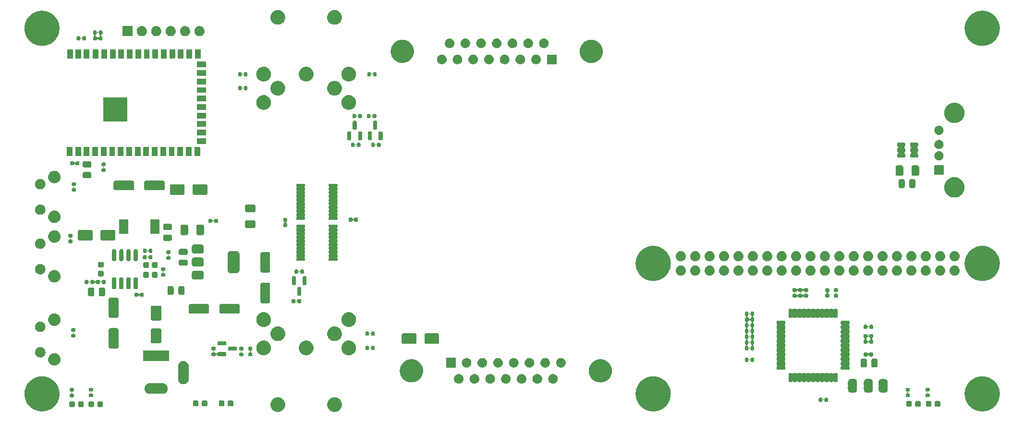
<source format=gbr>
%TF.GenerationSoftware,KiCad,Pcbnew,8.0.6*%
%TF.CreationDate,2024-10-18T08:00:21+02:00*%
%TF.ProjectId,key800,6b657938-3030-42e6-9b69-6361645f7063,1.06*%
%TF.SameCoordinates,Original*%
%TF.FileFunction,Soldermask,Top*%
%TF.FilePolarity,Negative*%
%FSLAX46Y46*%
G04 Gerber Fmt 4.6, Leading zero omitted, Abs format (unit mm)*
G04 Created by KiCad (PCBNEW 8.0.6) date 2024-10-18 08:00:21*
%MOMM*%
%LPD*%
G01*
G04 APERTURE LIST*
G04 APERTURE END LIST*
G36*
X-1141444Y-76936623D02*
G01*
X-1092702Y-76936623D01*
X-1038983Y-76945587D01*
X-974257Y-76951250D01*
X-923427Y-76964870D01*
X-881041Y-76971943D01*
X-824181Y-76991463D01*
X-755374Y-77009900D01*
X-713226Y-77029554D01*
X-678070Y-77041623D01*
X-620311Y-77072880D01*
X-550000Y-77105667D01*
X-516900Y-77128843D01*
X-489341Y-77143758D01*
X-433243Y-77187421D01*
X-364376Y-77235642D01*
X-340104Y-77259914D01*
X-319997Y-77275564D01*
X-268350Y-77331668D01*
X-204142Y-77395876D01*
X-187934Y-77419023D01*
X-174661Y-77433442D01*
X-130374Y-77501228D01*
X-74167Y-77581500D01*
X-64788Y-77601615D01*
X-57287Y-77613095D01*
X-23243Y-77690708D01*
X21600Y-77786874D01*
X25776Y-77802459D01*
X28914Y-77809613D01*
X49924Y-77892579D01*
X80250Y-78005757D01*
X81129Y-78015806D01*
X81593Y-78017638D01*
X87028Y-78083240D01*
X100000Y-78231500D01*
X87027Y-78379771D01*
X81593Y-78445361D01*
X81129Y-78447191D01*
X80250Y-78457243D01*
X49919Y-78570437D01*
X28914Y-78653386D01*
X25776Y-78660538D01*
X21600Y-78676126D01*
X-23250Y-78772306D01*
X-57287Y-78849904D01*
X-64786Y-78861381D01*
X-74167Y-78881500D01*
X-130384Y-78961785D01*
X-174661Y-79029557D01*
X-187931Y-79043971D01*
X-204142Y-79067124D01*
X-268362Y-79131343D01*
X-319997Y-79187435D01*
X-340100Y-79203081D01*
X-364376Y-79227358D01*
X-433256Y-79275587D01*
X-489341Y-79319241D01*
X-516894Y-79334151D01*
X-550000Y-79357333D01*
X-620325Y-79390125D01*
X-678070Y-79421376D01*
X-713218Y-79433442D01*
X-755374Y-79453100D01*
X-824195Y-79471540D01*
X-881041Y-79491056D01*
X-923419Y-79498127D01*
X-974257Y-79511750D01*
X-1038986Y-79517413D01*
X-1092702Y-79526377D01*
X-1141444Y-79526377D01*
X-1200000Y-79531500D01*
X-1258556Y-79526377D01*
X-1307298Y-79526377D01*
X-1361016Y-79517412D01*
X-1425743Y-79511750D01*
X-1476581Y-79498128D01*
X-1518960Y-79491056D01*
X-1575811Y-79471539D01*
X-1644626Y-79453100D01*
X-1686781Y-79433443D01*
X-1721931Y-79421376D01*
X-1779683Y-79390122D01*
X-1850000Y-79357333D01*
X-1883103Y-79334154D01*
X-1910660Y-79319241D01*
X-1966755Y-79275580D01*
X-2035624Y-79227358D01*
X-2059898Y-79203084D01*
X-2080004Y-79187435D01*
X-2131652Y-79131330D01*
X-2195858Y-79067124D01*
X-2212067Y-79043976D01*
X-2225340Y-79029557D01*
X-2269632Y-78961763D01*
X-2325833Y-78881500D01*
X-2335212Y-78861386D01*
X-2342714Y-78849904D01*
X-2376768Y-78772270D01*
X-2421600Y-78676126D01*
X-2425776Y-78660543D01*
X-2428915Y-78653386D01*
X-2449938Y-78570369D01*
X-2480250Y-78457243D01*
X-2481129Y-78447197D01*
X-2481594Y-78445361D01*
X-2487047Y-78379555D01*
X-2500000Y-78231500D01*
X-2487048Y-78083456D01*
X-2481594Y-78017638D01*
X-2481129Y-78015800D01*
X-2480250Y-78005757D01*
X-2449943Y-77892647D01*
X-2428915Y-77809613D01*
X-2425775Y-77802453D01*
X-2421600Y-77786874D01*
X-2376775Y-77690745D01*
X-2342714Y-77613095D01*
X-2335211Y-77601609D01*
X-2325833Y-77581500D01*
X-2269642Y-77501250D01*
X-2225340Y-77433442D01*
X-2212064Y-77419019D01*
X-2195858Y-77395876D01*
X-2131664Y-77331681D01*
X-2080004Y-77275564D01*
X-2059893Y-77259910D01*
X-2035624Y-77235642D01*
X-1966768Y-77187428D01*
X-1910660Y-77143758D01*
X-1883097Y-77128841D01*
X-1850000Y-77105667D01*
X-1779697Y-77072883D01*
X-1721931Y-77041623D01*
X-1686772Y-77029552D01*
X-1644626Y-77009900D01*
X-1575824Y-76991464D01*
X-1518960Y-76971943D01*
X-1476573Y-76964869D01*
X-1425743Y-76951250D01*
X-1361019Y-76945587D01*
X-1307298Y-76936623D01*
X-1258556Y-76936623D01*
X-1200000Y-76931500D01*
X-1141444Y-76936623D01*
G37*
G36*
X8858556Y-76936623D02*
G01*
X8907298Y-76936623D01*
X8961017Y-76945587D01*
X9025743Y-76951250D01*
X9076573Y-76964870D01*
X9118959Y-76971943D01*
X9175819Y-76991463D01*
X9244626Y-77009900D01*
X9286774Y-77029554D01*
X9321930Y-77041623D01*
X9379689Y-77072880D01*
X9450000Y-77105667D01*
X9483100Y-77128843D01*
X9510659Y-77143758D01*
X9566757Y-77187421D01*
X9635624Y-77235642D01*
X9659896Y-77259914D01*
X9680003Y-77275564D01*
X9731650Y-77331668D01*
X9795858Y-77395876D01*
X9812066Y-77419023D01*
X9825339Y-77433442D01*
X9869626Y-77501228D01*
X9925833Y-77581500D01*
X9935212Y-77601615D01*
X9942713Y-77613095D01*
X9976757Y-77690708D01*
X10021600Y-77786874D01*
X10025776Y-77802459D01*
X10028914Y-77809613D01*
X10049924Y-77892579D01*
X10080250Y-78005757D01*
X10081129Y-78015806D01*
X10081593Y-78017638D01*
X10087028Y-78083240D01*
X10100000Y-78231500D01*
X10087027Y-78379771D01*
X10081593Y-78445361D01*
X10081129Y-78447191D01*
X10080250Y-78457243D01*
X10049919Y-78570437D01*
X10028914Y-78653386D01*
X10025776Y-78660538D01*
X10021600Y-78676126D01*
X9976750Y-78772306D01*
X9942713Y-78849904D01*
X9935214Y-78861381D01*
X9925833Y-78881500D01*
X9869616Y-78961785D01*
X9825339Y-79029557D01*
X9812069Y-79043971D01*
X9795858Y-79067124D01*
X9731638Y-79131343D01*
X9680003Y-79187435D01*
X9659900Y-79203081D01*
X9635624Y-79227358D01*
X9566744Y-79275587D01*
X9510659Y-79319241D01*
X9483106Y-79334151D01*
X9450000Y-79357333D01*
X9379675Y-79390125D01*
X9321930Y-79421376D01*
X9286782Y-79433442D01*
X9244626Y-79453100D01*
X9175805Y-79471540D01*
X9118959Y-79491056D01*
X9076581Y-79498127D01*
X9025743Y-79511750D01*
X8961014Y-79517413D01*
X8907298Y-79526377D01*
X8858556Y-79526377D01*
X8800000Y-79531500D01*
X8741444Y-79526377D01*
X8692702Y-79526377D01*
X8638984Y-79517412D01*
X8574257Y-79511750D01*
X8523419Y-79498128D01*
X8481040Y-79491056D01*
X8424189Y-79471539D01*
X8355374Y-79453100D01*
X8313219Y-79433443D01*
X8278069Y-79421376D01*
X8220317Y-79390122D01*
X8150000Y-79357333D01*
X8116897Y-79334154D01*
X8089340Y-79319241D01*
X8033245Y-79275580D01*
X7964376Y-79227358D01*
X7940102Y-79203084D01*
X7919996Y-79187435D01*
X7868348Y-79131330D01*
X7804142Y-79067124D01*
X7787933Y-79043976D01*
X7774660Y-79029557D01*
X7730368Y-78961763D01*
X7674167Y-78881500D01*
X7664788Y-78861386D01*
X7657286Y-78849904D01*
X7623232Y-78772270D01*
X7578400Y-78676126D01*
X7574224Y-78660543D01*
X7571085Y-78653386D01*
X7550062Y-78570369D01*
X7519750Y-78457243D01*
X7518871Y-78447197D01*
X7518406Y-78445361D01*
X7512953Y-78379555D01*
X7500000Y-78231500D01*
X7512952Y-78083456D01*
X7518406Y-78017638D01*
X7518871Y-78015800D01*
X7519750Y-78005757D01*
X7550057Y-77892647D01*
X7571085Y-77809613D01*
X7574225Y-77802453D01*
X7578400Y-77786874D01*
X7623225Y-77690745D01*
X7657286Y-77613095D01*
X7664789Y-77601609D01*
X7674167Y-77581500D01*
X7730358Y-77501250D01*
X7774660Y-77433442D01*
X7787936Y-77419019D01*
X7804142Y-77395876D01*
X7868336Y-77331681D01*
X7919996Y-77275564D01*
X7940107Y-77259910D01*
X7964376Y-77235642D01*
X8033232Y-77187428D01*
X8089340Y-77143758D01*
X8116903Y-77128841D01*
X8150000Y-77105667D01*
X8220303Y-77072883D01*
X8278069Y-77041623D01*
X8313228Y-77029552D01*
X8355374Y-77009900D01*
X8424176Y-76991464D01*
X8481040Y-76971943D01*
X8523427Y-76964869D01*
X8574257Y-76951250D01*
X8638981Y-76945587D01*
X8692702Y-76936623D01*
X8741444Y-76936623D01*
X8800000Y-76931500D01*
X8858556Y-76936623D01*
G37*
G36*
X-42685815Y-73233880D02*
G01*
X-42604188Y-73233880D01*
X-42517029Y-73243358D01*
X-42424910Y-73248532D01*
X-42345688Y-73261992D01*
X-42270520Y-73270167D01*
X-42178978Y-73290317D01*
X-42082185Y-73306763D01*
X-42010685Y-73327362D01*
X-41942745Y-73342317D01*
X-41848187Y-73374177D01*
X-41748135Y-73403002D01*
X-41684899Y-73429195D01*
X-41624675Y-73449487D01*
X-41528594Y-73493939D01*
X-41426960Y-73536037D01*
X-41372283Y-73566256D01*
X-41320077Y-73590409D01*
X-41224156Y-73648123D01*
X-41122701Y-73704195D01*
X-41076610Y-73736898D01*
X-41032484Y-73763448D01*
X-40938506Y-73834888D01*
X-40839182Y-73905362D01*
X-40801499Y-73939038D01*
X-40765290Y-73966563D01*
X-40675122Y-74051975D01*
X-40579969Y-74137009D01*
X-40550274Y-74170238D01*
X-40521630Y-74197371D01*
X-40437235Y-74296728D01*
X-40348322Y-74396222D01*
X-40325991Y-74427695D01*
X-40304347Y-74453176D01*
X-40227678Y-74566254D01*
X-40147155Y-74679741D01*
X-40131383Y-74708279D01*
X-40115991Y-74730980D01*
X-40048988Y-74857362D01*
X-39978997Y-74984000D01*
X-39968813Y-75008586D01*
X-39958783Y-75027505D01*
X-39903379Y-75166559D01*
X-39845962Y-75305175D01*
X-39840253Y-75324992D01*
X-39834554Y-75339295D01*
X-39792632Y-75490287D01*
X-39749723Y-75639225D01*
X-39747269Y-75653673D01*
X-39744763Y-75662696D01*
X-39718049Y-75825651D01*
X-39691492Y-75981950D01*
X-39691007Y-75990601D01*
X-39690466Y-75993896D01*
X-39680541Y-76176967D01*
X-39672000Y-76329040D01*
X-39680541Y-76481125D01*
X-39690466Y-76664183D01*
X-39691007Y-76667477D01*
X-39691492Y-76676130D01*
X-39718053Y-76832456D01*
X-39744763Y-76995383D01*
X-39747268Y-77004404D01*
X-39749723Y-77018855D01*
X-39792640Y-77167818D01*
X-39834554Y-77318784D01*
X-39840252Y-77333083D01*
X-39845962Y-77352905D01*
X-39903389Y-77491545D01*
X-39958783Y-77630574D01*
X-39968811Y-77649488D01*
X-39978997Y-77674080D01*
X-40049001Y-77800741D01*
X-40115991Y-77927099D01*
X-40131380Y-77949795D01*
X-40147155Y-77978339D01*
X-40227694Y-78091847D01*
X-40304347Y-78204903D01*
X-40325987Y-78230378D01*
X-40348322Y-78261858D01*
X-40437253Y-78361370D01*
X-40521630Y-78460708D01*
X-40550268Y-78487834D01*
X-40579969Y-78521071D01*
X-40675141Y-78606121D01*
X-40765290Y-78691516D01*
X-40801491Y-78719034D01*
X-40839182Y-78752718D01*
X-40938526Y-78823205D01*
X-41032484Y-78894631D01*
X-41076601Y-78921175D01*
X-41122701Y-78953885D01*
X-41224176Y-79009967D01*
X-41320077Y-79067670D01*
X-41372272Y-79091817D01*
X-41426960Y-79122043D01*
X-41528614Y-79164149D01*
X-41624675Y-79208592D01*
X-41684886Y-79228879D01*
X-41748135Y-79255078D01*
X-41848207Y-79283908D01*
X-41942745Y-79315762D01*
X-42010670Y-79330713D01*
X-42082185Y-79351317D01*
X-42178998Y-79367765D01*
X-42270520Y-79387912D01*
X-42345675Y-79396085D01*
X-42424910Y-79409548D01*
X-42517034Y-79414721D01*
X-42604188Y-79424200D01*
X-42685815Y-79424200D01*
X-42772000Y-79429040D01*
X-42858185Y-79424200D01*
X-42939812Y-79424200D01*
X-43026968Y-79414721D01*
X-43119090Y-79409548D01*
X-43198325Y-79396085D01*
X-43273481Y-79387912D01*
X-43365007Y-79367765D01*
X-43461815Y-79351317D01*
X-43533327Y-79330714D01*
X-43601256Y-79315762D01*
X-43695801Y-79283906D01*
X-43795865Y-79255078D01*
X-43859110Y-79228881D01*
X-43919326Y-79208592D01*
X-44015396Y-79164145D01*
X-44117040Y-79122043D01*
X-44171724Y-79091820D01*
X-44223924Y-79067670D01*
X-44319837Y-79009961D01*
X-44421299Y-78953885D01*
X-44467394Y-78921178D01*
X-44511517Y-78894631D01*
X-44605490Y-78823195D01*
X-44704818Y-78752718D01*
X-44742504Y-78719040D01*
X-44778711Y-78691516D01*
X-44868878Y-78606105D01*
X-44964031Y-78521071D01*
X-44993728Y-78487841D01*
X-45022371Y-78460708D01*
X-45106769Y-78361348D01*
X-45195678Y-78261858D01*
X-45218009Y-78230385D01*
X-45239654Y-78204903D01*
X-45316330Y-78091815D01*
X-45396845Y-77978339D01*
X-45412617Y-77949802D01*
X-45428010Y-77927099D01*
X-45495025Y-77800696D01*
X-45565003Y-77674080D01*
X-45575186Y-77649497D01*
X-45585218Y-77630574D01*
X-45640638Y-77491481D01*
X-45698038Y-77352905D01*
X-45703746Y-77333092D01*
X-45709447Y-77318784D01*
X-45751389Y-77167723D01*
X-45794277Y-77018855D01*
X-45796731Y-77004413D01*
X-45799238Y-76995383D01*
X-45825976Y-76832288D01*
X-45852508Y-76676130D01*
X-45852994Y-76667486D01*
X-45853535Y-76664183D01*
X-45863489Y-76480609D01*
X-45872000Y-76329040D01*
X-45863489Y-76177482D01*
X-45853535Y-75993896D01*
X-45852994Y-75990591D01*
X-45852508Y-75981950D01*
X-45825981Y-75825818D01*
X-45799238Y-75662696D01*
X-45796731Y-75653663D01*
X-45794277Y-75639225D01*
X-45751397Y-75490383D01*
X-45709447Y-75339295D01*
X-45703745Y-75324983D01*
X-45698038Y-75305175D01*
X-45640649Y-75166623D01*
X-45585218Y-75027505D01*
X-45575184Y-75008578D01*
X-45565003Y-74984000D01*
X-45495038Y-74857406D01*
X-45428010Y-74730980D01*
X-45412614Y-74708271D01*
X-45396845Y-74679741D01*
X-45316345Y-74566286D01*
X-45239654Y-74453176D01*
X-45218005Y-74427687D01*
X-45195678Y-74396222D01*
X-45106786Y-74296750D01*
X-45022371Y-74197371D01*
X-44993722Y-74170232D01*
X-44964031Y-74137009D01*
X-44868896Y-74051991D01*
X-44778711Y-73966563D01*
X-44742497Y-73939033D01*
X-44704818Y-73905362D01*
X-44605510Y-73834898D01*
X-44511517Y-73763448D01*
X-44467385Y-73736894D01*
X-44421299Y-73704195D01*
X-44319858Y-73648130D01*
X-44223924Y-73590409D01*
X-44171713Y-73566253D01*
X-44117040Y-73536037D01*
X-44015417Y-73493943D01*
X-43919326Y-73449487D01*
X-43859097Y-73429193D01*
X-43795865Y-73403002D01*
X-43695821Y-73374179D01*
X-43601256Y-73342317D01*
X-43533313Y-73327361D01*
X-43461815Y-73306763D01*
X-43365027Y-73290318D01*
X-43273481Y-73270167D01*
X-43198312Y-73261992D01*
X-43119090Y-73248532D01*
X-43026973Y-73243358D01*
X-42939812Y-73233880D01*
X-42858185Y-73233880D01*
X-42772000Y-73229040D01*
X-42685815Y-73233880D01*
G37*
G36*
X65058185Y-73233880D02*
G01*
X65139812Y-73233880D01*
X65226971Y-73243358D01*
X65319090Y-73248532D01*
X65398312Y-73261992D01*
X65473480Y-73270167D01*
X65565022Y-73290317D01*
X65661815Y-73306763D01*
X65733315Y-73327362D01*
X65801255Y-73342317D01*
X65895813Y-73374177D01*
X65995865Y-73403002D01*
X66059101Y-73429195D01*
X66119325Y-73449487D01*
X66215406Y-73493939D01*
X66317040Y-73536037D01*
X66371717Y-73566256D01*
X66423923Y-73590409D01*
X66519844Y-73648123D01*
X66621299Y-73704195D01*
X66667390Y-73736898D01*
X66711516Y-73763448D01*
X66805494Y-73834888D01*
X66904818Y-73905362D01*
X66942501Y-73939038D01*
X66978710Y-73966563D01*
X67068878Y-74051975D01*
X67164031Y-74137009D01*
X67193726Y-74170238D01*
X67222370Y-74197371D01*
X67306765Y-74296728D01*
X67395678Y-74396222D01*
X67418009Y-74427695D01*
X67439653Y-74453176D01*
X67516322Y-74566254D01*
X67596845Y-74679741D01*
X67612617Y-74708279D01*
X67628009Y-74730980D01*
X67695012Y-74857362D01*
X67765003Y-74984000D01*
X67775187Y-75008586D01*
X67785217Y-75027505D01*
X67840621Y-75166559D01*
X67898038Y-75305175D01*
X67903747Y-75324992D01*
X67909446Y-75339295D01*
X67951368Y-75490287D01*
X67994277Y-75639225D01*
X67996731Y-75653673D01*
X67999237Y-75662696D01*
X68025951Y-75825651D01*
X68052508Y-75981950D01*
X68052993Y-75990601D01*
X68053534Y-75993896D01*
X68063459Y-76176967D01*
X68072000Y-76329040D01*
X68063459Y-76481125D01*
X68053534Y-76664183D01*
X68052993Y-76667477D01*
X68052508Y-76676130D01*
X68025947Y-76832456D01*
X67999237Y-76995383D01*
X67996732Y-77004404D01*
X67994277Y-77018855D01*
X67951360Y-77167818D01*
X67909446Y-77318784D01*
X67903748Y-77333083D01*
X67898038Y-77352905D01*
X67840611Y-77491545D01*
X67785217Y-77630574D01*
X67775189Y-77649488D01*
X67765003Y-77674080D01*
X67694999Y-77800741D01*
X67628009Y-77927099D01*
X67612620Y-77949795D01*
X67596845Y-77978339D01*
X67516306Y-78091847D01*
X67439653Y-78204903D01*
X67418013Y-78230378D01*
X67395678Y-78261858D01*
X67306747Y-78361370D01*
X67222370Y-78460708D01*
X67193732Y-78487834D01*
X67164031Y-78521071D01*
X67068859Y-78606121D01*
X66978710Y-78691516D01*
X66942509Y-78719034D01*
X66904818Y-78752718D01*
X66805474Y-78823205D01*
X66711516Y-78894631D01*
X66667399Y-78921175D01*
X66621299Y-78953885D01*
X66519824Y-79009967D01*
X66423923Y-79067670D01*
X66371728Y-79091817D01*
X66317040Y-79122043D01*
X66215386Y-79164149D01*
X66119325Y-79208592D01*
X66059114Y-79228879D01*
X65995865Y-79255078D01*
X65895793Y-79283908D01*
X65801255Y-79315762D01*
X65733330Y-79330713D01*
X65661815Y-79351317D01*
X65565002Y-79367765D01*
X65473480Y-79387912D01*
X65398325Y-79396085D01*
X65319090Y-79409548D01*
X65226966Y-79414721D01*
X65139812Y-79424200D01*
X65058185Y-79424200D01*
X64972000Y-79429040D01*
X64885815Y-79424200D01*
X64804188Y-79424200D01*
X64717032Y-79414721D01*
X64624910Y-79409548D01*
X64545675Y-79396085D01*
X64470519Y-79387912D01*
X64378993Y-79367765D01*
X64282185Y-79351317D01*
X64210673Y-79330714D01*
X64142744Y-79315762D01*
X64048199Y-79283906D01*
X63948135Y-79255078D01*
X63884890Y-79228881D01*
X63824674Y-79208592D01*
X63728604Y-79164145D01*
X63626960Y-79122043D01*
X63572276Y-79091820D01*
X63520076Y-79067670D01*
X63424163Y-79009961D01*
X63322701Y-78953885D01*
X63276606Y-78921178D01*
X63232483Y-78894631D01*
X63138510Y-78823195D01*
X63039182Y-78752718D01*
X63001496Y-78719040D01*
X62965289Y-78691516D01*
X62875122Y-78606105D01*
X62779969Y-78521071D01*
X62750272Y-78487841D01*
X62721629Y-78460708D01*
X62637231Y-78361348D01*
X62548322Y-78261858D01*
X62525991Y-78230385D01*
X62504346Y-78204903D01*
X62427670Y-78091815D01*
X62347155Y-77978339D01*
X62331383Y-77949802D01*
X62315990Y-77927099D01*
X62248975Y-77800696D01*
X62178997Y-77674080D01*
X62168814Y-77649497D01*
X62158782Y-77630574D01*
X62103362Y-77491481D01*
X62045962Y-77352905D01*
X62040254Y-77333092D01*
X62034553Y-77318784D01*
X61992611Y-77167723D01*
X61949723Y-77018855D01*
X61947269Y-77004413D01*
X61944762Y-76995383D01*
X61918024Y-76832288D01*
X61891492Y-76676130D01*
X61891006Y-76667486D01*
X61890465Y-76664183D01*
X61880511Y-76480609D01*
X61872000Y-76329040D01*
X61880511Y-76177482D01*
X61890465Y-75993896D01*
X61891006Y-75990591D01*
X61891492Y-75981950D01*
X61918019Y-75825818D01*
X61944762Y-75662696D01*
X61947269Y-75653663D01*
X61949723Y-75639225D01*
X61992603Y-75490383D01*
X62034553Y-75339295D01*
X62040255Y-75324983D01*
X62045962Y-75305175D01*
X62103351Y-75166623D01*
X62158782Y-75027505D01*
X62168816Y-75008578D01*
X62178997Y-74984000D01*
X62248962Y-74857406D01*
X62315990Y-74730980D01*
X62331386Y-74708271D01*
X62347155Y-74679741D01*
X62427655Y-74566286D01*
X62504346Y-74453176D01*
X62525995Y-74427687D01*
X62548322Y-74396222D01*
X62637214Y-74296750D01*
X62721629Y-74197371D01*
X62750278Y-74170232D01*
X62779969Y-74137009D01*
X62875104Y-74051991D01*
X62965289Y-73966563D01*
X63001503Y-73939033D01*
X63039182Y-73905362D01*
X63138490Y-73834898D01*
X63232483Y-73763448D01*
X63276615Y-73736894D01*
X63322701Y-73704195D01*
X63424142Y-73648130D01*
X63520076Y-73590409D01*
X63572287Y-73566253D01*
X63626960Y-73536037D01*
X63728583Y-73493943D01*
X63824674Y-73449487D01*
X63884903Y-73429193D01*
X63948135Y-73403002D01*
X64048179Y-73374179D01*
X64142744Y-73342317D01*
X64210687Y-73327361D01*
X64282185Y-73306763D01*
X64378973Y-73290318D01*
X64470519Y-73270167D01*
X64545688Y-73261992D01*
X64624910Y-73248532D01*
X64717027Y-73243358D01*
X64804188Y-73233880D01*
X64885815Y-73233880D01*
X64972000Y-73229040D01*
X65058185Y-73233880D01*
G37*
G36*
X123058185Y-73233880D02*
G01*
X123139812Y-73233880D01*
X123226971Y-73243358D01*
X123319090Y-73248532D01*
X123398312Y-73261992D01*
X123473480Y-73270167D01*
X123565022Y-73290317D01*
X123661815Y-73306763D01*
X123733315Y-73327362D01*
X123801255Y-73342317D01*
X123895813Y-73374177D01*
X123995865Y-73403002D01*
X124059101Y-73429195D01*
X124119325Y-73449487D01*
X124215406Y-73493939D01*
X124317040Y-73536037D01*
X124371717Y-73566256D01*
X124423923Y-73590409D01*
X124519844Y-73648123D01*
X124621299Y-73704195D01*
X124667390Y-73736898D01*
X124711516Y-73763448D01*
X124805494Y-73834888D01*
X124904818Y-73905362D01*
X124942501Y-73939038D01*
X124978710Y-73966563D01*
X125068878Y-74051975D01*
X125164031Y-74137009D01*
X125193726Y-74170238D01*
X125222370Y-74197371D01*
X125306765Y-74296728D01*
X125395678Y-74396222D01*
X125418009Y-74427695D01*
X125439653Y-74453176D01*
X125516322Y-74566254D01*
X125596845Y-74679741D01*
X125612617Y-74708279D01*
X125628009Y-74730980D01*
X125695012Y-74857362D01*
X125765003Y-74984000D01*
X125775187Y-75008586D01*
X125785217Y-75027505D01*
X125840621Y-75166559D01*
X125898038Y-75305175D01*
X125903747Y-75324992D01*
X125909446Y-75339295D01*
X125951368Y-75490287D01*
X125994277Y-75639225D01*
X125996731Y-75653673D01*
X125999237Y-75662696D01*
X126025951Y-75825651D01*
X126052508Y-75981950D01*
X126052993Y-75990601D01*
X126053534Y-75993896D01*
X126063459Y-76176967D01*
X126072000Y-76329040D01*
X126063459Y-76481125D01*
X126053534Y-76664183D01*
X126052993Y-76667477D01*
X126052508Y-76676130D01*
X126025947Y-76832456D01*
X125999237Y-76995383D01*
X125996732Y-77004404D01*
X125994277Y-77018855D01*
X125951360Y-77167818D01*
X125909446Y-77318784D01*
X125903748Y-77333083D01*
X125898038Y-77352905D01*
X125840611Y-77491545D01*
X125785217Y-77630574D01*
X125775189Y-77649488D01*
X125765003Y-77674080D01*
X125694999Y-77800741D01*
X125628009Y-77927099D01*
X125612620Y-77949795D01*
X125596845Y-77978339D01*
X125516306Y-78091847D01*
X125439653Y-78204903D01*
X125418013Y-78230378D01*
X125395678Y-78261858D01*
X125306747Y-78361370D01*
X125222370Y-78460708D01*
X125193732Y-78487834D01*
X125164031Y-78521071D01*
X125068859Y-78606121D01*
X124978710Y-78691516D01*
X124942509Y-78719034D01*
X124904818Y-78752718D01*
X124805474Y-78823205D01*
X124711516Y-78894631D01*
X124667399Y-78921175D01*
X124621299Y-78953885D01*
X124519824Y-79009967D01*
X124423923Y-79067670D01*
X124371728Y-79091817D01*
X124317040Y-79122043D01*
X124215386Y-79164149D01*
X124119325Y-79208592D01*
X124059114Y-79228879D01*
X123995865Y-79255078D01*
X123895793Y-79283908D01*
X123801255Y-79315762D01*
X123733330Y-79330713D01*
X123661815Y-79351317D01*
X123565002Y-79367765D01*
X123473480Y-79387912D01*
X123398325Y-79396085D01*
X123319090Y-79409548D01*
X123226966Y-79414721D01*
X123139812Y-79424200D01*
X123058185Y-79424200D01*
X122972000Y-79429040D01*
X122885815Y-79424200D01*
X122804188Y-79424200D01*
X122717032Y-79414721D01*
X122624910Y-79409548D01*
X122545675Y-79396085D01*
X122470519Y-79387912D01*
X122378993Y-79367765D01*
X122282185Y-79351317D01*
X122210673Y-79330714D01*
X122142744Y-79315762D01*
X122048199Y-79283906D01*
X121948135Y-79255078D01*
X121884890Y-79228881D01*
X121824674Y-79208592D01*
X121728604Y-79164145D01*
X121626960Y-79122043D01*
X121572276Y-79091820D01*
X121520076Y-79067670D01*
X121424163Y-79009961D01*
X121322701Y-78953885D01*
X121276606Y-78921178D01*
X121232483Y-78894631D01*
X121138510Y-78823195D01*
X121039182Y-78752718D01*
X121001496Y-78719040D01*
X120965289Y-78691516D01*
X120875122Y-78606105D01*
X120779969Y-78521071D01*
X120750272Y-78487841D01*
X120721629Y-78460708D01*
X120637231Y-78361348D01*
X120548322Y-78261858D01*
X120525991Y-78230385D01*
X120504346Y-78204903D01*
X120427670Y-78091815D01*
X120347155Y-77978339D01*
X120331383Y-77949802D01*
X120315990Y-77927099D01*
X120248975Y-77800696D01*
X120178997Y-77674080D01*
X120168814Y-77649497D01*
X120158782Y-77630574D01*
X120103362Y-77491481D01*
X120045962Y-77352905D01*
X120040254Y-77333092D01*
X120034553Y-77318784D01*
X119992611Y-77167723D01*
X119949723Y-77018855D01*
X119947269Y-77004413D01*
X119944762Y-76995383D01*
X119918024Y-76832288D01*
X119891492Y-76676130D01*
X119891006Y-76667486D01*
X119890465Y-76664183D01*
X119880511Y-76480609D01*
X119872000Y-76329040D01*
X119880511Y-76177482D01*
X119890465Y-75993896D01*
X119891006Y-75990591D01*
X119891492Y-75981950D01*
X119918019Y-75825818D01*
X119944762Y-75662696D01*
X119947269Y-75653663D01*
X119949723Y-75639225D01*
X119992603Y-75490383D01*
X120034553Y-75339295D01*
X120040255Y-75324983D01*
X120045962Y-75305175D01*
X120103351Y-75166623D01*
X120158782Y-75027505D01*
X120168816Y-75008578D01*
X120178997Y-74984000D01*
X120248962Y-74857406D01*
X120315990Y-74730980D01*
X120331386Y-74708271D01*
X120347155Y-74679741D01*
X120427655Y-74566286D01*
X120504346Y-74453176D01*
X120525995Y-74427687D01*
X120548322Y-74396222D01*
X120637214Y-74296750D01*
X120721629Y-74197371D01*
X120750278Y-74170232D01*
X120779969Y-74137009D01*
X120875104Y-74051991D01*
X120965289Y-73966563D01*
X121001503Y-73939033D01*
X121039182Y-73905362D01*
X121138490Y-73834898D01*
X121232483Y-73763448D01*
X121276615Y-73736894D01*
X121322701Y-73704195D01*
X121424142Y-73648130D01*
X121520076Y-73590409D01*
X121572287Y-73566253D01*
X121626960Y-73536037D01*
X121728583Y-73493943D01*
X121824674Y-73449487D01*
X121884903Y-73429193D01*
X121948135Y-73403002D01*
X122048179Y-73374179D01*
X122142744Y-73342317D01*
X122210687Y-73327361D01*
X122282185Y-73306763D01*
X122378973Y-73290318D01*
X122470519Y-73270167D01*
X122545688Y-73261992D01*
X122624910Y-73248532D01*
X122717027Y-73243358D01*
X122804188Y-73233880D01*
X122885815Y-73233880D01*
X122972000Y-73229040D01*
X123058185Y-73233880D01*
G37*
G36*
X-37246411Y-77633658D02*
G01*
X-37210604Y-77637016D01*
X-37185673Y-77645740D01*
X-37151904Y-77652457D01*
X-37135882Y-77663163D01*
X-37130226Y-77665142D01*
X-37104461Y-77684157D01*
X-37064715Y-77710715D01*
X-37038156Y-77750464D01*
X-37019143Y-77776225D01*
X-37017165Y-77781879D01*
X-37006457Y-77797904D01*
X-36999739Y-77831679D01*
X-36991019Y-77856599D01*
X-36987663Y-77892391D01*
X-36986000Y-77900750D01*
X-36986000Y-78413250D01*
X-36987661Y-78421599D01*
X-36991017Y-78457396D01*
X-36999739Y-78482321D01*
X-37006457Y-78516096D01*
X-37017166Y-78532121D01*
X-37019143Y-78537774D01*
X-37038149Y-78563525D01*
X-37064715Y-78603285D01*
X-37104475Y-78629851D01*
X-37130226Y-78648857D01*
X-37135878Y-78650834D01*
X-37151904Y-78661543D01*
X-37185682Y-78668261D01*
X-37210600Y-78676981D01*
X-37246391Y-78680337D01*
X-37254750Y-78682000D01*
X-37692250Y-78682000D01*
X-37700599Y-78680339D01*
X-37736397Y-78676983D01*
X-37761324Y-78668260D01*
X-37795096Y-78661543D01*
X-37811121Y-78650835D01*
X-37816775Y-78648857D01*
X-37842536Y-78629844D01*
X-37882285Y-78603285D01*
X-37908843Y-78563539D01*
X-37927858Y-78537774D01*
X-37929837Y-78532118D01*
X-37940543Y-78516096D01*
X-37947261Y-78482325D01*
X-37955982Y-78457400D01*
X-37959340Y-78421599D01*
X-37961000Y-78413250D01*
X-37961000Y-77900750D01*
X-37959342Y-77892411D01*
X-37955984Y-77856603D01*
X-37947260Y-77831669D01*
X-37940543Y-77797904D01*
X-37929838Y-77781882D01*
X-37927858Y-77776225D01*
X-37908836Y-77750449D01*
X-37882285Y-77710715D01*
X-37842551Y-77684164D01*
X-37816775Y-77665142D01*
X-37811118Y-77663162D01*
X-37795096Y-77652457D01*
X-37761328Y-77645740D01*
X-37736401Y-77637018D01*
X-37700599Y-77633660D01*
X-37692250Y-77632000D01*
X-37254750Y-77632000D01*
X-37246411Y-77633658D01*
G37*
G36*
X-35671411Y-77633658D02*
G01*
X-35635604Y-77637016D01*
X-35610673Y-77645740D01*
X-35576904Y-77652457D01*
X-35560882Y-77663163D01*
X-35555226Y-77665142D01*
X-35529461Y-77684157D01*
X-35489715Y-77710715D01*
X-35463156Y-77750464D01*
X-35444143Y-77776225D01*
X-35442165Y-77781879D01*
X-35431457Y-77797904D01*
X-35424739Y-77831679D01*
X-35416019Y-77856599D01*
X-35412663Y-77892391D01*
X-35411000Y-77900750D01*
X-35411000Y-78413250D01*
X-35412661Y-78421599D01*
X-35416017Y-78457396D01*
X-35424739Y-78482321D01*
X-35431457Y-78516096D01*
X-35442166Y-78532121D01*
X-35444143Y-78537774D01*
X-35463149Y-78563525D01*
X-35489715Y-78603285D01*
X-35529475Y-78629851D01*
X-35555226Y-78648857D01*
X-35560878Y-78650834D01*
X-35576904Y-78661543D01*
X-35610682Y-78668261D01*
X-35635600Y-78676981D01*
X-35671391Y-78680337D01*
X-35679750Y-78682000D01*
X-36117250Y-78682000D01*
X-36125599Y-78680339D01*
X-36161397Y-78676983D01*
X-36186324Y-78668260D01*
X-36220096Y-78661543D01*
X-36236121Y-78650835D01*
X-36241775Y-78648857D01*
X-36267536Y-78629844D01*
X-36307285Y-78603285D01*
X-36333843Y-78563539D01*
X-36352858Y-78537774D01*
X-36354837Y-78532118D01*
X-36365543Y-78516096D01*
X-36372261Y-78482325D01*
X-36380982Y-78457400D01*
X-36384340Y-78421599D01*
X-36386000Y-78413250D01*
X-36386000Y-77900750D01*
X-36384342Y-77892411D01*
X-36380984Y-77856603D01*
X-36372260Y-77831669D01*
X-36365543Y-77797904D01*
X-36354838Y-77781882D01*
X-36352858Y-77776225D01*
X-36333836Y-77750449D01*
X-36307285Y-77710715D01*
X-36267551Y-77684164D01*
X-36241775Y-77665142D01*
X-36236118Y-77663162D01*
X-36220096Y-77652457D01*
X-36186328Y-77645740D01*
X-36161401Y-77637018D01*
X-36125599Y-77633660D01*
X-36117250Y-77632000D01*
X-35679750Y-77632000D01*
X-35671411Y-77633658D01*
G37*
G36*
X-33864411Y-77629658D02*
G01*
X-33828604Y-77633016D01*
X-33803673Y-77641740D01*
X-33769904Y-77648457D01*
X-33753882Y-77659163D01*
X-33748226Y-77661142D01*
X-33722461Y-77680157D01*
X-33682715Y-77706715D01*
X-33656156Y-77746464D01*
X-33637143Y-77772225D01*
X-33635165Y-77777879D01*
X-33624457Y-77793904D01*
X-33617739Y-77827679D01*
X-33609019Y-77852599D01*
X-33605663Y-77888391D01*
X-33604000Y-77896750D01*
X-33604000Y-78409250D01*
X-33605661Y-78417599D01*
X-33609017Y-78453396D01*
X-33617739Y-78478321D01*
X-33624457Y-78512096D01*
X-33635166Y-78528121D01*
X-33637143Y-78533774D01*
X-33656149Y-78559525D01*
X-33682715Y-78599285D01*
X-33722475Y-78625851D01*
X-33748226Y-78644857D01*
X-33753878Y-78646834D01*
X-33769904Y-78657543D01*
X-33803682Y-78664261D01*
X-33828600Y-78672981D01*
X-33864391Y-78676337D01*
X-33872750Y-78678000D01*
X-34310250Y-78678000D01*
X-34318599Y-78676339D01*
X-34354397Y-78672983D01*
X-34379324Y-78664260D01*
X-34413096Y-78657543D01*
X-34429121Y-78646835D01*
X-34434775Y-78644857D01*
X-34460536Y-78625844D01*
X-34500285Y-78599285D01*
X-34526843Y-78559539D01*
X-34545858Y-78533774D01*
X-34547837Y-78528118D01*
X-34558543Y-78512096D01*
X-34565261Y-78478325D01*
X-34573982Y-78453400D01*
X-34577340Y-78417599D01*
X-34579000Y-78409250D01*
X-34579000Y-77896750D01*
X-34577342Y-77888411D01*
X-34573984Y-77852603D01*
X-34565260Y-77827669D01*
X-34558543Y-77793904D01*
X-34547838Y-77777882D01*
X-34545858Y-77772225D01*
X-34526836Y-77746449D01*
X-34500285Y-77706715D01*
X-34460551Y-77680164D01*
X-34434775Y-77661142D01*
X-34429118Y-77659162D01*
X-34413096Y-77648457D01*
X-34379328Y-77641740D01*
X-34354401Y-77633018D01*
X-34318599Y-77629660D01*
X-34310250Y-77628000D01*
X-33872750Y-77628000D01*
X-33864411Y-77629658D01*
G37*
G36*
X-32289411Y-77629658D02*
G01*
X-32253604Y-77633016D01*
X-32228673Y-77641740D01*
X-32194904Y-77648457D01*
X-32178882Y-77659163D01*
X-32173226Y-77661142D01*
X-32147461Y-77680157D01*
X-32107715Y-77706715D01*
X-32081156Y-77746464D01*
X-32062143Y-77772225D01*
X-32060165Y-77777879D01*
X-32049457Y-77793904D01*
X-32042739Y-77827679D01*
X-32034019Y-77852599D01*
X-32030663Y-77888391D01*
X-32029000Y-77896750D01*
X-32029000Y-78409250D01*
X-32030661Y-78417599D01*
X-32034017Y-78453396D01*
X-32042739Y-78478321D01*
X-32049457Y-78512096D01*
X-32060166Y-78528121D01*
X-32062143Y-78533774D01*
X-32081149Y-78559525D01*
X-32107715Y-78599285D01*
X-32147475Y-78625851D01*
X-32173226Y-78644857D01*
X-32178878Y-78646834D01*
X-32194904Y-78657543D01*
X-32228682Y-78664261D01*
X-32253600Y-78672981D01*
X-32289391Y-78676337D01*
X-32297750Y-78678000D01*
X-32735250Y-78678000D01*
X-32743599Y-78676339D01*
X-32779397Y-78672983D01*
X-32804324Y-78664260D01*
X-32838096Y-78657543D01*
X-32854121Y-78646835D01*
X-32859775Y-78644857D01*
X-32885536Y-78625844D01*
X-32925285Y-78599285D01*
X-32951843Y-78559539D01*
X-32970858Y-78533774D01*
X-32972837Y-78528118D01*
X-32983543Y-78512096D01*
X-32990261Y-78478325D01*
X-32998982Y-78453400D01*
X-33002340Y-78417599D01*
X-33004000Y-78409250D01*
X-33004000Y-77896750D01*
X-33002342Y-77888411D01*
X-32998984Y-77852603D01*
X-32990260Y-77827669D01*
X-32983543Y-77793904D01*
X-32972838Y-77777882D01*
X-32970858Y-77772225D01*
X-32951836Y-77746449D01*
X-32925285Y-77706715D01*
X-32885551Y-77680164D01*
X-32859775Y-77661142D01*
X-32854118Y-77659162D01*
X-32838096Y-77648457D01*
X-32804328Y-77641740D01*
X-32779401Y-77633018D01*
X-32743599Y-77629660D01*
X-32735250Y-77628000D01*
X-32297750Y-77628000D01*
X-32289411Y-77629658D01*
G37*
G36*
X110289589Y-77575698D02*
G01*
X110325396Y-77579056D01*
X110350327Y-77587780D01*
X110384096Y-77594497D01*
X110400118Y-77605203D01*
X110405774Y-77607182D01*
X110431539Y-77626197D01*
X110471285Y-77652755D01*
X110497844Y-77692504D01*
X110516857Y-77718265D01*
X110518835Y-77723919D01*
X110529543Y-77739944D01*
X110536261Y-77773719D01*
X110544981Y-77798639D01*
X110548337Y-77834431D01*
X110550000Y-77842790D01*
X110550000Y-78355290D01*
X110548339Y-78363639D01*
X110544983Y-78399436D01*
X110536261Y-78424361D01*
X110529543Y-78458136D01*
X110518834Y-78474161D01*
X110516857Y-78479814D01*
X110497851Y-78505565D01*
X110471285Y-78545325D01*
X110431525Y-78571891D01*
X110405774Y-78590897D01*
X110400122Y-78592874D01*
X110384096Y-78603583D01*
X110350318Y-78610301D01*
X110325400Y-78619021D01*
X110289609Y-78622377D01*
X110281250Y-78624040D01*
X109843750Y-78624040D01*
X109835401Y-78622379D01*
X109799603Y-78619023D01*
X109774676Y-78610300D01*
X109740904Y-78603583D01*
X109724879Y-78592875D01*
X109719225Y-78590897D01*
X109693464Y-78571884D01*
X109653715Y-78545325D01*
X109627157Y-78505579D01*
X109608142Y-78479814D01*
X109606163Y-78474158D01*
X109595457Y-78458136D01*
X109588739Y-78424365D01*
X109580018Y-78399440D01*
X109576660Y-78363639D01*
X109575000Y-78355290D01*
X109575000Y-77842790D01*
X109576658Y-77834451D01*
X109580016Y-77798643D01*
X109588740Y-77773709D01*
X109595457Y-77739944D01*
X109606162Y-77723922D01*
X109608142Y-77718265D01*
X109627164Y-77692489D01*
X109653715Y-77652755D01*
X109693449Y-77626204D01*
X109719225Y-77607182D01*
X109724882Y-77605202D01*
X109740904Y-77594497D01*
X109774672Y-77587780D01*
X109799599Y-77579058D01*
X109835401Y-77575700D01*
X109843750Y-77574040D01*
X110281250Y-77574040D01*
X110289589Y-77575698D01*
G37*
G36*
X111864589Y-77575698D02*
G01*
X111900396Y-77579056D01*
X111925327Y-77587780D01*
X111959096Y-77594497D01*
X111975118Y-77605203D01*
X111980774Y-77607182D01*
X112006539Y-77626197D01*
X112046285Y-77652755D01*
X112072844Y-77692504D01*
X112091857Y-77718265D01*
X112093835Y-77723919D01*
X112104543Y-77739944D01*
X112111261Y-77773719D01*
X112119981Y-77798639D01*
X112123337Y-77834431D01*
X112125000Y-77842790D01*
X112125000Y-78355290D01*
X112123339Y-78363639D01*
X112119983Y-78399436D01*
X112111261Y-78424361D01*
X112104543Y-78458136D01*
X112093834Y-78474161D01*
X112091857Y-78479814D01*
X112072851Y-78505565D01*
X112046285Y-78545325D01*
X112006525Y-78571891D01*
X111980774Y-78590897D01*
X111975122Y-78592874D01*
X111959096Y-78603583D01*
X111925318Y-78610301D01*
X111900400Y-78619021D01*
X111864609Y-78622377D01*
X111856250Y-78624040D01*
X111418750Y-78624040D01*
X111410401Y-78622379D01*
X111374603Y-78619023D01*
X111349676Y-78610300D01*
X111315904Y-78603583D01*
X111299879Y-78592875D01*
X111294225Y-78590897D01*
X111268464Y-78571884D01*
X111228715Y-78545325D01*
X111202157Y-78505579D01*
X111183142Y-78479814D01*
X111181163Y-78474158D01*
X111170457Y-78458136D01*
X111163739Y-78424365D01*
X111155018Y-78399440D01*
X111151660Y-78363639D01*
X111150000Y-78355290D01*
X111150000Y-77842790D01*
X111151658Y-77834451D01*
X111155016Y-77798643D01*
X111163740Y-77773709D01*
X111170457Y-77739944D01*
X111181162Y-77723922D01*
X111183142Y-77718265D01*
X111202164Y-77692489D01*
X111228715Y-77652755D01*
X111268449Y-77626204D01*
X111294225Y-77607182D01*
X111299882Y-77605202D01*
X111315904Y-77594497D01*
X111349672Y-77587780D01*
X111374599Y-77579058D01*
X111410401Y-77575700D01*
X111418750Y-77574040D01*
X111856250Y-77574040D01*
X111864589Y-77575698D01*
G37*
G36*
X113750589Y-77575698D02*
G01*
X113786396Y-77579056D01*
X113811327Y-77587780D01*
X113845096Y-77594497D01*
X113861118Y-77605203D01*
X113866774Y-77607182D01*
X113892539Y-77626197D01*
X113932285Y-77652755D01*
X113958844Y-77692504D01*
X113977857Y-77718265D01*
X113979835Y-77723919D01*
X113990543Y-77739944D01*
X113997261Y-77773719D01*
X114005981Y-77798639D01*
X114009337Y-77834431D01*
X114011000Y-77842790D01*
X114011000Y-78355290D01*
X114009339Y-78363639D01*
X114005983Y-78399436D01*
X113997261Y-78424361D01*
X113990543Y-78458136D01*
X113979834Y-78474161D01*
X113977857Y-78479814D01*
X113958851Y-78505565D01*
X113932285Y-78545325D01*
X113892525Y-78571891D01*
X113866774Y-78590897D01*
X113861122Y-78592874D01*
X113845096Y-78603583D01*
X113811318Y-78610301D01*
X113786400Y-78619021D01*
X113750609Y-78622377D01*
X113742250Y-78624040D01*
X113304750Y-78624040D01*
X113296401Y-78622379D01*
X113260603Y-78619023D01*
X113235676Y-78610300D01*
X113201904Y-78603583D01*
X113185879Y-78592875D01*
X113180225Y-78590897D01*
X113154464Y-78571884D01*
X113114715Y-78545325D01*
X113088157Y-78505579D01*
X113069142Y-78479814D01*
X113067163Y-78474158D01*
X113056457Y-78458136D01*
X113049739Y-78424365D01*
X113041018Y-78399440D01*
X113037660Y-78363639D01*
X113036000Y-78355290D01*
X113036000Y-77842790D01*
X113037658Y-77834451D01*
X113041016Y-77798643D01*
X113049740Y-77773709D01*
X113056457Y-77739944D01*
X113067162Y-77723922D01*
X113069142Y-77718265D01*
X113088164Y-77692489D01*
X113114715Y-77652755D01*
X113154449Y-77626204D01*
X113180225Y-77607182D01*
X113185882Y-77605202D01*
X113201904Y-77594497D01*
X113235672Y-77587780D01*
X113260599Y-77579058D01*
X113296401Y-77575700D01*
X113304750Y-77574040D01*
X113742250Y-77574040D01*
X113750589Y-77575698D01*
G37*
G36*
X115325589Y-77575698D02*
G01*
X115361396Y-77579056D01*
X115386327Y-77587780D01*
X115420096Y-77594497D01*
X115436118Y-77605203D01*
X115441774Y-77607182D01*
X115467539Y-77626197D01*
X115507285Y-77652755D01*
X115533844Y-77692504D01*
X115552857Y-77718265D01*
X115554835Y-77723919D01*
X115565543Y-77739944D01*
X115572261Y-77773719D01*
X115580981Y-77798639D01*
X115584337Y-77834431D01*
X115586000Y-77842790D01*
X115586000Y-78355290D01*
X115584339Y-78363639D01*
X115580983Y-78399436D01*
X115572261Y-78424361D01*
X115565543Y-78458136D01*
X115554834Y-78474161D01*
X115552857Y-78479814D01*
X115533851Y-78505565D01*
X115507285Y-78545325D01*
X115467525Y-78571891D01*
X115441774Y-78590897D01*
X115436122Y-78592874D01*
X115420096Y-78603583D01*
X115386318Y-78610301D01*
X115361400Y-78619021D01*
X115325609Y-78622377D01*
X115317250Y-78624040D01*
X114879750Y-78624040D01*
X114871401Y-78622379D01*
X114835603Y-78619023D01*
X114810676Y-78610300D01*
X114776904Y-78603583D01*
X114760879Y-78592875D01*
X114755225Y-78590897D01*
X114729464Y-78571884D01*
X114689715Y-78545325D01*
X114663157Y-78505579D01*
X114644142Y-78479814D01*
X114642163Y-78474158D01*
X114631457Y-78458136D01*
X114624739Y-78424365D01*
X114616018Y-78399440D01*
X114612660Y-78363639D01*
X114611000Y-78355290D01*
X114611000Y-77842790D01*
X114612658Y-77834451D01*
X114616016Y-77798643D01*
X114624740Y-77773709D01*
X114631457Y-77739944D01*
X114642162Y-77723922D01*
X114644142Y-77718265D01*
X114663164Y-77692489D01*
X114689715Y-77652755D01*
X114729449Y-77626204D01*
X114755225Y-77607182D01*
X114760882Y-77605202D01*
X114776904Y-77594497D01*
X114810672Y-77587780D01*
X114835599Y-77579058D01*
X114871401Y-77575700D01*
X114879750Y-77574040D01*
X115317250Y-77574040D01*
X115325589Y-77575698D01*
G37*
G36*
X-15449411Y-77502658D02*
G01*
X-15413604Y-77506016D01*
X-15388673Y-77514740D01*
X-15354904Y-77521457D01*
X-15338882Y-77532163D01*
X-15333226Y-77534142D01*
X-15307461Y-77553157D01*
X-15267715Y-77579715D01*
X-15241156Y-77619464D01*
X-15222143Y-77645225D01*
X-15220165Y-77650879D01*
X-15209457Y-77666904D01*
X-15202739Y-77700679D01*
X-15194019Y-77725599D01*
X-15190663Y-77761391D01*
X-15189000Y-77769750D01*
X-15189000Y-78282250D01*
X-15190661Y-78290599D01*
X-15194017Y-78326396D01*
X-15202739Y-78351321D01*
X-15209457Y-78385096D01*
X-15220166Y-78401121D01*
X-15222143Y-78406774D01*
X-15241149Y-78432525D01*
X-15267715Y-78472285D01*
X-15307475Y-78498851D01*
X-15333226Y-78517857D01*
X-15338878Y-78519834D01*
X-15354904Y-78530543D01*
X-15388682Y-78537261D01*
X-15413600Y-78545981D01*
X-15449391Y-78549337D01*
X-15457750Y-78551000D01*
X-15895250Y-78551000D01*
X-15903599Y-78549339D01*
X-15939397Y-78545983D01*
X-15964324Y-78537260D01*
X-15998096Y-78530543D01*
X-16014121Y-78519835D01*
X-16019775Y-78517857D01*
X-16045536Y-78498844D01*
X-16085285Y-78472285D01*
X-16111843Y-78432539D01*
X-16130858Y-78406774D01*
X-16132837Y-78401118D01*
X-16143543Y-78385096D01*
X-16150261Y-78351325D01*
X-16158982Y-78326400D01*
X-16162340Y-78290599D01*
X-16164000Y-78282250D01*
X-16164000Y-77769750D01*
X-16162342Y-77761411D01*
X-16158984Y-77725603D01*
X-16150260Y-77700669D01*
X-16143543Y-77666904D01*
X-16132838Y-77650882D01*
X-16130858Y-77645225D01*
X-16111836Y-77619449D01*
X-16085285Y-77579715D01*
X-16045551Y-77553164D01*
X-16019775Y-77534142D01*
X-16014118Y-77532162D01*
X-15998096Y-77521457D01*
X-15964328Y-77514740D01*
X-15939401Y-77506018D01*
X-15903599Y-77502660D01*
X-15895250Y-77501000D01*
X-15457750Y-77501000D01*
X-15449411Y-77502658D01*
G37*
G36*
X-13874411Y-77502658D02*
G01*
X-13838604Y-77506016D01*
X-13813673Y-77514740D01*
X-13779904Y-77521457D01*
X-13763882Y-77532163D01*
X-13758226Y-77534142D01*
X-13732461Y-77553157D01*
X-13692715Y-77579715D01*
X-13666156Y-77619464D01*
X-13647143Y-77645225D01*
X-13645165Y-77650879D01*
X-13634457Y-77666904D01*
X-13627739Y-77700679D01*
X-13619019Y-77725599D01*
X-13615663Y-77761391D01*
X-13614000Y-77769750D01*
X-13614000Y-78282250D01*
X-13615661Y-78290599D01*
X-13619017Y-78326396D01*
X-13627739Y-78351321D01*
X-13634457Y-78385096D01*
X-13645166Y-78401121D01*
X-13647143Y-78406774D01*
X-13666149Y-78432525D01*
X-13692715Y-78472285D01*
X-13732475Y-78498851D01*
X-13758226Y-78517857D01*
X-13763878Y-78519834D01*
X-13779904Y-78530543D01*
X-13813682Y-78537261D01*
X-13838600Y-78545981D01*
X-13874391Y-78549337D01*
X-13882750Y-78551000D01*
X-14320250Y-78551000D01*
X-14328599Y-78549339D01*
X-14364397Y-78545983D01*
X-14389324Y-78537260D01*
X-14423096Y-78530543D01*
X-14439121Y-78519835D01*
X-14444775Y-78517857D01*
X-14470536Y-78498844D01*
X-14510285Y-78472285D01*
X-14536843Y-78432539D01*
X-14555858Y-78406774D01*
X-14557837Y-78401118D01*
X-14568543Y-78385096D01*
X-14575261Y-78351325D01*
X-14583982Y-78326400D01*
X-14587340Y-78290599D01*
X-14589000Y-78282250D01*
X-14589000Y-77769750D01*
X-14587342Y-77761411D01*
X-14583984Y-77725603D01*
X-14575260Y-77700669D01*
X-14568543Y-77666904D01*
X-14557838Y-77650882D01*
X-14555858Y-77645225D01*
X-14536836Y-77619449D01*
X-14510285Y-77579715D01*
X-14470551Y-77553164D01*
X-14444775Y-77534142D01*
X-14439118Y-77532162D01*
X-14423096Y-77521457D01*
X-14389328Y-77514740D01*
X-14364401Y-77506018D01*
X-14328599Y-77502660D01*
X-14320250Y-77501000D01*
X-13882750Y-77501000D01*
X-13874411Y-77502658D01*
G37*
G36*
X-10877411Y-77502658D02*
G01*
X-10841604Y-77506016D01*
X-10816673Y-77514740D01*
X-10782904Y-77521457D01*
X-10766882Y-77532163D01*
X-10761226Y-77534142D01*
X-10735461Y-77553157D01*
X-10695715Y-77579715D01*
X-10669156Y-77619464D01*
X-10650143Y-77645225D01*
X-10648165Y-77650879D01*
X-10637457Y-77666904D01*
X-10630739Y-77700679D01*
X-10622019Y-77725599D01*
X-10618663Y-77761391D01*
X-10617000Y-77769750D01*
X-10617000Y-78282250D01*
X-10618661Y-78290599D01*
X-10622017Y-78326396D01*
X-10630739Y-78351321D01*
X-10637457Y-78385096D01*
X-10648166Y-78401121D01*
X-10650143Y-78406774D01*
X-10669149Y-78432525D01*
X-10695715Y-78472285D01*
X-10735475Y-78498851D01*
X-10761226Y-78517857D01*
X-10766878Y-78519834D01*
X-10782904Y-78530543D01*
X-10816682Y-78537261D01*
X-10841600Y-78545981D01*
X-10877391Y-78549337D01*
X-10885750Y-78551000D01*
X-11323250Y-78551000D01*
X-11331599Y-78549339D01*
X-11367397Y-78545983D01*
X-11392324Y-78537260D01*
X-11426096Y-78530543D01*
X-11442121Y-78519835D01*
X-11447775Y-78517857D01*
X-11473536Y-78498844D01*
X-11513285Y-78472285D01*
X-11539843Y-78432539D01*
X-11558858Y-78406774D01*
X-11560837Y-78401118D01*
X-11571543Y-78385096D01*
X-11578261Y-78351325D01*
X-11586982Y-78326400D01*
X-11590340Y-78290599D01*
X-11592000Y-78282250D01*
X-11592000Y-77769750D01*
X-11590342Y-77761411D01*
X-11586984Y-77725603D01*
X-11578260Y-77700669D01*
X-11571543Y-77666904D01*
X-11560838Y-77650882D01*
X-11558858Y-77645225D01*
X-11539836Y-77619449D01*
X-11513285Y-77579715D01*
X-11473551Y-77553164D01*
X-11447775Y-77534142D01*
X-11442118Y-77532162D01*
X-11426096Y-77521457D01*
X-11392328Y-77514740D01*
X-11367401Y-77506018D01*
X-11331599Y-77502660D01*
X-11323250Y-77501000D01*
X-10885750Y-77501000D01*
X-10877411Y-77502658D01*
G37*
G36*
X-9302411Y-77502658D02*
G01*
X-9266604Y-77506016D01*
X-9241673Y-77514740D01*
X-9207904Y-77521457D01*
X-9191882Y-77532163D01*
X-9186226Y-77534142D01*
X-9160461Y-77553157D01*
X-9120715Y-77579715D01*
X-9094156Y-77619464D01*
X-9075143Y-77645225D01*
X-9073165Y-77650879D01*
X-9062457Y-77666904D01*
X-9055739Y-77700679D01*
X-9047019Y-77725599D01*
X-9043663Y-77761391D01*
X-9042000Y-77769750D01*
X-9042000Y-78282250D01*
X-9043661Y-78290599D01*
X-9047017Y-78326396D01*
X-9055739Y-78351321D01*
X-9062457Y-78385096D01*
X-9073166Y-78401121D01*
X-9075143Y-78406774D01*
X-9094149Y-78432525D01*
X-9120715Y-78472285D01*
X-9160475Y-78498851D01*
X-9186226Y-78517857D01*
X-9191878Y-78519834D01*
X-9207904Y-78530543D01*
X-9241682Y-78537261D01*
X-9266600Y-78545981D01*
X-9302391Y-78549337D01*
X-9310750Y-78551000D01*
X-9748250Y-78551000D01*
X-9756599Y-78549339D01*
X-9792397Y-78545983D01*
X-9817324Y-78537260D01*
X-9851096Y-78530543D01*
X-9867121Y-78519835D01*
X-9872775Y-78517857D01*
X-9898536Y-78498844D01*
X-9938285Y-78472285D01*
X-9964843Y-78432539D01*
X-9983858Y-78406774D01*
X-9985837Y-78401118D01*
X-9996543Y-78385096D01*
X-10003261Y-78351325D01*
X-10011982Y-78326400D01*
X-10015340Y-78290599D01*
X-10017000Y-78282250D01*
X-10017000Y-77769750D01*
X-10015342Y-77761411D01*
X-10011984Y-77725603D01*
X-10003260Y-77700669D01*
X-9996543Y-77666904D01*
X-9985838Y-77650882D01*
X-9983858Y-77645225D01*
X-9964836Y-77619449D01*
X-9938285Y-77579715D01*
X-9898551Y-77553164D01*
X-9872775Y-77534142D01*
X-9867118Y-77532162D01*
X-9851096Y-77521457D01*
X-9817328Y-77514740D01*
X-9792401Y-77506018D01*
X-9756599Y-77502660D01*
X-9748250Y-77501000D01*
X-9310750Y-77501000D01*
X-9302411Y-77502658D01*
G37*
G36*
X94630681Y-77028893D02*
G01*
X94641094Y-77030410D01*
X94643005Y-77031344D01*
X94661796Y-77035082D01*
X94692183Y-77055386D01*
X94696890Y-77057687D01*
X94699432Y-77060229D01*
X94721815Y-77075185D01*
X94736770Y-77097567D01*
X94739312Y-77100109D01*
X94741611Y-77104813D01*
X94761918Y-77135204D01*
X94765655Y-77153994D01*
X94766589Y-77155904D01*
X94768103Y-77166300D01*
X94776000Y-77206000D01*
X94776000Y-77220512D01*
X94793021Y-77337366D01*
X95138967Y-77337374D01*
X95156000Y-77220475D01*
X95156000Y-77206000D01*
X95163885Y-77166354D01*
X95165408Y-77155908D01*
X95166345Y-77153991D01*
X95170082Y-77135204D01*
X95190384Y-77104819D01*
X95192687Y-77100109D01*
X95195231Y-77097564D01*
X95210185Y-77075185D01*
X95232564Y-77060231D01*
X95235109Y-77057687D01*
X95239818Y-77055384D01*
X95270204Y-77035082D01*
X95288993Y-77031344D01*
X95290905Y-77030410D01*
X95301321Y-77028892D01*
X95341000Y-77021000D01*
X95611000Y-77021000D01*
X95650681Y-77028893D01*
X95661094Y-77030410D01*
X95663005Y-77031344D01*
X95681796Y-77035082D01*
X95712183Y-77055386D01*
X95716890Y-77057687D01*
X95719432Y-77060229D01*
X95741815Y-77075185D01*
X95756770Y-77097567D01*
X95759312Y-77100109D01*
X95761611Y-77104813D01*
X95781918Y-77135204D01*
X95785656Y-77153996D01*
X95786589Y-77155905D01*
X95788103Y-77166303D01*
X95796000Y-77206000D01*
X95796000Y-77576000D01*
X95788103Y-77615700D01*
X95786589Y-77626094D01*
X95785657Y-77628000D01*
X95781918Y-77646796D01*
X95761609Y-77677189D01*
X95759312Y-77681890D01*
X95756772Y-77684429D01*
X95741815Y-77706815D01*
X95719429Y-77721772D01*
X95716890Y-77724312D01*
X95712189Y-77726609D01*
X95681796Y-77746918D01*
X95663001Y-77750656D01*
X95661094Y-77751589D01*
X95650699Y-77753103D01*
X95611000Y-77761000D01*
X95341000Y-77761000D01*
X95301302Y-77753103D01*
X95290905Y-77751589D01*
X95288996Y-77750656D01*
X95270204Y-77746918D01*
X95239813Y-77726611D01*
X95235109Y-77724312D01*
X95232567Y-77721770D01*
X95210185Y-77706815D01*
X95195229Y-77684432D01*
X95192687Y-77681890D01*
X95190386Y-77677183D01*
X95170082Y-77646796D01*
X95166344Y-77628005D01*
X95165410Y-77626094D01*
X95163893Y-77615681D01*
X95156000Y-77576000D01*
X95156000Y-77561503D01*
X95138973Y-77444629D01*
X94793027Y-77444629D01*
X94776000Y-77561498D01*
X94776000Y-77576000D01*
X94768103Y-77615699D01*
X94766589Y-77626094D01*
X94765657Y-77628000D01*
X94761918Y-77646796D01*
X94741609Y-77677189D01*
X94739312Y-77681890D01*
X94736772Y-77684429D01*
X94721815Y-77706815D01*
X94699429Y-77721772D01*
X94696890Y-77724312D01*
X94692189Y-77726609D01*
X94661796Y-77746918D01*
X94643001Y-77750656D01*
X94641094Y-77751589D01*
X94630699Y-77753103D01*
X94591000Y-77761000D01*
X94321000Y-77761000D01*
X94281302Y-77753103D01*
X94270905Y-77751589D01*
X94268996Y-77750656D01*
X94250204Y-77746918D01*
X94219813Y-77726611D01*
X94215109Y-77724312D01*
X94212567Y-77721770D01*
X94190185Y-77706815D01*
X94175229Y-77684432D01*
X94172687Y-77681890D01*
X94170386Y-77677183D01*
X94150082Y-77646796D01*
X94146344Y-77628005D01*
X94145410Y-77626094D01*
X94143892Y-77615680D01*
X94136000Y-77576000D01*
X94136000Y-77206000D01*
X94143892Y-77166321D01*
X94145410Y-77155905D01*
X94146344Y-77153993D01*
X94150082Y-77135204D01*
X94170384Y-77104818D01*
X94172687Y-77100109D01*
X94175231Y-77097564D01*
X94190185Y-77075185D01*
X94212564Y-77060231D01*
X94215109Y-77057687D01*
X94219818Y-77055384D01*
X94250204Y-77035082D01*
X94268993Y-77031344D01*
X94270905Y-77030410D01*
X94281321Y-77028892D01*
X94321000Y-77021000D01*
X94591000Y-77021000D01*
X94630681Y-77028893D01*
G37*
G36*
X-37270319Y-75298893D02*
G01*
X-37259906Y-75300410D01*
X-37257995Y-75301344D01*
X-37239204Y-75305082D01*
X-37208817Y-75325386D01*
X-37204110Y-75327687D01*
X-37201568Y-75330229D01*
X-37179185Y-75345185D01*
X-37164230Y-75367567D01*
X-37161688Y-75370109D01*
X-37159389Y-75374813D01*
X-37139082Y-75405204D01*
X-37135344Y-75423996D01*
X-37134411Y-75425905D01*
X-37132897Y-75436303D01*
X-37125000Y-75476000D01*
X-37125000Y-75746000D01*
X-37132897Y-75785700D01*
X-37134411Y-75796094D01*
X-37135344Y-75798001D01*
X-37139082Y-75816796D01*
X-37159391Y-75847189D01*
X-37161688Y-75851890D01*
X-37164228Y-75854429D01*
X-37179185Y-75876815D01*
X-37201571Y-75891772D01*
X-37204110Y-75894312D01*
X-37208811Y-75896610D01*
X-37239204Y-75916918D01*
X-37257997Y-75920656D01*
X-37259905Y-75921589D01*
X-37270298Y-75923102D01*
X-37310000Y-75931000D01*
X-37324514Y-75931000D01*
X-37441367Y-75948021D01*
X-37441375Y-76293968D01*
X-37324479Y-76311000D01*
X-37310000Y-76311000D01*
X-37270351Y-76318886D01*
X-37259909Y-76320408D01*
X-37257994Y-76321344D01*
X-37239204Y-76325082D01*
X-37208817Y-76345386D01*
X-37204110Y-76347687D01*
X-37201568Y-76350229D01*
X-37179185Y-76365185D01*
X-37164230Y-76387567D01*
X-37161688Y-76390109D01*
X-37159389Y-76394813D01*
X-37139082Y-76425204D01*
X-37135344Y-76443996D01*
X-37134411Y-76445905D01*
X-37132897Y-76456303D01*
X-37125000Y-76496000D01*
X-37125000Y-76766000D01*
X-37132897Y-76805700D01*
X-37134411Y-76816094D01*
X-37135344Y-76818001D01*
X-37139082Y-76836796D01*
X-37159391Y-76867189D01*
X-37161688Y-76871890D01*
X-37164228Y-76874429D01*
X-37179185Y-76896815D01*
X-37201571Y-76911772D01*
X-37204110Y-76914312D01*
X-37208811Y-76916609D01*
X-37239204Y-76936918D01*
X-37257999Y-76940656D01*
X-37259906Y-76941589D01*
X-37270301Y-76943103D01*
X-37310000Y-76951000D01*
X-37680000Y-76951000D01*
X-37719698Y-76943103D01*
X-37730095Y-76941589D01*
X-37732004Y-76940656D01*
X-37750796Y-76936918D01*
X-37781187Y-76916611D01*
X-37785891Y-76914312D01*
X-37788433Y-76911770D01*
X-37810815Y-76896815D01*
X-37825771Y-76874432D01*
X-37828313Y-76871890D01*
X-37830614Y-76867183D01*
X-37850918Y-76836796D01*
X-37854656Y-76818005D01*
X-37855590Y-76816094D01*
X-37857108Y-76805680D01*
X-37865000Y-76766000D01*
X-37865000Y-76496000D01*
X-37857108Y-76456321D01*
X-37855590Y-76445905D01*
X-37854656Y-76443993D01*
X-37850918Y-76425204D01*
X-37830616Y-76394818D01*
X-37828313Y-76390109D01*
X-37825769Y-76387564D01*
X-37810815Y-76365185D01*
X-37788436Y-76350231D01*
X-37785891Y-76347687D01*
X-37781182Y-76345384D01*
X-37750796Y-76325082D01*
X-37732007Y-76321344D01*
X-37730095Y-76320410D01*
X-37719679Y-76318892D01*
X-37680000Y-76311000D01*
X-37665504Y-76311000D01*
X-37548630Y-76293973D01*
X-37548630Y-75948027D01*
X-37665500Y-75931000D01*
X-37680000Y-75931000D01*
X-37719697Y-75923103D01*
X-37730095Y-75921589D01*
X-37732004Y-75920656D01*
X-37750796Y-75916918D01*
X-37781187Y-75896611D01*
X-37785891Y-75894312D01*
X-37788433Y-75891770D01*
X-37810815Y-75876815D01*
X-37825771Y-75854432D01*
X-37828313Y-75851890D01*
X-37830614Y-75847183D01*
X-37850918Y-75816796D01*
X-37854656Y-75798005D01*
X-37855590Y-75796094D01*
X-37857108Y-75785680D01*
X-37865000Y-75746000D01*
X-37865000Y-75476000D01*
X-37857108Y-75436321D01*
X-37855590Y-75425905D01*
X-37854656Y-75423993D01*
X-37850918Y-75405204D01*
X-37830616Y-75374818D01*
X-37828313Y-75370109D01*
X-37825769Y-75367564D01*
X-37810815Y-75345185D01*
X-37788436Y-75330231D01*
X-37785891Y-75327687D01*
X-37781182Y-75325384D01*
X-37750796Y-75305082D01*
X-37732007Y-75301344D01*
X-37730095Y-75300410D01*
X-37719678Y-75298892D01*
X-37680000Y-75291000D01*
X-37310000Y-75291000D01*
X-37270319Y-75298893D01*
G37*
G36*
X-33925319Y-75277893D02*
G01*
X-33914906Y-75279410D01*
X-33912995Y-75280344D01*
X-33894204Y-75284082D01*
X-33863817Y-75304386D01*
X-33859110Y-75306687D01*
X-33856568Y-75309229D01*
X-33834185Y-75324185D01*
X-33819230Y-75346567D01*
X-33816688Y-75349109D01*
X-33814389Y-75353813D01*
X-33794082Y-75384204D01*
X-33790344Y-75402996D01*
X-33789411Y-75404905D01*
X-33787897Y-75415303D01*
X-33780000Y-75455000D01*
X-33780000Y-75725000D01*
X-33787897Y-75764700D01*
X-33789411Y-75775094D01*
X-33790344Y-75777001D01*
X-33794082Y-75795796D01*
X-33814391Y-75826189D01*
X-33816688Y-75830890D01*
X-33819228Y-75833429D01*
X-33834185Y-75855815D01*
X-33856571Y-75870772D01*
X-33859110Y-75873312D01*
X-33863811Y-75875610D01*
X-33894204Y-75895918D01*
X-33912997Y-75899656D01*
X-33914905Y-75900589D01*
X-33925298Y-75902102D01*
X-33965000Y-75910000D01*
X-33979514Y-75910000D01*
X-34096367Y-75927021D01*
X-34096375Y-76272968D01*
X-33979479Y-76290000D01*
X-33965000Y-76290000D01*
X-33925351Y-76297886D01*
X-33914909Y-76299408D01*
X-33912994Y-76300344D01*
X-33894204Y-76304082D01*
X-33863817Y-76324386D01*
X-33859110Y-76326687D01*
X-33856568Y-76329229D01*
X-33834185Y-76344185D01*
X-33819230Y-76366567D01*
X-33816688Y-76369109D01*
X-33814389Y-76373813D01*
X-33794082Y-76404204D01*
X-33790344Y-76422996D01*
X-33789411Y-76424905D01*
X-33787897Y-76435303D01*
X-33780000Y-76475000D01*
X-33780000Y-76745000D01*
X-33787897Y-76784700D01*
X-33789411Y-76795094D01*
X-33790344Y-76797001D01*
X-33794082Y-76815796D01*
X-33814391Y-76846189D01*
X-33816688Y-76850890D01*
X-33819228Y-76853429D01*
X-33834185Y-76875815D01*
X-33856571Y-76890772D01*
X-33859110Y-76893312D01*
X-33863811Y-76895609D01*
X-33894204Y-76915918D01*
X-33912999Y-76919656D01*
X-33914906Y-76920589D01*
X-33925301Y-76922103D01*
X-33965000Y-76930000D01*
X-34335000Y-76930000D01*
X-34374698Y-76922103D01*
X-34385095Y-76920589D01*
X-34387004Y-76919656D01*
X-34405796Y-76915918D01*
X-34436187Y-76895611D01*
X-34440891Y-76893312D01*
X-34443433Y-76890770D01*
X-34465815Y-76875815D01*
X-34480771Y-76853432D01*
X-34483313Y-76850890D01*
X-34485614Y-76846183D01*
X-34505918Y-76815796D01*
X-34509656Y-76797005D01*
X-34510590Y-76795094D01*
X-34512108Y-76784680D01*
X-34520000Y-76745000D01*
X-34520000Y-76475000D01*
X-34512108Y-76435321D01*
X-34510590Y-76424905D01*
X-34509656Y-76422993D01*
X-34505918Y-76404204D01*
X-34485616Y-76373818D01*
X-34483313Y-76369109D01*
X-34480769Y-76366564D01*
X-34465815Y-76344185D01*
X-34443436Y-76329231D01*
X-34440891Y-76326687D01*
X-34436182Y-76324384D01*
X-34405796Y-76304082D01*
X-34387007Y-76300344D01*
X-34385095Y-76299410D01*
X-34374679Y-76297892D01*
X-34335000Y-76290000D01*
X-34320504Y-76290000D01*
X-34203630Y-76272973D01*
X-34203630Y-75927027D01*
X-34320500Y-75910000D01*
X-34335000Y-75910000D01*
X-34374697Y-75902103D01*
X-34385095Y-75900589D01*
X-34387004Y-75899656D01*
X-34405796Y-75895918D01*
X-34436187Y-75875611D01*
X-34440891Y-75873312D01*
X-34443433Y-75870770D01*
X-34465815Y-75855815D01*
X-34480771Y-75833432D01*
X-34483313Y-75830890D01*
X-34485614Y-75826183D01*
X-34505918Y-75795796D01*
X-34509656Y-75777005D01*
X-34510590Y-75775094D01*
X-34512108Y-75764680D01*
X-34520000Y-75725000D01*
X-34520000Y-75455000D01*
X-34512108Y-75415321D01*
X-34510590Y-75404905D01*
X-34509656Y-75402993D01*
X-34505918Y-75384204D01*
X-34485616Y-75353818D01*
X-34483313Y-75349109D01*
X-34480769Y-75346564D01*
X-34465815Y-75324185D01*
X-34443436Y-75309231D01*
X-34440891Y-75306687D01*
X-34436182Y-75304384D01*
X-34405796Y-75284082D01*
X-34387007Y-75280344D01*
X-34385095Y-75279410D01*
X-34374678Y-75277892D01*
X-34335000Y-75270000D01*
X-33965000Y-75270000D01*
X-33925319Y-75277893D01*
G37*
G36*
X110074681Y-75277893D02*
G01*
X110085094Y-75279410D01*
X110087005Y-75280344D01*
X110105796Y-75284082D01*
X110136183Y-75304386D01*
X110140890Y-75306687D01*
X110143432Y-75309229D01*
X110165815Y-75324185D01*
X110180770Y-75346567D01*
X110183312Y-75349109D01*
X110185611Y-75353813D01*
X110205918Y-75384204D01*
X110209656Y-75402996D01*
X110210589Y-75404905D01*
X110212103Y-75415303D01*
X110220000Y-75455000D01*
X110220000Y-75725000D01*
X110212103Y-75764700D01*
X110210589Y-75775094D01*
X110209656Y-75777001D01*
X110205918Y-75795796D01*
X110185609Y-75826189D01*
X110183312Y-75830890D01*
X110180772Y-75833429D01*
X110165815Y-75855815D01*
X110143429Y-75870772D01*
X110140890Y-75873312D01*
X110136189Y-75875610D01*
X110105796Y-75895918D01*
X110087003Y-75899656D01*
X110085095Y-75900589D01*
X110074702Y-75902102D01*
X110035000Y-75910000D01*
X110020486Y-75910000D01*
X109903633Y-75927021D01*
X109903625Y-76272968D01*
X110020521Y-76290000D01*
X110035000Y-76290000D01*
X110074649Y-76297886D01*
X110085091Y-76299408D01*
X110087006Y-76300344D01*
X110105796Y-76304082D01*
X110136183Y-76324386D01*
X110140890Y-76326687D01*
X110143432Y-76329229D01*
X110165815Y-76344185D01*
X110180770Y-76366567D01*
X110183312Y-76369109D01*
X110185611Y-76373813D01*
X110205918Y-76404204D01*
X110209656Y-76422996D01*
X110210589Y-76424905D01*
X110212103Y-76435303D01*
X110220000Y-76475000D01*
X110220000Y-76745000D01*
X110212103Y-76784700D01*
X110210589Y-76795094D01*
X110209656Y-76797001D01*
X110205918Y-76815796D01*
X110185609Y-76846189D01*
X110183312Y-76850890D01*
X110180772Y-76853429D01*
X110165815Y-76875815D01*
X110143429Y-76890772D01*
X110140890Y-76893312D01*
X110136189Y-76895609D01*
X110105796Y-76915918D01*
X110087001Y-76919656D01*
X110085094Y-76920589D01*
X110074699Y-76922103D01*
X110035000Y-76930000D01*
X109665000Y-76930000D01*
X109625302Y-76922103D01*
X109614905Y-76920589D01*
X109612996Y-76919656D01*
X109594204Y-76915918D01*
X109563813Y-76895611D01*
X109559109Y-76893312D01*
X109556567Y-76890770D01*
X109534185Y-76875815D01*
X109519229Y-76853432D01*
X109516687Y-76850890D01*
X109514386Y-76846183D01*
X109494082Y-76815796D01*
X109490344Y-76797005D01*
X109489410Y-76795094D01*
X109487892Y-76784680D01*
X109480000Y-76745000D01*
X109480000Y-76475000D01*
X109487892Y-76435321D01*
X109489410Y-76424905D01*
X109490344Y-76422993D01*
X109494082Y-76404204D01*
X109514384Y-76373818D01*
X109516687Y-76369109D01*
X109519231Y-76366564D01*
X109534185Y-76344185D01*
X109556564Y-76329231D01*
X109559109Y-76326687D01*
X109563818Y-76324384D01*
X109594204Y-76304082D01*
X109612993Y-76300344D01*
X109614905Y-76299410D01*
X109625321Y-76297892D01*
X109665000Y-76290000D01*
X109679496Y-76290000D01*
X109796370Y-76272973D01*
X109796370Y-75927027D01*
X109679500Y-75910000D01*
X109665000Y-75910000D01*
X109625303Y-75902103D01*
X109614905Y-75900589D01*
X109612996Y-75899656D01*
X109594204Y-75895918D01*
X109563813Y-75875611D01*
X109559109Y-75873312D01*
X109556567Y-75870770D01*
X109534185Y-75855815D01*
X109519229Y-75833432D01*
X109516687Y-75830890D01*
X109514386Y-75826183D01*
X109494082Y-75795796D01*
X109490344Y-75777005D01*
X109489410Y-75775094D01*
X109487892Y-75764680D01*
X109480000Y-75725000D01*
X109480000Y-75455000D01*
X109487892Y-75415321D01*
X109489410Y-75404905D01*
X109490344Y-75402993D01*
X109494082Y-75384204D01*
X109514384Y-75353818D01*
X109516687Y-75349109D01*
X109519231Y-75346564D01*
X109534185Y-75324185D01*
X109556564Y-75309231D01*
X109559109Y-75306687D01*
X109563818Y-75304384D01*
X109594204Y-75284082D01*
X109612993Y-75280344D01*
X109614905Y-75279410D01*
X109625322Y-75277892D01*
X109665000Y-75270000D01*
X110035000Y-75270000D01*
X110074681Y-75277893D01*
G37*
G36*
X113574681Y-75277893D02*
G01*
X113585094Y-75279410D01*
X113587005Y-75280344D01*
X113605796Y-75284082D01*
X113636183Y-75304386D01*
X113640890Y-75306687D01*
X113643432Y-75309229D01*
X113665815Y-75324185D01*
X113680770Y-75346567D01*
X113683312Y-75349109D01*
X113685611Y-75353813D01*
X113705918Y-75384204D01*
X113709656Y-75402996D01*
X113710589Y-75404905D01*
X113712103Y-75415303D01*
X113720000Y-75455000D01*
X113720000Y-75725000D01*
X113712103Y-75764700D01*
X113710589Y-75775094D01*
X113709656Y-75777001D01*
X113705918Y-75795796D01*
X113685609Y-75826189D01*
X113683312Y-75830890D01*
X113680772Y-75833429D01*
X113665815Y-75855815D01*
X113643429Y-75870772D01*
X113640890Y-75873312D01*
X113636189Y-75875610D01*
X113605796Y-75895918D01*
X113587003Y-75899656D01*
X113585095Y-75900589D01*
X113574702Y-75902102D01*
X113535000Y-75910000D01*
X113520486Y-75910000D01*
X113403633Y-75927021D01*
X113403625Y-76272968D01*
X113520521Y-76290000D01*
X113535000Y-76290000D01*
X113574649Y-76297886D01*
X113585091Y-76299408D01*
X113587006Y-76300344D01*
X113605796Y-76304082D01*
X113636183Y-76324386D01*
X113640890Y-76326687D01*
X113643432Y-76329229D01*
X113665815Y-76344185D01*
X113680770Y-76366567D01*
X113683312Y-76369109D01*
X113685611Y-76373813D01*
X113705918Y-76404204D01*
X113709656Y-76422996D01*
X113710589Y-76424905D01*
X113712103Y-76435303D01*
X113720000Y-76475000D01*
X113720000Y-76745000D01*
X113712103Y-76784700D01*
X113710589Y-76795094D01*
X113709656Y-76797001D01*
X113705918Y-76815796D01*
X113685609Y-76846189D01*
X113683312Y-76850890D01*
X113680772Y-76853429D01*
X113665815Y-76875815D01*
X113643429Y-76890772D01*
X113640890Y-76893312D01*
X113636189Y-76895609D01*
X113605796Y-76915918D01*
X113587001Y-76919656D01*
X113585094Y-76920589D01*
X113574699Y-76922103D01*
X113535000Y-76930000D01*
X113165000Y-76930000D01*
X113125302Y-76922103D01*
X113114905Y-76920589D01*
X113112996Y-76919656D01*
X113094204Y-76915918D01*
X113063813Y-76895611D01*
X113059109Y-76893312D01*
X113056567Y-76890770D01*
X113034185Y-76875815D01*
X113019229Y-76853432D01*
X113016687Y-76850890D01*
X113014386Y-76846183D01*
X112994082Y-76815796D01*
X112990344Y-76797005D01*
X112989410Y-76795094D01*
X112987892Y-76784680D01*
X112980000Y-76745000D01*
X112980000Y-76475000D01*
X112987892Y-76435321D01*
X112989410Y-76424905D01*
X112990344Y-76422993D01*
X112994082Y-76404204D01*
X113014384Y-76373818D01*
X113016687Y-76369109D01*
X113019231Y-76366564D01*
X113034185Y-76344185D01*
X113056564Y-76329231D01*
X113059109Y-76326687D01*
X113063818Y-76324384D01*
X113094204Y-76304082D01*
X113112993Y-76300344D01*
X113114905Y-76299410D01*
X113125321Y-76297892D01*
X113165000Y-76290000D01*
X113179496Y-76290000D01*
X113296370Y-76272973D01*
X113296370Y-75927027D01*
X113179500Y-75910000D01*
X113165000Y-75910000D01*
X113125303Y-75902103D01*
X113114905Y-75900589D01*
X113112996Y-75899656D01*
X113094204Y-75895918D01*
X113063813Y-75875611D01*
X113059109Y-75873312D01*
X113056567Y-75870770D01*
X113034185Y-75855815D01*
X113019229Y-75833432D01*
X113016687Y-75830890D01*
X113014386Y-75826183D01*
X112994082Y-75795796D01*
X112990344Y-75777005D01*
X112989410Y-75775094D01*
X112987892Y-75764680D01*
X112980000Y-75725000D01*
X112980000Y-75455000D01*
X112987892Y-75415321D01*
X112989410Y-75404905D01*
X112990344Y-75402993D01*
X112994082Y-75384204D01*
X113014384Y-75353818D01*
X113016687Y-75349109D01*
X113019231Y-75346564D01*
X113034185Y-75324185D01*
X113056564Y-75309231D01*
X113059109Y-75306687D01*
X113063818Y-75304384D01*
X113094204Y-75284082D01*
X113112993Y-75280344D01*
X113114905Y-75279410D01*
X113125322Y-75277892D01*
X113165000Y-75270000D01*
X113535000Y-75270000D01*
X113574681Y-75277893D01*
G37*
G36*
X-21534329Y-74450769D02*
G01*
X-21479411Y-74452927D01*
X-21474458Y-74453711D01*
X-21456884Y-74454575D01*
X-21409504Y-74463999D01*
X-21328371Y-74476850D01*
X-21302279Y-74485327D01*
X-21274230Y-74490907D01*
X-21234651Y-74507301D01*
X-21186685Y-74522886D01*
X-21141750Y-74545781D01*
X-21102173Y-74562175D01*
X-21078394Y-74578063D01*
X-21053951Y-74590518D01*
X-20987513Y-74638788D01*
X-20947326Y-74665640D01*
X-20938749Y-74674217D01*
X-20933428Y-74678083D01*
X-20828084Y-74783427D01*
X-20824219Y-74788747D01*
X-20815640Y-74797326D01*
X-20788786Y-74837517D01*
X-20740519Y-74903950D01*
X-20728066Y-74928390D01*
X-20712175Y-74952173D01*
X-20695780Y-74991755D01*
X-20672887Y-75036684D01*
X-20657305Y-75084643D01*
X-20640907Y-75124230D01*
X-20635327Y-75152284D01*
X-20626851Y-75178370D01*
X-20614004Y-75259483D01*
X-20604575Y-75306884D01*
X-20604575Y-75319011D01*
X-20603545Y-75325514D01*
X-20603545Y-75474485D01*
X-20604575Y-75480987D01*
X-20604575Y-75493116D01*
X-20614005Y-75540520D01*
X-20626851Y-75621629D01*
X-20635327Y-75647713D01*
X-20640907Y-75675770D01*
X-20657306Y-75715360D01*
X-20672887Y-75763315D01*
X-20695778Y-75808239D01*
X-20712175Y-75847827D01*
X-20728068Y-75871612D01*
X-20740519Y-75896049D01*
X-20788778Y-75962470D01*
X-20815640Y-76002674D01*
X-20824221Y-76011254D01*
X-20828084Y-76016572D01*
X-20933428Y-76121916D01*
X-20938746Y-76125779D01*
X-20947326Y-76134360D01*
X-20987530Y-76161222D01*
X-21053951Y-76209481D01*
X-21078388Y-76221932D01*
X-21102173Y-76237825D01*
X-21141761Y-76254222D01*
X-21186685Y-76277113D01*
X-21234640Y-76292694D01*
X-21274230Y-76309093D01*
X-21302287Y-76314673D01*
X-21328371Y-76323149D01*
X-21409479Y-76335995D01*
X-21456884Y-76345425D01*
X-21474467Y-76346288D01*
X-21479411Y-76347072D01*
X-21534302Y-76349228D01*
X-21550000Y-76350000D01*
X-21553932Y-76350000D01*
X-23746068Y-76350000D01*
X-23750000Y-76350000D01*
X-23765698Y-76349228D01*
X-23820590Y-76347072D01*
X-23825535Y-76346288D01*
X-23843116Y-76345425D01*
X-23890518Y-76335996D01*
X-23971630Y-76323149D01*
X-23997716Y-76314673D01*
X-24025770Y-76309093D01*
X-24065357Y-76292695D01*
X-24113316Y-76277113D01*
X-24158245Y-76254220D01*
X-24197827Y-76237825D01*
X-24221610Y-76221934D01*
X-24246050Y-76209481D01*
X-24312483Y-76161214D01*
X-24352674Y-76134360D01*
X-24361253Y-76125781D01*
X-24366573Y-76121916D01*
X-24471917Y-76016572D01*
X-24475783Y-76011251D01*
X-24484360Y-76002674D01*
X-24511212Y-75962487D01*
X-24559482Y-75896049D01*
X-24571937Y-75871606D01*
X-24587825Y-75847827D01*
X-24604219Y-75808250D01*
X-24627114Y-75763315D01*
X-24642699Y-75715349D01*
X-24659093Y-75675770D01*
X-24664673Y-75647721D01*
X-24673150Y-75621629D01*
X-24685998Y-75540509D01*
X-24695425Y-75493116D01*
X-24695425Y-75480988D01*
X-24696455Y-75474485D01*
X-24696455Y-75325514D01*
X-24695425Y-75319010D01*
X-24695425Y-75306884D01*
X-24685999Y-75259494D01*
X-24673150Y-75178370D01*
X-24664672Y-75152276D01*
X-24659093Y-75124230D01*
X-24642701Y-75084654D01*
X-24627114Y-75036684D01*
X-24604217Y-74991744D01*
X-24587825Y-74952173D01*
X-24571939Y-74928397D01*
X-24559482Y-74903950D01*
X-24511204Y-74837499D01*
X-24484360Y-74797326D01*
X-24475786Y-74788751D01*
X-24471917Y-74783427D01*
X-24366573Y-74678083D01*
X-24361249Y-74674214D01*
X-24352674Y-74665640D01*
X-24312501Y-74638796D01*
X-24246050Y-74590518D01*
X-24221603Y-74578061D01*
X-24197827Y-74562175D01*
X-24158256Y-74545783D01*
X-24113316Y-74522886D01*
X-24065346Y-74507299D01*
X-24025770Y-74490907D01*
X-23997724Y-74485328D01*
X-23971630Y-74476850D01*
X-23890493Y-74463998D01*
X-23843116Y-74454575D01*
X-23825544Y-74453711D01*
X-23820590Y-74452927D01*
X-23765671Y-74450769D01*
X-23750000Y-74450000D01*
X-21550000Y-74450000D01*
X-21534329Y-74450769D01*
G37*
G36*
X100367328Y-73710060D02*
G01*
X100374393Y-73711075D01*
X100374395Y-73711076D01*
X100494035Y-73728278D01*
X100494036Y-73728278D01*
X100508194Y-73730314D01*
X100523214Y-73734724D01*
X100652668Y-73793843D01*
X100665837Y-73802307D01*
X100676644Y-73811671D01*
X100676648Y-73811674D01*
X100762582Y-73886137D01*
X100773392Y-73895504D01*
X100783644Y-73907335D01*
X100860585Y-74027057D01*
X100867088Y-74041297D01*
X100871115Y-74055014D01*
X100871117Y-74055017D01*
X100903154Y-74164126D01*
X100907183Y-74177848D01*
X100909411Y-74193343D01*
X100909411Y-74207643D01*
X100909411Y-74248741D01*
X100909859Y-74253296D01*
X100914500Y-74264500D01*
X100914500Y-74764500D01*
X100906959Y-74782704D01*
X100906692Y-74784049D01*
X100905930Y-74785188D01*
X100898391Y-74803391D01*
X100891999Y-74806038D01*
X100860066Y-74853831D01*
X100860066Y-74975169D01*
X100892000Y-75022961D01*
X100898391Y-75025609D01*
X100905929Y-75043808D01*
X100906692Y-75044950D01*
X100906959Y-75046296D01*
X100914500Y-75064500D01*
X100914500Y-75564500D01*
X100909859Y-75575703D01*
X100909411Y-75580257D01*
X100909411Y-75635657D01*
X100907183Y-75651152D01*
X100867088Y-75787703D01*
X100860585Y-75801943D01*
X100783644Y-75921665D01*
X100773392Y-75933496D01*
X100665837Y-76026693D01*
X100652668Y-76035157D01*
X100523214Y-76094276D01*
X100508194Y-76098686D01*
X100367328Y-76118940D01*
X100359500Y-76119500D01*
X100352360Y-76119500D01*
X99866640Y-76119500D01*
X99859500Y-76119500D01*
X99851672Y-76118940D01*
X99710806Y-76098686D01*
X99695786Y-76094276D01*
X99566332Y-76035157D01*
X99553163Y-76026693D01*
X99542353Y-76017326D01*
X99542351Y-76017325D01*
X99456417Y-75942862D01*
X99445608Y-75933496D01*
X99435356Y-75921665D01*
X99418893Y-75896049D01*
X99377018Y-75830890D01*
X99358415Y-75801943D01*
X99351912Y-75787703D01*
X99347885Y-75773989D01*
X99347882Y-75773982D01*
X99315845Y-75664873D01*
X99315844Y-75664867D01*
X99311817Y-75651152D01*
X99309589Y-75635657D01*
X99309589Y-75580257D01*
X99309140Y-75575703D01*
X99304500Y-75564500D01*
X99304500Y-75064500D01*
X99312038Y-75046300D01*
X99312307Y-75044950D01*
X99313072Y-75043804D01*
X99320609Y-75025609D01*
X99326998Y-75022962D01*
X99358933Y-74975167D01*
X99358933Y-74853833D01*
X99326998Y-74806037D01*
X99320609Y-74803391D01*
X99313071Y-74785192D01*
X99312307Y-74784049D01*
X99312038Y-74782700D01*
X99304500Y-74764500D01*
X99304500Y-74264500D01*
X99309140Y-74253296D01*
X99309589Y-74248741D01*
X99309589Y-74207643D01*
X99309589Y-74193343D01*
X99311817Y-74177848D01*
X99315843Y-74164133D01*
X99315845Y-74164126D01*
X99347882Y-74055017D01*
X99347886Y-74055008D01*
X99351912Y-74041297D01*
X99358415Y-74027057D01*
X99411286Y-73944788D01*
X99427622Y-73919368D01*
X99427625Y-73919364D01*
X99435356Y-73907335D01*
X99445608Y-73895504D01*
X99456413Y-73886140D01*
X99456417Y-73886137D01*
X99542351Y-73811674D01*
X99542358Y-73811669D01*
X99553163Y-73802307D01*
X99566332Y-73793843D01*
X99579343Y-73787900D01*
X99579345Y-73787900D01*
X99682776Y-73740665D01*
X99682778Y-73740664D01*
X99695786Y-73734724D01*
X99710806Y-73730314D01*
X99724961Y-73728278D01*
X99724964Y-73728278D01*
X99844604Y-73711076D01*
X99844607Y-73711075D01*
X99851672Y-73710060D01*
X99859500Y-73709500D01*
X100359500Y-73709500D01*
X100367328Y-73710060D01*
G37*
G36*
X103161328Y-73710060D02*
G01*
X103168393Y-73711075D01*
X103168395Y-73711076D01*
X103288035Y-73728278D01*
X103288036Y-73728278D01*
X103302194Y-73730314D01*
X103317214Y-73734724D01*
X103446668Y-73793843D01*
X103459837Y-73802307D01*
X103470644Y-73811671D01*
X103470648Y-73811674D01*
X103556582Y-73886137D01*
X103567392Y-73895504D01*
X103577644Y-73907335D01*
X103654585Y-74027057D01*
X103661088Y-74041297D01*
X103665115Y-74055014D01*
X103665117Y-74055017D01*
X103697154Y-74164126D01*
X103701183Y-74177848D01*
X103703411Y-74193343D01*
X103703411Y-74207643D01*
X103703411Y-74248741D01*
X103703859Y-74253296D01*
X103708500Y-74264500D01*
X103708500Y-74764500D01*
X103700959Y-74782704D01*
X103700692Y-74784049D01*
X103699930Y-74785188D01*
X103692391Y-74803391D01*
X103685999Y-74806038D01*
X103654066Y-74853831D01*
X103654066Y-74975169D01*
X103686000Y-75022961D01*
X103692391Y-75025609D01*
X103699929Y-75043808D01*
X103700692Y-75044950D01*
X103700959Y-75046296D01*
X103708500Y-75064500D01*
X103708500Y-75564500D01*
X103703859Y-75575703D01*
X103703411Y-75580257D01*
X103703411Y-75635657D01*
X103701183Y-75651152D01*
X103661088Y-75787703D01*
X103654585Y-75801943D01*
X103577644Y-75921665D01*
X103567392Y-75933496D01*
X103459837Y-76026693D01*
X103446668Y-76035157D01*
X103317214Y-76094276D01*
X103302194Y-76098686D01*
X103161328Y-76118940D01*
X103153500Y-76119500D01*
X103146360Y-76119500D01*
X102660640Y-76119500D01*
X102653500Y-76119500D01*
X102645672Y-76118940D01*
X102504806Y-76098686D01*
X102489786Y-76094276D01*
X102360332Y-76035157D01*
X102347163Y-76026693D01*
X102336353Y-76017326D01*
X102336351Y-76017325D01*
X102250417Y-75942862D01*
X102239608Y-75933496D01*
X102229356Y-75921665D01*
X102212893Y-75896049D01*
X102171018Y-75830890D01*
X102152415Y-75801943D01*
X102145912Y-75787703D01*
X102141885Y-75773989D01*
X102141882Y-75773982D01*
X102109845Y-75664873D01*
X102109844Y-75664867D01*
X102105817Y-75651152D01*
X102103589Y-75635657D01*
X102103589Y-75580257D01*
X102103140Y-75575703D01*
X102098500Y-75564500D01*
X102098500Y-75064500D01*
X102106038Y-75046300D01*
X102106307Y-75044950D01*
X102107072Y-75043804D01*
X102114609Y-75025609D01*
X102120998Y-75022962D01*
X102152933Y-74975167D01*
X102152933Y-74853833D01*
X102120998Y-74806037D01*
X102114609Y-74803391D01*
X102107071Y-74785192D01*
X102106307Y-74784049D01*
X102106038Y-74782700D01*
X102098500Y-74764500D01*
X102098500Y-74264500D01*
X102103140Y-74253296D01*
X102103589Y-74248741D01*
X102103589Y-74207643D01*
X102103589Y-74193343D01*
X102105817Y-74177848D01*
X102109843Y-74164133D01*
X102109845Y-74164126D01*
X102141882Y-74055017D01*
X102141886Y-74055008D01*
X102145912Y-74041297D01*
X102152415Y-74027057D01*
X102205286Y-73944788D01*
X102221622Y-73919368D01*
X102221625Y-73919364D01*
X102229356Y-73907335D01*
X102239608Y-73895504D01*
X102250413Y-73886140D01*
X102250417Y-73886137D01*
X102336351Y-73811674D01*
X102336358Y-73811669D01*
X102347163Y-73802307D01*
X102360332Y-73793843D01*
X102373343Y-73787900D01*
X102373345Y-73787900D01*
X102476776Y-73740665D01*
X102476778Y-73740664D01*
X102489786Y-73734724D01*
X102504806Y-73730314D01*
X102518961Y-73728278D01*
X102518964Y-73728278D01*
X102638604Y-73711076D01*
X102638607Y-73711075D01*
X102645672Y-73710060D01*
X102653500Y-73709500D01*
X103153500Y-73709500D01*
X103161328Y-73710060D01*
G37*
G36*
X105764828Y-73710060D02*
G01*
X105771893Y-73711075D01*
X105771895Y-73711076D01*
X105891535Y-73728278D01*
X105891536Y-73728278D01*
X105905694Y-73730314D01*
X105920714Y-73734724D01*
X106050168Y-73793843D01*
X106063337Y-73802307D01*
X106074144Y-73811671D01*
X106074148Y-73811674D01*
X106160082Y-73886137D01*
X106170892Y-73895504D01*
X106181144Y-73907335D01*
X106258085Y-74027057D01*
X106264588Y-74041297D01*
X106268615Y-74055014D01*
X106268617Y-74055017D01*
X106300654Y-74164126D01*
X106304683Y-74177848D01*
X106306911Y-74193343D01*
X106306911Y-74207643D01*
X106306911Y-74248741D01*
X106307359Y-74253296D01*
X106312000Y-74264500D01*
X106312000Y-74764500D01*
X106304459Y-74782704D01*
X106304192Y-74784049D01*
X106303430Y-74785188D01*
X106295891Y-74803391D01*
X106289499Y-74806038D01*
X106257566Y-74853831D01*
X106257566Y-74975169D01*
X106289500Y-75022961D01*
X106295891Y-75025609D01*
X106303429Y-75043808D01*
X106304192Y-75044950D01*
X106304459Y-75046296D01*
X106312000Y-75064500D01*
X106312000Y-75564500D01*
X106307359Y-75575703D01*
X106306911Y-75580257D01*
X106306911Y-75635657D01*
X106304683Y-75651152D01*
X106264588Y-75787703D01*
X106258085Y-75801943D01*
X106181144Y-75921665D01*
X106170892Y-75933496D01*
X106063337Y-76026693D01*
X106050168Y-76035157D01*
X105920714Y-76094276D01*
X105905694Y-76098686D01*
X105764828Y-76118940D01*
X105757000Y-76119500D01*
X105749860Y-76119500D01*
X105264140Y-76119500D01*
X105257000Y-76119500D01*
X105249172Y-76118940D01*
X105108306Y-76098686D01*
X105093286Y-76094276D01*
X104963832Y-76035157D01*
X104950663Y-76026693D01*
X104939853Y-76017326D01*
X104939851Y-76017325D01*
X104853917Y-75942862D01*
X104843108Y-75933496D01*
X104832856Y-75921665D01*
X104816393Y-75896049D01*
X104774518Y-75830890D01*
X104755915Y-75801943D01*
X104749412Y-75787703D01*
X104745385Y-75773989D01*
X104745382Y-75773982D01*
X104713345Y-75664873D01*
X104713344Y-75664867D01*
X104709317Y-75651152D01*
X104707089Y-75635657D01*
X104707089Y-75580257D01*
X104706640Y-75575703D01*
X104702000Y-75564500D01*
X104702000Y-75064500D01*
X104709538Y-75046300D01*
X104709807Y-75044950D01*
X104710572Y-75043804D01*
X104718109Y-75025609D01*
X104724498Y-75022962D01*
X104756433Y-74975167D01*
X104756433Y-74853833D01*
X104724498Y-74806037D01*
X104718109Y-74803391D01*
X104710571Y-74785192D01*
X104709807Y-74784049D01*
X104709538Y-74782700D01*
X104702000Y-74764500D01*
X104702000Y-74264500D01*
X104706640Y-74253296D01*
X104707089Y-74248741D01*
X104707089Y-74207643D01*
X104707089Y-74193343D01*
X104709317Y-74177848D01*
X104713343Y-74164133D01*
X104713345Y-74164126D01*
X104745382Y-74055017D01*
X104745386Y-74055008D01*
X104749412Y-74041297D01*
X104755915Y-74027057D01*
X104808786Y-73944788D01*
X104825122Y-73919368D01*
X104825125Y-73919364D01*
X104832856Y-73907335D01*
X104843108Y-73895504D01*
X104853913Y-73886140D01*
X104853917Y-73886137D01*
X104939851Y-73811674D01*
X104939858Y-73811669D01*
X104950663Y-73802307D01*
X104963832Y-73793843D01*
X104976843Y-73787900D01*
X104976845Y-73787900D01*
X105080276Y-73740665D01*
X105080278Y-73740664D01*
X105093286Y-73734724D01*
X105108306Y-73730314D01*
X105122461Y-73728278D01*
X105122464Y-73728278D01*
X105242104Y-73711076D01*
X105242107Y-73711075D01*
X105249172Y-73710060D01*
X105257000Y-73709500D01*
X105757000Y-73709500D01*
X105764828Y-73710060D01*
G37*
G36*
X-17769012Y-70554575D02*
G01*
X-17756884Y-70554575D01*
X-17709491Y-70564002D01*
X-17628371Y-70576850D01*
X-17602279Y-70585327D01*
X-17574230Y-70590907D01*
X-17534651Y-70607301D01*
X-17486685Y-70622886D01*
X-17441750Y-70645781D01*
X-17402173Y-70662175D01*
X-17378394Y-70678063D01*
X-17353951Y-70690518D01*
X-17287513Y-70738788D01*
X-17247326Y-70765640D01*
X-17238749Y-70774217D01*
X-17233428Y-70778083D01*
X-17128084Y-70883427D01*
X-17124219Y-70888747D01*
X-17115640Y-70897326D01*
X-17088786Y-70937517D01*
X-17040519Y-71003950D01*
X-17028066Y-71028390D01*
X-17012175Y-71052173D01*
X-16995780Y-71091755D01*
X-16972887Y-71136684D01*
X-16957305Y-71184643D01*
X-16940907Y-71224230D01*
X-16935327Y-71252284D01*
X-16926851Y-71278370D01*
X-16914004Y-71359482D01*
X-16904575Y-71406884D01*
X-16903712Y-71424465D01*
X-16902928Y-71429410D01*
X-16900772Y-71484302D01*
X-16900000Y-71500000D01*
X-16900000Y-73700000D01*
X-16900772Y-73715701D01*
X-16902928Y-73770589D01*
X-16903712Y-73775533D01*
X-16904575Y-73793116D01*
X-16914005Y-73840521D01*
X-16926851Y-73921629D01*
X-16935327Y-73947713D01*
X-16940907Y-73975770D01*
X-16957306Y-74015360D01*
X-16972887Y-74063315D01*
X-16995778Y-74108239D01*
X-17012175Y-74147827D01*
X-17028068Y-74171612D01*
X-17040519Y-74196049D01*
X-17088778Y-74262470D01*
X-17115640Y-74302674D01*
X-17124221Y-74311254D01*
X-17128084Y-74316572D01*
X-17233428Y-74421916D01*
X-17238746Y-74425779D01*
X-17247326Y-74434360D01*
X-17287530Y-74461222D01*
X-17353951Y-74509481D01*
X-17378388Y-74521932D01*
X-17402173Y-74537825D01*
X-17441761Y-74554222D01*
X-17486685Y-74577113D01*
X-17534640Y-74592694D01*
X-17574230Y-74609093D01*
X-17602287Y-74614673D01*
X-17628371Y-74623149D01*
X-17709480Y-74635995D01*
X-17756884Y-74645425D01*
X-17769012Y-74645425D01*
X-17775515Y-74646455D01*
X-17924485Y-74646455D01*
X-17930988Y-74645425D01*
X-17943116Y-74645425D01*
X-17990519Y-74635996D01*
X-18071630Y-74623149D01*
X-18097716Y-74614673D01*
X-18125770Y-74609093D01*
X-18165357Y-74592695D01*
X-18213316Y-74577113D01*
X-18258245Y-74554220D01*
X-18297827Y-74537825D01*
X-18321610Y-74521934D01*
X-18346050Y-74509481D01*
X-18412483Y-74461214D01*
X-18452674Y-74434360D01*
X-18461253Y-74425781D01*
X-18466573Y-74421916D01*
X-18571917Y-74316572D01*
X-18575783Y-74311251D01*
X-18584360Y-74302674D01*
X-18611212Y-74262487D01*
X-18659482Y-74196049D01*
X-18671937Y-74171606D01*
X-18687825Y-74147827D01*
X-18704219Y-74108250D01*
X-18727114Y-74063315D01*
X-18742699Y-74015349D01*
X-18759093Y-73975770D01*
X-18764673Y-73947721D01*
X-18773150Y-73921629D01*
X-18786001Y-73840496D01*
X-18795425Y-73793116D01*
X-18796289Y-73775542D01*
X-18797073Y-73770589D01*
X-18799230Y-73715674D01*
X-18800000Y-73700000D01*
X-18800000Y-71500000D01*
X-18799231Y-71484329D01*
X-18797073Y-71429410D01*
X-18796289Y-71424456D01*
X-18795425Y-71406884D01*
X-18786002Y-71359507D01*
X-18773150Y-71278370D01*
X-18764672Y-71252276D01*
X-18759093Y-71224230D01*
X-18742701Y-71184654D01*
X-18727114Y-71136684D01*
X-18704217Y-71091744D01*
X-18687825Y-71052173D01*
X-18671939Y-71028397D01*
X-18659482Y-71003950D01*
X-18611204Y-70937499D01*
X-18584360Y-70897326D01*
X-18575786Y-70888751D01*
X-18571917Y-70883427D01*
X-18466573Y-70778083D01*
X-18461249Y-70774214D01*
X-18452674Y-70765640D01*
X-18412501Y-70738796D01*
X-18346050Y-70690518D01*
X-18321603Y-70678061D01*
X-18297827Y-70662175D01*
X-18258256Y-70645783D01*
X-18213316Y-70622886D01*
X-18165346Y-70607299D01*
X-18125770Y-70590907D01*
X-18097724Y-70585328D01*
X-18071630Y-70576850D01*
X-17990508Y-70564001D01*
X-17943116Y-70554575D01*
X-17930988Y-70554575D01*
X-17924485Y-70553545D01*
X-17775515Y-70553545D01*
X-17769012Y-70554575D01*
G37*
G36*
X30729455Y-72844656D02*
G01*
X30780849Y-72844656D01*
X30825225Y-72854088D01*
X30857638Y-72857281D01*
X30898361Y-72869634D01*
X30954664Y-72881602D01*
X30990691Y-72897642D01*
X31016911Y-72905596D01*
X31058571Y-72927864D01*
X31117000Y-72953878D01*
X31144168Y-72973617D01*
X31163696Y-72984055D01*
X31203533Y-73016748D01*
X31260761Y-73058327D01*
X31279339Y-73078960D01*
X31292356Y-73089643D01*
X31327336Y-73132266D01*
X31379664Y-73190383D01*
X31390657Y-73209424D01*
X31397944Y-73218303D01*
X31424896Y-73268727D01*
X31468514Y-73344274D01*
X31473530Y-73359714D01*
X31476403Y-73365088D01*
X31492242Y-73417304D01*
X31523425Y-73513275D01*
X31524522Y-73523716D01*
X31524718Y-73524361D01*
X31526620Y-73543677D01*
X31542000Y-73690000D01*
X31526619Y-73836336D01*
X31524718Y-73855638D01*
X31524522Y-73856282D01*
X31523425Y-73866725D01*
X31492238Y-73962709D01*
X31476403Y-74014911D01*
X31473531Y-74020282D01*
X31468514Y-74035726D01*
X31424889Y-74111284D01*
X31397944Y-74161696D01*
X31390659Y-74170571D01*
X31379664Y-74189617D01*
X31327327Y-74247743D01*
X31292356Y-74290356D01*
X31279343Y-74301035D01*
X31260761Y-74321673D01*
X31203522Y-74363259D01*
X31163696Y-74395944D01*
X31144174Y-74406378D01*
X31117000Y-74426122D01*
X31058559Y-74452140D01*
X31016911Y-74474403D01*
X30990698Y-74482354D01*
X30954664Y-74498398D01*
X30898350Y-74510367D01*
X30857638Y-74522718D01*
X30825234Y-74525909D01*
X30780849Y-74535344D01*
X30729445Y-74535344D01*
X30692000Y-74539032D01*
X30654555Y-74535344D01*
X30603151Y-74535344D01*
X30558766Y-74525909D01*
X30526361Y-74522718D01*
X30485645Y-74510367D01*
X30429336Y-74498398D01*
X30393303Y-74482355D01*
X30367088Y-74474403D01*
X30325434Y-74452138D01*
X30267000Y-74426122D01*
X30239828Y-74406380D01*
X30220303Y-74395944D01*
X30180468Y-74363253D01*
X30123239Y-74321673D01*
X30104659Y-74301038D01*
X30091643Y-74290356D01*
X30056661Y-74247730D01*
X30004336Y-74189617D01*
X29993342Y-74170575D01*
X29986055Y-74161696D01*
X29959096Y-74111261D01*
X29915486Y-74035726D01*
X29910469Y-74020287D01*
X29907596Y-74014911D01*
X29891746Y-73962663D01*
X29860575Y-73866725D01*
X29859477Y-73856287D01*
X29859281Y-73855638D01*
X29857365Y-73836184D01*
X29842000Y-73690000D01*
X29857363Y-73543828D01*
X29859281Y-73524361D01*
X29859478Y-73523711D01*
X29860575Y-73513275D01*
X29891742Y-73417350D01*
X29907596Y-73365088D01*
X29910470Y-73359710D01*
X29915486Y-73344274D01*
X29959089Y-73268750D01*
X29986055Y-73218303D01*
X29993344Y-73209420D01*
X30004336Y-73190383D01*
X30056652Y-73132279D01*
X30091643Y-73089643D01*
X30104663Y-73078957D01*
X30123239Y-73058327D01*
X30180458Y-73016754D01*
X30220303Y-72984055D01*
X30239833Y-72973615D01*
X30267000Y-72953878D01*
X30325422Y-72927866D01*
X30367088Y-72905596D01*
X30393310Y-72897641D01*
X30429336Y-72881602D01*
X30485634Y-72869635D01*
X30526361Y-72857281D01*
X30558775Y-72854088D01*
X30603151Y-72844656D01*
X30654545Y-72844656D01*
X30692000Y-72840967D01*
X30729455Y-72844656D01*
G37*
G36*
X33499455Y-72844656D02*
G01*
X33550849Y-72844656D01*
X33595225Y-72854088D01*
X33627638Y-72857281D01*
X33668361Y-72869634D01*
X33724664Y-72881602D01*
X33760691Y-72897642D01*
X33786911Y-72905596D01*
X33828571Y-72927864D01*
X33887000Y-72953878D01*
X33914168Y-72973617D01*
X33933696Y-72984055D01*
X33973533Y-73016748D01*
X34030761Y-73058327D01*
X34049339Y-73078960D01*
X34062356Y-73089643D01*
X34097336Y-73132266D01*
X34149664Y-73190383D01*
X34160657Y-73209424D01*
X34167944Y-73218303D01*
X34194896Y-73268727D01*
X34238514Y-73344274D01*
X34243530Y-73359714D01*
X34246403Y-73365088D01*
X34262242Y-73417304D01*
X34293425Y-73513275D01*
X34294522Y-73523716D01*
X34294718Y-73524361D01*
X34296620Y-73543677D01*
X34312000Y-73690000D01*
X34296619Y-73836336D01*
X34294718Y-73855638D01*
X34294522Y-73856282D01*
X34293425Y-73866725D01*
X34262238Y-73962709D01*
X34246403Y-74014911D01*
X34243531Y-74020282D01*
X34238514Y-74035726D01*
X34194889Y-74111284D01*
X34167944Y-74161696D01*
X34160659Y-74170571D01*
X34149664Y-74189617D01*
X34097327Y-74247743D01*
X34062356Y-74290356D01*
X34049343Y-74301035D01*
X34030761Y-74321673D01*
X33973522Y-74363259D01*
X33933696Y-74395944D01*
X33914174Y-74406378D01*
X33887000Y-74426122D01*
X33828559Y-74452140D01*
X33786911Y-74474403D01*
X33760698Y-74482354D01*
X33724664Y-74498398D01*
X33668350Y-74510367D01*
X33627638Y-74522718D01*
X33595234Y-74525909D01*
X33550849Y-74535344D01*
X33499445Y-74535344D01*
X33462000Y-74539032D01*
X33424555Y-74535344D01*
X33373151Y-74535344D01*
X33328766Y-74525909D01*
X33296361Y-74522718D01*
X33255645Y-74510367D01*
X33199336Y-74498398D01*
X33163303Y-74482355D01*
X33137088Y-74474403D01*
X33095434Y-74452138D01*
X33037000Y-74426122D01*
X33009828Y-74406380D01*
X32990303Y-74395944D01*
X32950468Y-74363253D01*
X32893239Y-74321673D01*
X32874659Y-74301038D01*
X32861643Y-74290356D01*
X32826661Y-74247730D01*
X32774336Y-74189617D01*
X32763342Y-74170575D01*
X32756055Y-74161696D01*
X32729096Y-74111261D01*
X32685486Y-74035726D01*
X32680469Y-74020287D01*
X32677596Y-74014911D01*
X32661746Y-73962663D01*
X32630575Y-73866725D01*
X32629477Y-73856287D01*
X32629281Y-73855638D01*
X32627365Y-73836184D01*
X32612000Y-73690000D01*
X32627363Y-73543828D01*
X32629281Y-73524361D01*
X32629478Y-73523711D01*
X32630575Y-73513275D01*
X32661742Y-73417350D01*
X32677596Y-73365088D01*
X32680470Y-73359710D01*
X32685486Y-73344274D01*
X32729089Y-73268750D01*
X32756055Y-73218303D01*
X32763344Y-73209420D01*
X32774336Y-73190383D01*
X32826652Y-73132279D01*
X32861643Y-73089643D01*
X32874663Y-73078957D01*
X32893239Y-73058327D01*
X32950458Y-73016754D01*
X32990303Y-72984055D01*
X33009833Y-72973615D01*
X33037000Y-72953878D01*
X33095422Y-72927866D01*
X33137088Y-72905596D01*
X33163310Y-72897641D01*
X33199336Y-72881602D01*
X33255634Y-72869635D01*
X33296361Y-72857281D01*
X33328775Y-72854088D01*
X33373151Y-72844656D01*
X33424545Y-72844656D01*
X33462000Y-72840967D01*
X33499455Y-72844656D01*
G37*
G36*
X36269455Y-72844656D02*
G01*
X36320849Y-72844656D01*
X36365225Y-72854088D01*
X36397638Y-72857281D01*
X36438361Y-72869634D01*
X36494664Y-72881602D01*
X36530691Y-72897642D01*
X36556911Y-72905596D01*
X36598571Y-72927864D01*
X36657000Y-72953878D01*
X36684168Y-72973617D01*
X36703696Y-72984055D01*
X36743533Y-73016748D01*
X36800761Y-73058327D01*
X36819339Y-73078960D01*
X36832356Y-73089643D01*
X36867336Y-73132266D01*
X36919664Y-73190383D01*
X36930657Y-73209424D01*
X36937944Y-73218303D01*
X36964896Y-73268727D01*
X37008514Y-73344274D01*
X37013530Y-73359714D01*
X37016403Y-73365088D01*
X37032242Y-73417304D01*
X37063425Y-73513275D01*
X37064522Y-73523716D01*
X37064718Y-73524361D01*
X37066620Y-73543677D01*
X37082000Y-73690000D01*
X37066619Y-73836336D01*
X37064718Y-73855638D01*
X37064522Y-73856282D01*
X37063425Y-73866725D01*
X37032238Y-73962709D01*
X37016403Y-74014911D01*
X37013531Y-74020282D01*
X37008514Y-74035726D01*
X36964889Y-74111284D01*
X36937944Y-74161696D01*
X36930659Y-74170571D01*
X36919664Y-74189617D01*
X36867327Y-74247743D01*
X36832356Y-74290356D01*
X36819343Y-74301035D01*
X36800761Y-74321673D01*
X36743522Y-74363259D01*
X36703696Y-74395944D01*
X36684174Y-74406378D01*
X36657000Y-74426122D01*
X36598559Y-74452140D01*
X36556911Y-74474403D01*
X36530698Y-74482354D01*
X36494664Y-74498398D01*
X36438350Y-74510367D01*
X36397638Y-74522718D01*
X36365234Y-74525909D01*
X36320849Y-74535344D01*
X36269445Y-74535344D01*
X36232000Y-74539032D01*
X36194555Y-74535344D01*
X36143151Y-74535344D01*
X36098766Y-74525909D01*
X36066361Y-74522718D01*
X36025645Y-74510367D01*
X35969336Y-74498398D01*
X35933303Y-74482355D01*
X35907088Y-74474403D01*
X35865434Y-74452138D01*
X35807000Y-74426122D01*
X35779828Y-74406380D01*
X35760303Y-74395944D01*
X35720468Y-74363253D01*
X35663239Y-74321673D01*
X35644659Y-74301038D01*
X35631643Y-74290356D01*
X35596661Y-74247730D01*
X35544336Y-74189617D01*
X35533342Y-74170575D01*
X35526055Y-74161696D01*
X35499096Y-74111261D01*
X35455486Y-74035726D01*
X35450469Y-74020287D01*
X35447596Y-74014911D01*
X35431746Y-73962663D01*
X35400575Y-73866725D01*
X35399477Y-73856287D01*
X35399281Y-73855638D01*
X35397365Y-73836184D01*
X35382000Y-73690000D01*
X35397363Y-73543828D01*
X35399281Y-73524361D01*
X35399478Y-73523711D01*
X35400575Y-73513275D01*
X35431742Y-73417350D01*
X35447596Y-73365088D01*
X35450470Y-73359710D01*
X35455486Y-73344274D01*
X35499089Y-73268750D01*
X35526055Y-73218303D01*
X35533344Y-73209420D01*
X35544336Y-73190383D01*
X35596652Y-73132279D01*
X35631643Y-73089643D01*
X35644663Y-73078957D01*
X35663239Y-73058327D01*
X35720458Y-73016754D01*
X35760303Y-72984055D01*
X35779833Y-72973615D01*
X35807000Y-72953878D01*
X35865422Y-72927866D01*
X35907088Y-72905596D01*
X35933310Y-72897641D01*
X35969336Y-72881602D01*
X36025634Y-72869635D01*
X36066361Y-72857281D01*
X36098775Y-72854088D01*
X36143151Y-72844656D01*
X36194545Y-72844656D01*
X36232000Y-72840967D01*
X36269455Y-72844656D01*
G37*
G36*
X39039455Y-72844656D02*
G01*
X39090849Y-72844656D01*
X39135225Y-72854088D01*
X39167638Y-72857281D01*
X39208361Y-72869634D01*
X39264664Y-72881602D01*
X39300691Y-72897642D01*
X39326911Y-72905596D01*
X39368571Y-72927864D01*
X39427000Y-72953878D01*
X39454168Y-72973617D01*
X39473696Y-72984055D01*
X39513533Y-73016748D01*
X39570761Y-73058327D01*
X39589339Y-73078960D01*
X39602356Y-73089643D01*
X39637336Y-73132266D01*
X39689664Y-73190383D01*
X39700657Y-73209424D01*
X39707944Y-73218303D01*
X39734896Y-73268727D01*
X39778514Y-73344274D01*
X39783530Y-73359714D01*
X39786403Y-73365088D01*
X39802242Y-73417304D01*
X39833425Y-73513275D01*
X39834522Y-73523716D01*
X39834718Y-73524361D01*
X39836620Y-73543677D01*
X39852000Y-73690000D01*
X39836619Y-73836336D01*
X39834718Y-73855638D01*
X39834522Y-73856282D01*
X39833425Y-73866725D01*
X39802238Y-73962709D01*
X39786403Y-74014911D01*
X39783531Y-74020282D01*
X39778514Y-74035726D01*
X39734889Y-74111284D01*
X39707944Y-74161696D01*
X39700659Y-74170571D01*
X39689664Y-74189617D01*
X39637327Y-74247743D01*
X39602356Y-74290356D01*
X39589343Y-74301035D01*
X39570761Y-74321673D01*
X39513522Y-74363259D01*
X39473696Y-74395944D01*
X39454174Y-74406378D01*
X39427000Y-74426122D01*
X39368559Y-74452140D01*
X39326911Y-74474403D01*
X39300698Y-74482354D01*
X39264664Y-74498398D01*
X39208350Y-74510367D01*
X39167638Y-74522718D01*
X39135234Y-74525909D01*
X39090849Y-74535344D01*
X39039445Y-74535344D01*
X39002000Y-74539032D01*
X38964555Y-74535344D01*
X38913151Y-74535344D01*
X38868766Y-74525909D01*
X38836361Y-74522718D01*
X38795645Y-74510367D01*
X38739336Y-74498398D01*
X38703303Y-74482355D01*
X38677088Y-74474403D01*
X38635434Y-74452138D01*
X38577000Y-74426122D01*
X38549828Y-74406380D01*
X38530303Y-74395944D01*
X38490468Y-74363253D01*
X38433239Y-74321673D01*
X38414659Y-74301038D01*
X38401643Y-74290356D01*
X38366661Y-74247730D01*
X38314336Y-74189617D01*
X38303342Y-74170575D01*
X38296055Y-74161696D01*
X38269096Y-74111261D01*
X38225486Y-74035726D01*
X38220469Y-74020287D01*
X38217596Y-74014911D01*
X38201746Y-73962663D01*
X38170575Y-73866725D01*
X38169477Y-73856287D01*
X38169281Y-73855638D01*
X38167365Y-73836184D01*
X38152000Y-73690000D01*
X38167363Y-73543828D01*
X38169281Y-73524361D01*
X38169478Y-73523711D01*
X38170575Y-73513275D01*
X38201742Y-73417350D01*
X38217596Y-73365088D01*
X38220470Y-73359710D01*
X38225486Y-73344274D01*
X38269089Y-73268750D01*
X38296055Y-73218303D01*
X38303344Y-73209420D01*
X38314336Y-73190383D01*
X38366652Y-73132279D01*
X38401643Y-73089643D01*
X38414663Y-73078957D01*
X38433239Y-73058327D01*
X38490458Y-73016754D01*
X38530303Y-72984055D01*
X38549833Y-72973615D01*
X38577000Y-72953878D01*
X38635422Y-72927866D01*
X38677088Y-72905596D01*
X38703310Y-72897641D01*
X38739336Y-72881602D01*
X38795634Y-72869635D01*
X38836361Y-72857281D01*
X38868775Y-72854088D01*
X38913151Y-72844656D01*
X38964545Y-72844656D01*
X39002000Y-72840967D01*
X39039455Y-72844656D01*
G37*
G36*
X41809455Y-72844656D02*
G01*
X41860849Y-72844656D01*
X41905225Y-72854088D01*
X41937638Y-72857281D01*
X41978361Y-72869634D01*
X42034664Y-72881602D01*
X42070691Y-72897642D01*
X42096911Y-72905596D01*
X42138571Y-72927864D01*
X42197000Y-72953878D01*
X42224168Y-72973617D01*
X42243696Y-72984055D01*
X42283533Y-73016748D01*
X42340761Y-73058327D01*
X42359339Y-73078960D01*
X42372356Y-73089643D01*
X42407336Y-73132266D01*
X42459664Y-73190383D01*
X42470657Y-73209424D01*
X42477944Y-73218303D01*
X42504896Y-73268727D01*
X42548514Y-73344274D01*
X42553530Y-73359714D01*
X42556403Y-73365088D01*
X42572242Y-73417304D01*
X42603425Y-73513275D01*
X42604522Y-73523716D01*
X42604718Y-73524361D01*
X42606620Y-73543677D01*
X42622000Y-73690000D01*
X42606619Y-73836336D01*
X42604718Y-73855638D01*
X42604522Y-73856282D01*
X42603425Y-73866725D01*
X42572238Y-73962709D01*
X42556403Y-74014911D01*
X42553531Y-74020282D01*
X42548514Y-74035726D01*
X42504889Y-74111284D01*
X42477944Y-74161696D01*
X42470659Y-74170571D01*
X42459664Y-74189617D01*
X42407327Y-74247743D01*
X42372356Y-74290356D01*
X42359343Y-74301035D01*
X42340761Y-74321673D01*
X42283522Y-74363259D01*
X42243696Y-74395944D01*
X42224174Y-74406378D01*
X42197000Y-74426122D01*
X42138559Y-74452140D01*
X42096911Y-74474403D01*
X42070698Y-74482354D01*
X42034664Y-74498398D01*
X41978350Y-74510367D01*
X41937638Y-74522718D01*
X41905234Y-74525909D01*
X41860849Y-74535344D01*
X41809445Y-74535344D01*
X41772000Y-74539032D01*
X41734555Y-74535344D01*
X41683151Y-74535344D01*
X41638766Y-74525909D01*
X41606361Y-74522718D01*
X41565645Y-74510367D01*
X41509336Y-74498398D01*
X41473303Y-74482355D01*
X41447088Y-74474403D01*
X41405434Y-74452138D01*
X41347000Y-74426122D01*
X41319828Y-74406380D01*
X41300303Y-74395944D01*
X41260468Y-74363253D01*
X41203239Y-74321673D01*
X41184659Y-74301038D01*
X41171643Y-74290356D01*
X41136661Y-74247730D01*
X41084336Y-74189617D01*
X41073342Y-74170575D01*
X41066055Y-74161696D01*
X41039096Y-74111261D01*
X40995486Y-74035726D01*
X40990469Y-74020287D01*
X40987596Y-74014911D01*
X40971746Y-73962663D01*
X40940575Y-73866725D01*
X40939477Y-73856287D01*
X40939281Y-73855638D01*
X40937365Y-73836184D01*
X40922000Y-73690000D01*
X40937363Y-73543828D01*
X40939281Y-73524361D01*
X40939478Y-73523711D01*
X40940575Y-73513275D01*
X40971742Y-73417350D01*
X40987596Y-73365088D01*
X40990470Y-73359710D01*
X40995486Y-73344274D01*
X41039089Y-73268750D01*
X41066055Y-73218303D01*
X41073344Y-73209420D01*
X41084336Y-73190383D01*
X41136652Y-73132279D01*
X41171643Y-73089643D01*
X41184663Y-73078957D01*
X41203239Y-73058327D01*
X41260458Y-73016754D01*
X41300303Y-72984055D01*
X41319833Y-72973615D01*
X41347000Y-72953878D01*
X41405422Y-72927866D01*
X41447088Y-72905596D01*
X41473310Y-72897641D01*
X41509336Y-72881602D01*
X41565634Y-72869635D01*
X41606361Y-72857281D01*
X41638775Y-72854088D01*
X41683151Y-72844656D01*
X41734545Y-72844656D01*
X41772000Y-72840967D01*
X41809455Y-72844656D01*
G37*
G36*
X44579455Y-72844656D02*
G01*
X44630849Y-72844656D01*
X44675225Y-72854088D01*
X44707638Y-72857281D01*
X44748361Y-72869634D01*
X44804664Y-72881602D01*
X44840691Y-72897642D01*
X44866911Y-72905596D01*
X44908571Y-72927864D01*
X44967000Y-72953878D01*
X44994168Y-72973617D01*
X45013696Y-72984055D01*
X45053533Y-73016748D01*
X45110761Y-73058327D01*
X45129339Y-73078960D01*
X45142356Y-73089643D01*
X45177336Y-73132266D01*
X45229664Y-73190383D01*
X45240657Y-73209424D01*
X45247944Y-73218303D01*
X45274896Y-73268727D01*
X45318514Y-73344274D01*
X45323530Y-73359714D01*
X45326403Y-73365088D01*
X45342242Y-73417304D01*
X45373425Y-73513275D01*
X45374522Y-73523716D01*
X45374718Y-73524361D01*
X45376620Y-73543677D01*
X45392000Y-73690000D01*
X45376619Y-73836336D01*
X45374718Y-73855638D01*
X45374522Y-73856282D01*
X45373425Y-73866725D01*
X45342238Y-73962709D01*
X45326403Y-74014911D01*
X45323531Y-74020282D01*
X45318514Y-74035726D01*
X45274889Y-74111284D01*
X45247944Y-74161696D01*
X45240659Y-74170571D01*
X45229664Y-74189617D01*
X45177327Y-74247743D01*
X45142356Y-74290356D01*
X45129343Y-74301035D01*
X45110761Y-74321673D01*
X45053522Y-74363259D01*
X45013696Y-74395944D01*
X44994174Y-74406378D01*
X44967000Y-74426122D01*
X44908559Y-74452140D01*
X44866911Y-74474403D01*
X44840698Y-74482354D01*
X44804664Y-74498398D01*
X44748350Y-74510367D01*
X44707638Y-74522718D01*
X44675234Y-74525909D01*
X44630849Y-74535344D01*
X44579445Y-74535344D01*
X44542000Y-74539032D01*
X44504555Y-74535344D01*
X44453151Y-74535344D01*
X44408766Y-74525909D01*
X44376361Y-74522718D01*
X44335645Y-74510367D01*
X44279336Y-74498398D01*
X44243303Y-74482355D01*
X44217088Y-74474403D01*
X44175434Y-74452138D01*
X44117000Y-74426122D01*
X44089828Y-74406380D01*
X44070303Y-74395944D01*
X44030468Y-74363253D01*
X43973239Y-74321673D01*
X43954659Y-74301038D01*
X43941643Y-74290356D01*
X43906661Y-74247730D01*
X43854336Y-74189617D01*
X43843342Y-74170575D01*
X43836055Y-74161696D01*
X43809096Y-74111261D01*
X43765486Y-74035726D01*
X43760469Y-74020287D01*
X43757596Y-74014911D01*
X43741746Y-73962663D01*
X43710575Y-73866725D01*
X43709477Y-73856287D01*
X43709281Y-73855638D01*
X43707365Y-73836184D01*
X43692000Y-73690000D01*
X43707363Y-73543828D01*
X43709281Y-73524361D01*
X43709478Y-73523711D01*
X43710575Y-73513275D01*
X43741742Y-73417350D01*
X43757596Y-73365088D01*
X43760470Y-73359710D01*
X43765486Y-73344274D01*
X43809089Y-73268750D01*
X43836055Y-73218303D01*
X43843344Y-73209420D01*
X43854336Y-73190383D01*
X43906652Y-73132279D01*
X43941643Y-73089643D01*
X43954663Y-73078957D01*
X43973239Y-73058327D01*
X44030458Y-73016754D01*
X44070303Y-72984055D01*
X44089833Y-72973615D01*
X44117000Y-72953878D01*
X44175422Y-72927866D01*
X44217088Y-72905596D01*
X44243310Y-72897641D01*
X44279336Y-72881602D01*
X44335634Y-72869635D01*
X44376361Y-72857281D01*
X44408775Y-72854088D01*
X44453151Y-72844656D01*
X44504545Y-72844656D01*
X44542000Y-72840967D01*
X44579455Y-72844656D01*
G37*
G36*
X47349455Y-72844656D02*
G01*
X47400849Y-72844656D01*
X47445225Y-72854088D01*
X47477638Y-72857281D01*
X47518361Y-72869634D01*
X47574664Y-72881602D01*
X47610691Y-72897642D01*
X47636911Y-72905596D01*
X47678571Y-72927864D01*
X47737000Y-72953878D01*
X47764168Y-72973617D01*
X47783696Y-72984055D01*
X47823533Y-73016748D01*
X47880761Y-73058327D01*
X47899339Y-73078960D01*
X47912356Y-73089643D01*
X47947336Y-73132266D01*
X47999664Y-73190383D01*
X48010657Y-73209424D01*
X48017944Y-73218303D01*
X48044896Y-73268727D01*
X48088514Y-73344274D01*
X48093530Y-73359714D01*
X48096403Y-73365088D01*
X48112242Y-73417304D01*
X48143425Y-73513275D01*
X48144522Y-73523716D01*
X48144718Y-73524361D01*
X48146620Y-73543677D01*
X48162000Y-73690000D01*
X48146619Y-73836336D01*
X48144718Y-73855638D01*
X48144522Y-73856282D01*
X48143425Y-73866725D01*
X48112238Y-73962709D01*
X48096403Y-74014911D01*
X48093531Y-74020282D01*
X48088514Y-74035726D01*
X48044889Y-74111284D01*
X48017944Y-74161696D01*
X48010659Y-74170571D01*
X47999664Y-74189617D01*
X47947327Y-74247743D01*
X47912356Y-74290356D01*
X47899343Y-74301035D01*
X47880761Y-74321673D01*
X47823522Y-74363259D01*
X47783696Y-74395944D01*
X47764174Y-74406378D01*
X47737000Y-74426122D01*
X47678559Y-74452140D01*
X47636911Y-74474403D01*
X47610698Y-74482354D01*
X47574664Y-74498398D01*
X47518350Y-74510367D01*
X47477638Y-74522718D01*
X47445234Y-74525909D01*
X47400849Y-74535344D01*
X47349445Y-74535344D01*
X47312000Y-74539032D01*
X47274555Y-74535344D01*
X47223151Y-74535344D01*
X47178766Y-74525909D01*
X47146361Y-74522718D01*
X47105645Y-74510367D01*
X47049336Y-74498398D01*
X47013303Y-74482355D01*
X46987088Y-74474403D01*
X46945434Y-74452138D01*
X46887000Y-74426122D01*
X46859828Y-74406380D01*
X46840303Y-74395944D01*
X46800468Y-74363253D01*
X46743239Y-74321673D01*
X46724659Y-74301038D01*
X46711643Y-74290356D01*
X46676661Y-74247730D01*
X46624336Y-74189617D01*
X46613342Y-74170575D01*
X46606055Y-74161696D01*
X46579096Y-74111261D01*
X46535486Y-74035726D01*
X46530469Y-74020287D01*
X46527596Y-74014911D01*
X46511746Y-73962663D01*
X46480575Y-73866725D01*
X46479477Y-73856287D01*
X46479281Y-73855638D01*
X46477365Y-73836184D01*
X46462000Y-73690000D01*
X46477363Y-73543828D01*
X46479281Y-73524361D01*
X46479478Y-73523711D01*
X46480575Y-73513275D01*
X46511742Y-73417350D01*
X46527596Y-73365088D01*
X46530470Y-73359710D01*
X46535486Y-73344274D01*
X46579089Y-73268750D01*
X46606055Y-73218303D01*
X46613344Y-73209420D01*
X46624336Y-73190383D01*
X46676652Y-73132279D01*
X46711643Y-73089643D01*
X46724663Y-73078957D01*
X46743239Y-73058327D01*
X46800458Y-73016754D01*
X46840303Y-72984055D01*
X46859833Y-72973615D01*
X46887000Y-72953878D01*
X46945422Y-72927866D01*
X46987088Y-72905596D01*
X47013310Y-72897641D01*
X47049336Y-72881602D01*
X47105634Y-72869635D01*
X47146361Y-72857281D01*
X47178775Y-72854088D01*
X47223151Y-72844656D01*
X47274545Y-72844656D01*
X47312000Y-72840967D01*
X47349455Y-72844656D01*
G37*
G36*
X22418370Y-70224779D02*
G01*
X22491897Y-70224779D01*
X22558915Y-70233990D01*
X22619525Y-70237963D01*
X22690429Y-70252066D01*
X22769085Y-70262878D01*
X22828573Y-70279545D01*
X22882467Y-70290266D01*
X22956365Y-70315351D01*
X23038503Y-70338365D01*
X23089800Y-70360646D01*
X23136335Y-70376443D01*
X23211467Y-70413493D01*
X23295133Y-70449835D01*
X23337908Y-70475847D01*
X23376789Y-70495021D01*
X23451212Y-70544748D01*
X23534195Y-70595212D01*
X23568479Y-70623104D01*
X23599701Y-70643966D01*
X23671278Y-70706737D01*
X23751234Y-70771786D01*
X23777400Y-70799803D01*
X23801266Y-70820733D01*
X23867762Y-70896557D01*
X23942208Y-70976270D01*
X23960939Y-71002806D01*
X23978033Y-71022298D01*
X24037131Y-71110745D01*
X24103560Y-71204853D01*
X24115815Y-71228504D01*
X24126978Y-71245211D01*
X24176391Y-71345411D01*
X24232283Y-71453278D01*
X24239244Y-71472864D01*
X24245556Y-71485664D01*
X24283094Y-71596249D01*
X24325980Y-71716917D01*
X24329016Y-71731529D01*
X24331733Y-71739532D01*
X24355307Y-71858047D01*
X24382906Y-71990858D01*
X24383524Y-71999903D01*
X24384036Y-72002474D01*
X24391719Y-72119711D01*
X24402000Y-72270000D01*
X24391719Y-72420301D01*
X24384036Y-72537525D01*
X24383524Y-72540094D01*
X24382906Y-72549142D01*
X24355302Y-72681975D01*
X24331733Y-72800467D01*
X24329017Y-72808467D01*
X24325980Y-72823083D01*
X24283087Y-72943772D01*
X24245556Y-73054335D01*
X24239245Y-73067131D01*
X24232283Y-73086722D01*
X24176387Y-73194596D01*
X24126978Y-73294789D01*
X24115815Y-73311494D01*
X24103560Y-73335147D01*
X24037123Y-73429265D01*
X23978033Y-73517701D01*
X23960943Y-73537187D01*
X23942208Y-73563730D01*
X23867747Y-73643457D01*
X23801266Y-73719266D01*
X23777405Y-73740190D01*
X23751234Y-73768214D01*
X23671262Y-73833275D01*
X23599701Y-73896033D01*
X23568486Y-73916889D01*
X23534195Y-73944788D01*
X23451195Y-73995261D01*
X23376789Y-74044978D01*
X23337917Y-74064147D01*
X23295133Y-74090165D01*
X23211450Y-74126513D01*
X23136335Y-74163556D01*
X23089810Y-74179348D01*
X23038503Y-74201635D01*
X22956348Y-74224653D01*
X22882467Y-74249733D01*
X22828585Y-74260450D01*
X22769085Y-74277122D01*
X22690413Y-74287935D01*
X22619525Y-74302036D01*
X22558929Y-74306007D01*
X22491897Y-74315221D01*
X22418355Y-74315221D01*
X22352000Y-74319570D01*
X22285645Y-74315221D01*
X22212103Y-74315221D01*
X22145071Y-74306007D01*
X22084474Y-74302036D01*
X22013583Y-74287934D01*
X21934915Y-74277122D01*
X21875416Y-74260451D01*
X21821532Y-74249733D01*
X21747645Y-74224651D01*
X21665497Y-74201635D01*
X21614192Y-74179350D01*
X21567664Y-74163556D01*
X21492541Y-74126509D01*
X21408867Y-74090165D01*
X21366087Y-74064149D01*
X21327210Y-74044978D01*
X21252793Y-73995254D01*
X21169805Y-73944788D01*
X21135518Y-73916893D01*
X21104298Y-73896033D01*
X21032723Y-73833264D01*
X20952766Y-73768214D01*
X20926598Y-73740195D01*
X20902733Y-73719266D01*
X20836235Y-73643440D01*
X20761792Y-73563730D01*
X20743060Y-73537193D01*
X20725966Y-73517701D01*
X20666857Y-73429239D01*
X20600440Y-73335147D01*
X20588187Y-73311501D01*
X20577021Y-73294789D01*
X20527592Y-73194556D01*
X20471717Y-73086722D01*
X20464757Y-73067139D01*
X20458443Y-73054335D01*
X20420890Y-72943709D01*
X20378020Y-72823083D01*
X20374984Y-72808475D01*
X20372266Y-72800467D01*
X20348673Y-72681862D01*
X20321094Y-72549142D01*
X20320475Y-72540102D01*
X20319963Y-72537525D01*
X20312257Y-72419951D01*
X20302000Y-72270000D01*
X20312256Y-72120061D01*
X20319963Y-72002474D01*
X20320475Y-71999896D01*
X20321094Y-71990858D01*
X20348669Y-71858159D01*
X20372266Y-71739532D01*
X20374984Y-71731522D01*
X20378020Y-71716917D01*
X20420882Y-71596312D01*
X20458443Y-71485664D01*
X20464758Y-71472857D01*
X20471717Y-71453278D01*
X20527587Y-71345451D01*
X20577021Y-71245211D01*
X20588188Y-71228498D01*
X20600440Y-71204853D01*
X20666850Y-71110771D01*
X20725966Y-71022298D01*
X20743064Y-71002801D01*
X20761792Y-70976270D01*
X20836221Y-70896575D01*
X20902733Y-70820733D01*
X20926603Y-70799798D01*
X20952766Y-70771786D01*
X21032707Y-70706748D01*
X21104298Y-70643966D01*
X21135524Y-70623101D01*
X21169805Y-70595212D01*
X21252784Y-70544751D01*
X21327211Y-70495021D01*
X21366092Y-70475846D01*
X21408867Y-70449835D01*
X21492526Y-70413496D01*
X21567664Y-70376443D01*
X21614203Y-70360644D01*
X21665497Y-70338365D01*
X21747629Y-70315352D01*
X21821532Y-70290266D01*
X21875429Y-70279545D01*
X21934915Y-70262878D01*
X22013567Y-70252067D01*
X22084474Y-70237963D01*
X22145085Y-70233990D01*
X22212103Y-70224779D01*
X22285630Y-70224779D01*
X22352000Y-70220429D01*
X22418370Y-70224779D01*
G37*
G36*
X55718370Y-70224779D02*
G01*
X55791897Y-70224779D01*
X55858915Y-70233990D01*
X55919525Y-70237963D01*
X55990429Y-70252066D01*
X56069085Y-70262878D01*
X56128573Y-70279545D01*
X56182467Y-70290266D01*
X56256365Y-70315351D01*
X56338503Y-70338365D01*
X56389800Y-70360646D01*
X56436335Y-70376443D01*
X56511467Y-70413493D01*
X56595133Y-70449835D01*
X56637908Y-70475847D01*
X56676789Y-70495021D01*
X56751212Y-70544748D01*
X56834195Y-70595212D01*
X56868479Y-70623104D01*
X56899701Y-70643966D01*
X56971278Y-70706737D01*
X57051234Y-70771786D01*
X57077400Y-70799803D01*
X57101266Y-70820733D01*
X57167762Y-70896557D01*
X57242208Y-70976270D01*
X57260939Y-71002806D01*
X57278033Y-71022298D01*
X57337131Y-71110745D01*
X57403560Y-71204853D01*
X57415815Y-71228504D01*
X57426978Y-71245211D01*
X57476391Y-71345411D01*
X57532283Y-71453278D01*
X57539244Y-71472864D01*
X57545556Y-71485664D01*
X57583094Y-71596249D01*
X57625980Y-71716917D01*
X57629016Y-71731529D01*
X57631733Y-71739532D01*
X57655307Y-71858047D01*
X57682906Y-71990858D01*
X57683524Y-71999903D01*
X57684036Y-72002474D01*
X57691719Y-72119711D01*
X57702000Y-72270000D01*
X57691719Y-72420301D01*
X57684036Y-72537525D01*
X57683524Y-72540094D01*
X57682906Y-72549142D01*
X57655302Y-72681975D01*
X57631733Y-72800467D01*
X57629017Y-72808467D01*
X57625980Y-72823083D01*
X57583087Y-72943772D01*
X57545556Y-73054335D01*
X57539245Y-73067131D01*
X57532283Y-73086722D01*
X57476387Y-73194596D01*
X57426978Y-73294789D01*
X57415815Y-73311494D01*
X57403560Y-73335147D01*
X57337123Y-73429265D01*
X57278033Y-73517701D01*
X57260943Y-73537187D01*
X57242208Y-73563730D01*
X57167747Y-73643457D01*
X57101266Y-73719266D01*
X57077405Y-73740190D01*
X57051234Y-73768214D01*
X56971262Y-73833275D01*
X56899701Y-73896033D01*
X56868486Y-73916889D01*
X56834195Y-73944788D01*
X56751195Y-73995261D01*
X56676789Y-74044978D01*
X56637917Y-74064147D01*
X56595133Y-74090165D01*
X56511450Y-74126513D01*
X56436335Y-74163556D01*
X56389810Y-74179348D01*
X56338503Y-74201635D01*
X56256348Y-74224653D01*
X56182467Y-74249733D01*
X56128585Y-74260450D01*
X56069085Y-74277122D01*
X55990413Y-74287935D01*
X55919525Y-74302036D01*
X55858929Y-74306007D01*
X55791897Y-74315221D01*
X55718355Y-74315221D01*
X55652000Y-74319570D01*
X55585645Y-74315221D01*
X55512103Y-74315221D01*
X55445071Y-74306007D01*
X55384474Y-74302036D01*
X55313583Y-74287934D01*
X55234915Y-74277122D01*
X55175416Y-74260451D01*
X55121532Y-74249733D01*
X55047645Y-74224651D01*
X54965497Y-74201635D01*
X54914192Y-74179350D01*
X54867664Y-74163556D01*
X54792541Y-74126509D01*
X54708867Y-74090165D01*
X54666087Y-74064149D01*
X54627210Y-74044978D01*
X54552793Y-73995254D01*
X54469805Y-73944788D01*
X54435518Y-73916893D01*
X54404298Y-73896033D01*
X54332723Y-73833264D01*
X54252766Y-73768214D01*
X54226598Y-73740195D01*
X54202733Y-73719266D01*
X54136235Y-73643440D01*
X54061792Y-73563730D01*
X54043060Y-73537193D01*
X54025966Y-73517701D01*
X53966857Y-73429239D01*
X53900440Y-73335147D01*
X53888187Y-73311501D01*
X53877021Y-73294789D01*
X53827592Y-73194556D01*
X53771717Y-73086722D01*
X53764757Y-73067139D01*
X53758443Y-73054335D01*
X53720890Y-72943709D01*
X53678020Y-72823083D01*
X53674984Y-72808475D01*
X53672266Y-72800467D01*
X53648673Y-72681862D01*
X53621094Y-72549142D01*
X53620475Y-72540102D01*
X53619963Y-72537525D01*
X53612257Y-72419951D01*
X53602000Y-72270000D01*
X53612256Y-72120061D01*
X53619963Y-72002474D01*
X53620475Y-71999896D01*
X53621094Y-71990858D01*
X53648669Y-71858159D01*
X53672266Y-71739532D01*
X53674984Y-71731522D01*
X53678020Y-71716917D01*
X53720882Y-71596312D01*
X53758443Y-71485664D01*
X53764758Y-71472857D01*
X53771717Y-71453278D01*
X53827587Y-71345451D01*
X53877021Y-71245211D01*
X53888188Y-71228498D01*
X53900440Y-71204853D01*
X53966850Y-71110771D01*
X54025966Y-71022298D01*
X54043064Y-71002801D01*
X54061792Y-70976270D01*
X54136221Y-70896575D01*
X54202733Y-70820733D01*
X54226603Y-70799798D01*
X54252766Y-70771786D01*
X54332707Y-70706748D01*
X54404298Y-70643966D01*
X54435524Y-70623101D01*
X54469805Y-70595212D01*
X54552784Y-70544751D01*
X54627211Y-70495021D01*
X54666092Y-70475846D01*
X54708867Y-70449835D01*
X54792526Y-70413496D01*
X54867664Y-70376443D01*
X54914203Y-70360644D01*
X54965497Y-70338365D01*
X55047629Y-70315352D01*
X55121532Y-70290266D01*
X55175429Y-70279545D01*
X55234915Y-70262878D01*
X55313567Y-70252067D01*
X55384474Y-70237963D01*
X55445085Y-70233990D01*
X55512103Y-70224779D01*
X55585630Y-70224779D01*
X55652000Y-70220429D01*
X55718370Y-70224779D01*
G37*
G36*
X89356753Y-72679773D02*
G01*
X89386413Y-72699591D01*
X89393742Y-72703325D01*
X89397245Y-72706828D01*
X89417583Y-72720417D01*
X89431170Y-72740753D01*
X89464658Y-72774240D01*
X89630342Y-72774240D01*
X89663830Y-72740751D01*
X89677417Y-72720417D01*
X89697751Y-72706830D01*
X89701257Y-72703325D01*
X89708589Y-72699589D01*
X89738247Y-72679773D01*
X89810000Y-72665500D01*
X90085000Y-72665500D01*
X90156753Y-72679773D01*
X90186413Y-72699591D01*
X90193742Y-72703325D01*
X90197245Y-72706828D01*
X90217583Y-72720417D01*
X90231170Y-72740753D01*
X90264658Y-72774240D01*
X90430342Y-72774240D01*
X90463830Y-72740751D01*
X90477417Y-72720417D01*
X90497751Y-72706830D01*
X90501257Y-72703325D01*
X90508589Y-72699589D01*
X90538247Y-72679773D01*
X90610000Y-72665500D01*
X90885000Y-72665500D01*
X90956753Y-72679773D01*
X90986413Y-72699591D01*
X90993742Y-72703325D01*
X90997245Y-72706828D01*
X91017583Y-72720417D01*
X91031170Y-72740753D01*
X91064658Y-72774240D01*
X91230342Y-72774240D01*
X91263830Y-72740751D01*
X91277417Y-72720417D01*
X91297751Y-72706830D01*
X91301257Y-72703325D01*
X91308589Y-72699589D01*
X91338247Y-72679773D01*
X91410000Y-72665500D01*
X91685000Y-72665500D01*
X91756753Y-72679773D01*
X91786413Y-72699591D01*
X91793742Y-72703325D01*
X91797245Y-72706828D01*
X91817583Y-72720417D01*
X91831170Y-72740753D01*
X91864658Y-72774240D01*
X92030342Y-72774240D01*
X92063830Y-72740751D01*
X92077417Y-72720417D01*
X92097751Y-72706830D01*
X92101257Y-72703325D01*
X92108589Y-72699589D01*
X92138247Y-72679773D01*
X92210000Y-72665500D01*
X92485000Y-72665500D01*
X92556753Y-72679773D01*
X92586413Y-72699591D01*
X92593742Y-72703325D01*
X92597245Y-72706828D01*
X92617583Y-72720417D01*
X92631170Y-72740753D01*
X92664658Y-72774240D01*
X92830342Y-72774240D01*
X92863830Y-72740751D01*
X92877417Y-72720417D01*
X92897751Y-72706830D01*
X92901257Y-72703325D01*
X92908589Y-72699589D01*
X92938247Y-72679773D01*
X93010000Y-72665500D01*
X93285000Y-72665500D01*
X93356753Y-72679773D01*
X93386413Y-72699591D01*
X93393742Y-72703325D01*
X93397245Y-72706828D01*
X93417583Y-72720417D01*
X93431170Y-72740753D01*
X93464658Y-72774240D01*
X93630342Y-72774240D01*
X93663830Y-72740751D01*
X93677417Y-72720417D01*
X93697751Y-72706830D01*
X93701257Y-72703325D01*
X93708589Y-72699589D01*
X93738247Y-72679773D01*
X93810000Y-72665500D01*
X94085000Y-72665500D01*
X94156753Y-72679773D01*
X94186413Y-72699591D01*
X94193742Y-72703325D01*
X94197245Y-72706828D01*
X94217583Y-72720417D01*
X94231170Y-72740753D01*
X94264658Y-72774240D01*
X94430342Y-72774240D01*
X94463830Y-72740751D01*
X94477417Y-72720417D01*
X94497751Y-72706830D01*
X94501257Y-72703325D01*
X94508589Y-72699589D01*
X94538247Y-72679773D01*
X94610000Y-72665500D01*
X94885000Y-72665500D01*
X94956753Y-72679773D01*
X94986413Y-72699591D01*
X94993742Y-72703325D01*
X94997245Y-72706828D01*
X95017583Y-72720417D01*
X95031170Y-72740753D01*
X95064658Y-72774240D01*
X95230342Y-72774240D01*
X95263830Y-72740751D01*
X95277417Y-72720417D01*
X95297751Y-72706830D01*
X95301257Y-72703325D01*
X95308589Y-72699589D01*
X95338247Y-72679773D01*
X95410000Y-72665500D01*
X95685000Y-72665500D01*
X95756753Y-72679773D01*
X95786413Y-72699591D01*
X95793742Y-72703325D01*
X95797245Y-72706828D01*
X95817583Y-72720417D01*
X95831170Y-72740753D01*
X95864658Y-72774240D01*
X96030342Y-72774240D01*
X96063830Y-72740751D01*
X96077417Y-72720417D01*
X96097751Y-72706830D01*
X96101257Y-72703325D01*
X96108589Y-72699589D01*
X96138247Y-72679773D01*
X96210000Y-72665500D01*
X96485000Y-72665500D01*
X96556753Y-72679773D01*
X96586413Y-72699591D01*
X96593742Y-72703325D01*
X96597245Y-72706828D01*
X96617583Y-72720417D01*
X96631170Y-72740753D01*
X96664658Y-72774240D01*
X96830342Y-72774240D01*
X96863830Y-72740751D01*
X96877417Y-72720417D01*
X96897751Y-72706830D01*
X96901257Y-72703325D01*
X96908589Y-72699589D01*
X96938247Y-72679773D01*
X97010000Y-72665500D01*
X97285000Y-72665500D01*
X97356753Y-72679773D01*
X97386413Y-72699591D01*
X97393742Y-72703325D01*
X97397245Y-72706828D01*
X97417583Y-72720417D01*
X97431171Y-72740754D01*
X97434674Y-72744257D01*
X97438406Y-72751582D01*
X97458227Y-72781247D01*
X97472500Y-72853000D01*
X97472500Y-74053000D01*
X97458227Y-74124753D01*
X97438404Y-74154419D01*
X97434674Y-74161742D01*
X97431173Y-74165242D01*
X97417583Y-74185583D01*
X97397242Y-74199173D01*
X97393742Y-74202674D01*
X97386420Y-74206404D01*
X97356753Y-74226227D01*
X97285000Y-74240500D01*
X97010000Y-74240500D01*
X96938247Y-74226227D01*
X96908583Y-74206406D01*
X96901257Y-74202674D01*
X96897754Y-74199171D01*
X96877417Y-74185583D01*
X96863829Y-74165246D01*
X96830342Y-74131760D01*
X96664658Y-74131760D01*
X96631171Y-74165245D01*
X96617583Y-74185583D01*
X96597242Y-74199173D01*
X96593742Y-74202674D01*
X96586420Y-74206404D01*
X96556753Y-74226227D01*
X96485000Y-74240500D01*
X96210000Y-74240500D01*
X96138247Y-74226227D01*
X96108583Y-74206406D01*
X96101257Y-74202674D01*
X96097754Y-74199171D01*
X96077417Y-74185583D01*
X96063829Y-74165246D01*
X96030342Y-74131760D01*
X95864658Y-74131760D01*
X95831171Y-74165245D01*
X95817583Y-74185583D01*
X95797242Y-74199173D01*
X95793742Y-74202674D01*
X95786420Y-74206404D01*
X95756753Y-74226227D01*
X95685000Y-74240500D01*
X95410000Y-74240500D01*
X95338247Y-74226227D01*
X95308583Y-74206406D01*
X95301257Y-74202674D01*
X95297754Y-74199171D01*
X95277417Y-74185583D01*
X95263829Y-74165246D01*
X95230342Y-74131760D01*
X95064658Y-74131760D01*
X95031171Y-74165245D01*
X95017583Y-74185583D01*
X94997242Y-74199173D01*
X94993742Y-74202674D01*
X94986420Y-74206404D01*
X94956753Y-74226227D01*
X94885000Y-74240500D01*
X94610000Y-74240500D01*
X94538247Y-74226227D01*
X94508583Y-74206406D01*
X94501257Y-74202674D01*
X94497754Y-74199171D01*
X94477417Y-74185583D01*
X94463829Y-74165246D01*
X94430342Y-74131760D01*
X94264658Y-74131760D01*
X94231171Y-74165245D01*
X94217583Y-74185583D01*
X94197242Y-74199173D01*
X94193742Y-74202674D01*
X94186420Y-74206404D01*
X94156753Y-74226227D01*
X94085000Y-74240500D01*
X93810000Y-74240500D01*
X93738247Y-74226227D01*
X93708583Y-74206406D01*
X93701257Y-74202674D01*
X93697754Y-74199171D01*
X93677417Y-74185583D01*
X93663829Y-74165246D01*
X93630342Y-74131760D01*
X93464658Y-74131760D01*
X93431171Y-74165245D01*
X93417583Y-74185583D01*
X93397242Y-74199173D01*
X93393742Y-74202674D01*
X93386420Y-74206404D01*
X93356753Y-74226227D01*
X93285000Y-74240500D01*
X93010000Y-74240500D01*
X92938247Y-74226227D01*
X92908583Y-74206406D01*
X92901257Y-74202674D01*
X92897754Y-74199171D01*
X92877417Y-74185583D01*
X92863829Y-74165246D01*
X92830342Y-74131760D01*
X92664658Y-74131760D01*
X92631171Y-74165245D01*
X92617583Y-74185583D01*
X92597242Y-74199173D01*
X92593742Y-74202674D01*
X92586420Y-74206404D01*
X92556753Y-74226227D01*
X92485000Y-74240500D01*
X92210000Y-74240500D01*
X92138247Y-74226227D01*
X92108583Y-74206406D01*
X92101257Y-74202674D01*
X92097754Y-74199171D01*
X92077417Y-74185583D01*
X92063829Y-74165246D01*
X92030342Y-74131760D01*
X91864658Y-74131760D01*
X91831171Y-74165245D01*
X91817583Y-74185583D01*
X91797242Y-74199173D01*
X91793742Y-74202674D01*
X91786420Y-74206404D01*
X91756753Y-74226227D01*
X91685000Y-74240500D01*
X91410000Y-74240500D01*
X91338247Y-74226227D01*
X91308583Y-74206406D01*
X91301257Y-74202674D01*
X91297754Y-74199171D01*
X91277417Y-74185583D01*
X91263829Y-74165246D01*
X91230342Y-74131760D01*
X91064658Y-74131760D01*
X91031171Y-74165245D01*
X91017583Y-74185583D01*
X90997242Y-74199173D01*
X90993742Y-74202674D01*
X90986420Y-74206404D01*
X90956753Y-74226227D01*
X90885000Y-74240500D01*
X90610000Y-74240500D01*
X90538247Y-74226227D01*
X90508583Y-74206406D01*
X90501257Y-74202674D01*
X90497754Y-74199171D01*
X90477417Y-74185583D01*
X90463829Y-74165246D01*
X90430342Y-74131760D01*
X90264658Y-74131760D01*
X90231171Y-74165245D01*
X90217583Y-74185583D01*
X90197242Y-74199173D01*
X90193742Y-74202674D01*
X90186420Y-74206404D01*
X90156753Y-74226227D01*
X90085000Y-74240500D01*
X89810000Y-74240500D01*
X89738247Y-74226227D01*
X89708583Y-74206406D01*
X89701257Y-74202674D01*
X89697754Y-74199171D01*
X89677417Y-74185583D01*
X89663829Y-74165246D01*
X89630342Y-74131760D01*
X89464658Y-74131760D01*
X89431171Y-74165245D01*
X89417583Y-74185583D01*
X89397242Y-74199173D01*
X89393742Y-74202674D01*
X89386420Y-74206404D01*
X89356753Y-74226227D01*
X89285000Y-74240500D01*
X89010000Y-74240500D01*
X88938247Y-74226227D01*
X88908583Y-74206406D01*
X88901257Y-74202674D01*
X88897754Y-74199171D01*
X88877417Y-74185583D01*
X88863828Y-74165245D01*
X88860325Y-74161742D01*
X88856591Y-74154414D01*
X88836773Y-74124753D01*
X88822500Y-74053000D01*
X88822500Y-72853000D01*
X88836773Y-72781247D01*
X88856588Y-72751589D01*
X88860325Y-72744257D01*
X88863830Y-72740751D01*
X88877417Y-72720417D01*
X88897751Y-72706830D01*
X88901257Y-72703325D01*
X88908589Y-72699589D01*
X88938247Y-72679773D01*
X89010000Y-72665500D01*
X89285000Y-72665500D01*
X89356753Y-72679773D01*
G37*
G36*
X88156753Y-63479773D02*
G01*
X88186413Y-63499591D01*
X88193742Y-63503325D01*
X88197245Y-63506828D01*
X88217583Y-63520417D01*
X88231171Y-63540754D01*
X88234674Y-63544257D01*
X88238406Y-63551582D01*
X88258227Y-63581247D01*
X88272500Y-63653000D01*
X88272500Y-63928000D01*
X88258227Y-63999753D01*
X88238404Y-64029419D01*
X88234674Y-64036742D01*
X88231173Y-64040242D01*
X88217583Y-64060583D01*
X88197245Y-64074171D01*
X88163760Y-64107658D01*
X88163760Y-64273342D01*
X88197246Y-64306829D01*
X88217583Y-64320417D01*
X88231171Y-64340754D01*
X88234674Y-64344257D01*
X88238406Y-64351582D01*
X88258227Y-64381247D01*
X88272500Y-64453000D01*
X88272500Y-64728000D01*
X88258227Y-64799753D01*
X88238404Y-64829419D01*
X88234674Y-64836742D01*
X88231173Y-64840242D01*
X88217583Y-64860583D01*
X88197245Y-64874171D01*
X88163760Y-64907658D01*
X88163760Y-65073342D01*
X88197246Y-65106829D01*
X88217583Y-65120417D01*
X88231171Y-65140754D01*
X88234674Y-65144257D01*
X88238406Y-65151582D01*
X88258227Y-65181247D01*
X88272500Y-65253000D01*
X88272500Y-65528000D01*
X88258227Y-65599753D01*
X88238404Y-65629419D01*
X88234674Y-65636742D01*
X88231173Y-65640242D01*
X88217583Y-65660583D01*
X88197245Y-65674171D01*
X88163760Y-65707658D01*
X88163760Y-65873342D01*
X88197246Y-65906829D01*
X88217583Y-65920417D01*
X88231171Y-65940754D01*
X88234674Y-65944257D01*
X88238406Y-65951582D01*
X88258227Y-65981247D01*
X88272500Y-66053000D01*
X88272500Y-66328000D01*
X88258227Y-66399753D01*
X88238404Y-66429419D01*
X88234674Y-66436742D01*
X88231173Y-66440242D01*
X88217583Y-66460583D01*
X88197245Y-66474171D01*
X88163760Y-66507658D01*
X88163760Y-66673342D01*
X88197246Y-66706829D01*
X88217583Y-66720417D01*
X88231171Y-66740754D01*
X88234674Y-66744257D01*
X88238406Y-66751582D01*
X88258227Y-66781247D01*
X88272500Y-66853000D01*
X88272500Y-67128000D01*
X88258227Y-67199753D01*
X88238404Y-67229419D01*
X88234674Y-67236742D01*
X88231173Y-67240242D01*
X88217583Y-67260583D01*
X88197245Y-67274171D01*
X88163760Y-67307658D01*
X88163760Y-67473342D01*
X88197246Y-67506829D01*
X88217583Y-67520417D01*
X88231171Y-67540754D01*
X88234674Y-67544257D01*
X88238406Y-67551582D01*
X88258227Y-67581247D01*
X88272500Y-67653000D01*
X88272500Y-67928000D01*
X88258227Y-67999753D01*
X88238404Y-68029419D01*
X88234674Y-68036742D01*
X88231173Y-68040242D01*
X88217583Y-68060583D01*
X88197245Y-68074171D01*
X88163760Y-68107658D01*
X88163760Y-68273342D01*
X88197246Y-68306829D01*
X88217583Y-68320417D01*
X88231171Y-68340754D01*
X88234674Y-68344257D01*
X88238406Y-68351582D01*
X88258227Y-68381247D01*
X88272500Y-68453000D01*
X88272500Y-68728000D01*
X88258227Y-68799753D01*
X88238404Y-68829419D01*
X88234674Y-68836742D01*
X88231173Y-68840242D01*
X88217583Y-68860583D01*
X88197245Y-68874171D01*
X88163760Y-68907658D01*
X88163760Y-69073342D01*
X88197246Y-69106829D01*
X88217583Y-69120417D01*
X88231171Y-69140754D01*
X88234674Y-69144257D01*
X88238406Y-69151582D01*
X88258227Y-69181247D01*
X88272500Y-69253000D01*
X88272500Y-69528000D01*
X88258227Y-69599753D01*
X88238404Y-69629419D01*
X88234674Y-69636742D01*
X88231173Y-69640242D01*
X88217583Y-69660583D01*
X88197245Y-69674171D01*
X88163760Y-69707658D01*
X88163760Y-69873342D01*
X88197246Y-69906829D01*
X88217583Y-69920417D01*
X88231171Y-69940754D01*
X88234674Y-69944257D01*
X88238406Y-69951582D01*
X88258227Y-69981247D01*
X88272500Y-70053000D01*
X88272500Y-70328000D01*
X88258227Y-70399753D01*
X88238404Y-70429419D01*
X88234674Y-70436742D01*
X88231173Y-70440242D01*
X88217583Y-70460583D01*
X88197245Y-70474171D01*
X88163760Y-70507658D01*
X88163760Y-70673342D01*
X88197246Y-70706829D01*
X88217583Y-70720417D01*
X88231171Y-70740754D01*
X88234674Y-70744257D01*
X88238406Y-70751582D01*
X88258227Y-70781247D01*
X88272500Y-70853000D01*
X88272500Y-71128000D01*
X88258227Y-71199753D01*
X88238404Y-71229419D01*
X88234674Y-71236742D01*
X88231173Y-71240242D01*
X88217583Y-71260583D01*
X88197245Y-71274171D01*
X88163760Y-71307658D01*
X88163760Y-71473342D01*
X88197246Y-71506829D01*
X88217583Y-71520417D01*
X88231171Y-71540754D01*
X88234674Y-71544257D01*
X88238406Y-71551582D01*
X88258227Y-71581247D01*
X88272500Y-71653000D01*
X88272500Y-71928000D01*
X88258227Y-71999753D01*
X88238404Y-72029419D01*
X88234674Y-72036742D01*
X88231173Y-72040242D01*
X88217583Y-72060583D01*
X88197242Y-72074173D01*
X88193742Y-72077674D01*
X88186420Y-72081404D01*
X88156753Y-72101227D01*
X88085000Y-72115500D01*
X86885000Y-72115500D01*
X86813247Y-72101227D01*
X86783583Y-72081406D01*
X86776257Y-72077674D01*
X86772754Y-72074171D01*
X86752417Y-72060583D01*
X86738828Y-72040245D01*
X86735325Y-72036742D01*
X86731591Y-72029414D01*
X86711773Y-71999753D01*
X86697500Y-71928000D01*
X86697500Y-71653000D01*
X86711773Y-71581247D01*
X86731588Y-71551589D01*
X86735325Y-71544257D01*
X86738830Y-71540751D01*
X86752417Y-71520417D01*
X86772751Y-71506830D01*
X86806240Y-71473342D01*
X86806240Y-71307658D01*
X86772753Y-71274170D01*
X86752417Y-71260583D01*
X86738828Y-71240245D01*
X86735325Y-71236742D01*
X86731591Y-71229414D01*
X86711773Y-71199753D01*
X86697500Y-71128000D01*
X86697500Y-70853000D01*
X86711773Y-70781247D01*
X86731588Y-70751589D01*
X86735325Y-70744257D01*
X86738830Y-70740751D01*
X86752417Y-70720417D01*
X86772751Y-70706830D01*
X86806240Y-70673342D01*
X86806240Y-70507658D01*
X86772753Y-70474170D01*
X86752417Y-70460583D01*
X86738828Y-70440245D01*
X86735325Y-70436742D01*
X86731591Y-70429414D01*
X86711773Y-70399753D01*
X86697500Y-70328000D01*
X86697500Y-70053000D01*
X86711773Y-69981247D01*
X86731588Y-69951589D01*
X86735325Y-69944257D01*
X86738830Y-69940751D01*
X86752417Y-69920417D01*
X86772751Y-69906830D01*
X86806240Y-69873342D01*
X86806240Y-69707658D01*
X86772753Y-69674170D01*
X86752417Y-69660583D01*
X86738828Y-69640245D01*
X86735325Y-69636742D01*
X86731591Y-69629414D01*
X86711773Y-69599753D01*
X86697500Y-69528000D01*
X86697500Y-69253000D01*
X86711773Y-69181247D01*
X86731588Y-69151589D01*
X86735325Y-69144257D01*
X86738830Y-69140751D01*
X86752417Y-69120417D01*
X86772751Y-69106830D01*
X86806240Y-69073342D01*
X86806240Y-68907658D01*
X86772753Y-68874170D01*
X86752417Y-68860583D01*
X86738828Y-68840245D01*
X86735325Y-68836742D01*
X86731591Y-68829414D01*
X86711773Y-68799753D01*
X86697500Y-68728000D01*
X86697500Y-68453000D01*
X86711773Y-68381247D01*
X86731588Y-68351589D01*
X86735325Y-68344257D01*
X86738830Y-68340751D01*
X86752417Y-68320417D01*
X86772751Y-68306830D01*
X86806240Y-68273342D01*
X86806240Y-68107658D01*
X86772753Y-68074170D01*
X86752417Y-68060583D01*
X86738828Y-68040245D01*
X86735325Y-68036742D01*
X86731589Y-68029410D01*
X86711773Y-67999753D01*
X86697500Y-67928000D01*
X86697500Y-67653000D01*
X86711773Y-67581247D01*
X86731588Y-67551589D01*
X86735325Y-67544257D01*
X86738830Y-67540751D01*
X86752417Y-67520417D01*
X86772751Y-67506830D01*
X86806240Y-67473342D01*
X86806240Y-67307658D01*
X86772753Y-67274170D01*
X86752417Y-67260583D01*
X86738828Y-67240245D01*
X86735325Y-67236742D01*
X86731591Y-67229414D01*
X86711773Y-67199753D01*
X86697500Y-67128000D01*
X86697500Y-66853000D01*
X86711773Y-66781247D01*
X86731588Y-66751589D01*
X86735325Y-66744257D01*
X86738830Y-66740751D01*
X86752417Y-66720417D01*
X86772751Y-66706830D01*
X86806240Y-66673342D01*
X86806240Y-66507658D01*
X86772753Y-66474170D01*
X86752417Y-66460583D01*
X86738828Y-66440245D01*
X86735325Y-66436742D01*
X86731591Y-66429414D01*
X86711773Y-66399753D01*
X86697500Y-66328000D01*
X86697500Y-66053000D01*
X86711773Y-65981247D01*
X86731588Y-65951589D01*
X86735325Y-65944257D01*
X86738830Y-65940751D01*
X86752417Y-65920417D01*
X86772751Y-65906830D01*
X86806240Y-65873342D01*
X86806240Y-65707658D01*
X86772753Y-65674170D01*
X86752417Y-65660583D01*
X86738828Y-65640245D01*
X86735325Y-65636742D01*
X86731591Y-65629414D01*
X86711773Y-65599753D01*
X86697500Y-65528000D01*
X86697500Y-65253000D01*
X86711773Y-65181247D01*
X86731588Y-65151589D01*
X86735325Y-65144257D01*
X86738830Y-65140751D01*
X86752417Y-65120417D01*
X86772751Y-65106830D01*
X86806240Y-65073342D01*
X86806240Y-64907658D01*
X86772753Y-64874170D01*
X86752417Y-64860583D01*
X86738828Y-64840245D01*
X86735325Y-64836742D01*
X86731591Y-64829414D01*
X86711773Y-64799753D01*
X86697500Y-64728000D01*
X86697500Y-64453000D01*
X86711773Y-64381247D01*
X86731588Y-64351589D01*
X86735325Y-64344257D01*
X86738830Y-64340751D01*
X86752417Y-64320417D01*
X86772751Y-64306830D01*
X86806240Y-64273342D01*
X86806240Y-64107658D01*
X86772753Y-64074170D01*
X86752417Y-64060583D01*
X86738828Y-64040245D01*
X86735325Y-64036742D01*
X86731591Y-64029414D01*
X86711773Y-63999753D01*
X86697500Y-63928000D01*
X86697500Y-63653000D01*
X86711773Y-63581247D01*
X86731588Y-63551589D01*
X86735325Y-63544257D01*
X86738830Y-63540751D01*
X86752417Y-63520417D01*
X86772751Y-63506830D01*
X86776257Y-63503325D01*
X86783589Y-63499589D01*
X86813247Y-63479773D01*
X86885000Y-63465500D01*
X88085000Y-63465500D01*
X88156753Y-63479773D01*
G37*
G36*
X99481753Y-63479773D02*
G01*
X99511413Y-63499591D01*
X99518742Y-63503325D01*
X99522245Y-63506828D01*
X99542583Y-63520417D01*
X99556171Y-63540754D01*
X99559674Y-63544257D01*
X99563406Y-63551582D01*
X99583227Y-63581247D01*
X99597500Y-63653000D01*
X99597500Y-63928000D01*
X99583227Y-63999753D01*
X99563404Y-64029419D01*
X99559674Y-64036742D01*
X99556173Y-64040242D01*
X99542583Y-64060583D01*
X99522245Y-64074171D01*
X99488760Y-64107658D01*
X99488760Y-64273342D01*
X99522246Y-64306829D01*
X99542583Y-64320417D01*
X99556171Y-64340754D01*
X99559674Y-64344257D01*
X99563406Y-64351582D01*
X99583227Y-64381247D01*
X99597500Y-64453000D01*
X99597500Y-64728000D01*
X99583227Y-64799753D01*
X99563404Y-64829419D01*
X99559674Y-64836742D01*
X99556173Y-64840242D01*
X99542583Y-64860583D01*
X99522245Y-64874171D01*
X99488760Y-64907658D01*
X99488760Y-65073342D01*
X99522246Y-65106829D01*
X99542583Y-65120417D01*
X99556171Y-65140754D01*
X99559674Y-65144257D01*
X99563406Y-65151582D01*
X99583227Y-65181247D01*
X99597500Y-65253000D01*
X99597500Y-65528000D01*
X99583227Y-65599753D01*
X99563404Y-65629419D01*
X99559674Y-65636742D01*
X99556173Y-65640242D01*
X99542583Y-65660583D01*
X99522245Y-65674171D01*
X99488760Y-65707658D01*
X99488760Y-65873342D01*
X99522246Y-65906829D01*
X99542583Y-65920417D01*
X99556171Y-65940754D01*
X99559674Y-65944257D01*
X99563406Y-65951582D01*
X99583227Y-65981247D01*
X99597500Y-66053000D01*
X99597500Y-66328000D01*
X99583227Y-66399753D01*
X99563404Y-66429419D01*
X99559674Y-66436742D01*
X99556173Y-66440242D01*
X99542583Y-66460583D01*
X99522245Y-66474171D01*
X99488760Y-66507658D01*
X99488760Y-66673342D01*
X99522246Y-66706829D01*
X99542583Y-66720417D01*
X99556171Y-66740754D01*
X99559674Y-66744257D01*
X99563406Y-66751582D01*
X99583227Y-66781247D01*
X99597500Y-66853000D01*
X99597500Y-67128000D01*
X99583227Y-67199753D01*
X99563404Y-67229419D01*
X99559674Y-67236742D01*
X99556173Y-67240242D01*
X99542583Y-67260583D01*
X99522245Y-67274171D01*
X99488760Y-67307658D01*
X99488760Y-67473342D01*
X99522246Y-67506829D01*
X99542583Y-67520417D01*
X99556171Y-67540754D01*
X99559674Y-67544257D01*
X99563406Y-67551582D01*
X99583227Y-67581247D01*
X99597500Y-67653000D01*
X99597500Y-67928000D01*
X99583227Y-67999753D01*
X99563404Y-68029419D01*
X99559674Y-68036742D01*
X99556173Y-68040242D01*
X99542583Y-68060583D01*
X99522245Y-68074171D01*
X99488760Y-68107658D01*
X99488760Y-68273342D01*
X99522246Y-68306829D01*
X99542583Y-68320417D01*
X99556171Y-68340754D01*
X99559674Y-68344257D01*
X99563406Y-68351582D01*
X99583227Y-68381247D01*
X99597500Y-68453000D01*
X99597500Y-68728000D01*
X99583227Y-68799753D01*
X99563404Y-68829419D01*
X99559674Y-68836742D01*
X99556173Y-68840242D01*
X99542583Y-68860583D01*
X99522245Y-68874171D01*
X99488760Y-68907658D01*
X99488760Y-69073342D01*
X99522246Y-69106829D01*
X99542583Y-69120417D01*
X99556171Y-69140754D01*
X99559674Y-69144257D01*
X99563406Y-69151582D01*
X99583227Y-69181247D01*
X99597500Y-69253000D01*
X99597500Y-69528000D01*
X99583227Y-69599753D01*
X99563404Y-69629419D01*
X99559674Y-69636742D01*
X99556173Y-69640242D01*
X99542583Y-69660583D01*
X99522245Y-69674171D01*
X99488760Y-69707658D01*
X99488760Y-69873342D01*
X99522246Y-69906829D01*
X99542583Y-69920417D01*
X99556171Y-69940754D01*
X99559674Y-69944257D01*
X99563406Y-69951582D01*
X99583227Y-69981247D01*
X99597500Y-70053000D01*
X99597500Y-70328000D01*
X99583227Y-70399753D01*
X99563404Y-70429419D01*
X99559674Y-70436742D01*
X99556173Y-70440242D01*
X99542583Y-70460583D01*
X99522245Y-70474171D01*
X99488760Y-70507658D01*
X99488760Y-70673342D01*
X99522246Y-70706829D01*
X99542583Y-70720417D01*
X99556171Y-70740754D01*
X99559674Y-70744257D01*
X99563406Y-70751582D01*
X99583227Y-70781247D01*
X99597500Y-70853000D01*
X99597500Y-71128000D01*
X99583227Y-71199753D01*
X99563404Y-71229419D01*
X99559674Y-71236742D01*
X99556173Y-71240242D01*
X99542583Y-71260583D01*
X99522245Y-71274171D01*
X99488760Y-71307658D01*
X99488760Y-71473342D01*
X99522246Y-71506829D01*
X99542583Y-71520417D01*
X99556171Y-71540754D01*
X99559674Y-71544257D01*
X99563406Y-71551582D01*
X99583227Y-71581247D01*
X99597500Y-71653000D01*
X99597500Y-71928000D01*
X99583227Y-71999753D01*
X99563404Y-72029419D01*
X99559674Y-72036742D01*
X99556173Y-72040242D01*
X99542583Y-72060583D01*
X99522242Y-72074173D01*
X99518742Y-72077674D01*
X99511420Y-72081404D01*
X99481753Y-72101227D01*
X99410000Y-72115500D01*
X98210000Y-72115500D01*
X98138247Y-72101227D01*
X98108583Y-72081406D01*
X98101257Y-72077674D01*
X98097754Y-72074171D01*
X98077417Y-72060583D01*
X98063828Y-72040245D01*
X98060325Y-72036742D01*
X98056591Y-72029414D01*
X98036773Y-71999753D01*
X98022500Y-71928000D01*
X98022500Y-71653000D01*
X98036773Y-71581247D01*
X98056588Y-71551589D01*
X98060325Y-71544257D01*
X98063830Y-71540751D01*
X98077417Y-71520417D01*
X98097751Y-71506830D01*
X98131240Y-71473342D01*
X98131240Y-71307658D01*
X98097753Y-71274170D01*
X98077417Y-71260583D01*
X98063828Y-71240245D01*
X98060325Y-71236742D01*
X98056591Y-71229414D01*
X98036773Y-71199753D01*
X98022500Y-71128000D01*
X98022500Y-70853000D01*
X98036773Y-70781247D01*
X98056588Y-70751589D01*
X98060325Y-70744257D01*
X98063830Y-70740751D01*
X98077417Y-70720417D01*
X98097751Y-70706830D01*
X98131240Y-70673342D01*
X98131240Y-70507658D01*
X98097753Y-70474170D01*
X98077417Y-70460583D01*
X98063828Y-70440245D01*
X98060325Y-70436742D01*
X98056591Y-70429414D01*
X98036773Y-70399753D01*
X98022500Y-70328000D01*
X98022500Y-70053000D01*
X98036773Y-69981247D01*
X98056588Y-69951589D01*
X98060325Y-69944257D01*
X98063830Y-69940751D01*
X98077417Y-69920417D01*
X98097751Y-69906830D01*
X98131240Y-69873342D01*
X98131240Y-69707658D01*
X98097753Y-69674170D01*
X98077417Y-69660583D01*
X98063828Y-69640245D01*
X98060325Y-69636742D01*
X98056591Y-69629414D01*
X98036773Y-69599753D01*
X98022500Y-69528000D01*
X98022500Y-69253000D01*
X98036773Y-69181247D01*
X98056588Y-69151589D01*
X98060325Y-69144257D01*
X98063830Y-69140751D01*
X98077417Y-69120417D01*
X98097751Y-69106830D01*
X98131240Y-69073342D01*
X98131240Y-68907658D01*
X98097753Y-68874170D01*
X98077417Y-68860583D01*
X98063828Y-68840245D01*
X98060325Y-68836742D01*
X98056591Y-68829414D01*
X98036773Y-68799753D01*
X98022500Y-68728000D01*
X98022500Y-68453000D01*
X98036773Y-68381247D01*
X98056588Y-68351589D01*
X98060325Y-68344257D01*
X98063830Y-68340751D01*
X98077417Y-68320417D01*
X98097751Y-68306830D01*
X98131240Y-68273342D01*
X98131240Y-68107658D01*
X98097753Y-68074170D01*
X98077417Y-68060583D01*
X98063828Y-68040245D01*
X98060325Y-68036742D01*
X98056589Y-68029410D01*
X98036773Y-67999753D01*
X98022500Y-67928000D01*
X98022500Y-67653000D01*
X98036773Y-67581247D01*
X98056588Y-67551589D01*
X98060325Y-67544257D01*
X98063830Y-67540751D01*
X98077417Y-67520417D01*
X98097751Y-67506830D01*
X98131240Y-67473342D01*
X98131240Y-67307658D01*
X98097753Y-67274170D01*
X98077417Y-67260583D01*
X98063828Y-67240245D01*
X98060325Y-67236742D01*
X98056591Y-67229414D01*
X98036773Y-67199753D01*
X98022500Y-67128000D01*
X98022500Y-66853000D01*
X98036773Y-66781247D01*
X98056588Y-66751589D01*
X98060325Y-66744257D01*
X98063830Y-66740751D01*
X98077417Y-66720417D01*
X98097751Y-66706830D01*
X98131240Y-66673342D01*
X98131240Y-66507658D01*
X98097753Y-66474170D01*
X98077417Y-66460583D01*
X98063828Y-66440245D01*
X98060325Y-66436742D01*
X98056591Y-66429414D01*
X98036773Y-66399753D01*
X98022500Y-66328000D01*
X98022500Y-66053000D01*
X98036773Y-65981247D01*
X98056588Y-65951589D01*
X98060325Y-65944257D01*
X98063830Y-65940751D01*
X98077417Y-65920417D01*
X98097751Y-65906830D01*
X98131240Y-65873342D01*
X98131240Y-65707658D01*
X98097753Y-65674170D01*
X98077417Y-65660583D01*
X98063828Y-65640245D01*
X98060325Y-65636742D01*
X98056591Y-65629414D01*
X98036773Y-65599753D01*
X98022500Y-65528000D01*
X98022500Y-65253000D01*
X98036773Y-65181247D01*
X98056588Y-65151589D01*
X98060325Y-65144257D01*
X98063830Y-65140751D01*
X98077417Y-65120417D01*
X98097751Y-65106830D01*
X98131240Y-65073342D01*
X98131240Y-64907658D01*
X98097753Y-64874170D01*
X98077417Y-64860583D01*
X98063828Y-64840245D01*
X98060325Y-64836742D01*
X98056591Y-64829414D01*
X98036773Y-64799753D01*
X98022500Y-64728000D01*
X98022500Y-64453000D01*
X98036773Y-64381247D01*
X98056588Y-64351589D01*
X98060325Y-64344257D01*
X98063830Y-64340751D01*
X98077417Y-64320417D01*
X98097751Y-64306830D01*
X98131240Y-64273342D01*
X98131240Y-64107658D01*
X98097753Y-64074170D01*
X98077417Y-64060583D01*
X98063828Y-64040245D01*
X98060325Y-64036742D01*
X98056591Y-64029414D01*
X98036773Y-63999753D01*
X98022500Y-63928000D01*
X98022500Y-63653000D01*
X98036773Y-63581247D01*
X98056588Y-63551589D01*
X98060325Y-63544257D01*
X98063830Y-63540751D01*
X98077417Y-63520417D01*
X98097751Y-63506830D01*
X98101257Y-63503325D01*
X98108589Y-63499589D01*
X98138247Y-63479773D01*
X98210000Y-63465500D01*
X99410000Y-63465500D01*
X99481753Y-63479773D01*
G37*
G36*
X30126134Y-70003806D02*
G01*
X30142355Y-70014645D01*
X30153194Y-70030866D01*
X30157000Y-70050000D01*
X30157000Y-71650000D01*
X30153194Y-71669134D01*
X30142355Y-71685355D01*
X30126134Y-71696194D01*
X30107000Y-71700000D01*
X28507000Y-71700000D01*
X28487866Y-71696194D01*
X28471645Y-71685355D01*
X28460806Y-71669134D01*
X28457000Y-71650000D01*
X28457000Y-70050000D01*
X28460806Y-70030866D01*
X28471645Y-70014645D01*
X28487866Y-70003806D01*
X28507000Y-70000000D01*
X30107000Y-70000000D01*
X30126134Y-70003806D01*
G37*
G36*
X32114455Y-70004656D02*
G01*
X32165849Y-70004656D01*
X32210225Y-70014088D01*
X32242638Y-70017281D01*
X32283361Y-70029634D01*
X32339664Y-70041602D01*
X32375691Y-70057642D01*
X32401911Y-70065596D01*
X32443571Y-70087864D01*
X32502000Y-70113878D01*
X32529168Y-70133617D01*
X32548696Y-70144055D01*
X32588533Y-70176748D01*
X32645761Y-70218327D01*
X32664339Y-70238960D01*
X32677356Y-70249643D01*
X32712336Y-70292266D01*
X32764664Y-70350383D01*
X32775657Y-70369424D01*
X32782944Y-70378303D01*
X32809896Y-70428727D01*
X32853514Y-70504274D01*
X32858530Y-70519714D01*
X32861403Y-70525088D01*
X32877242Y-70577304D01*
X32908425Y-70673275D01*
X32909522Y-70683716D01*
X32909718Y-70684361D01*
X32911620Y-70703677D01*
X32927000Y-70850000D01*
X32911619Y-70996336D01*
X32909718Y-71015638D01*
X32909522Y-71016282D01*
X32908425Y-71026725D01*
X32877238Y-71122709D01*
X32861403Y-71174911D01*
X32858531Y-71180282D01*
X32853514Y-71195726D01*
X32809889Y-71271284D01*
X32782944Y-71321696D01*
X32775659Y-71330571D01*
X32764664Y-71349617D01*
X32712327Y-71407743D01*
X32677356Y-71450356D01*
X32664343Y-71461035D01*
X32645761Y-71481673D01*
X32588522Y-71523259D01*
X32548696Y-71555944D01*
X32529174Y-71566378D01*
X32502000Y-71586122D01*
X32443559Y-71612140D01*
X32401911Y-71634403D01*
X32375698Y-71642354D01*
X32339664Y-71658398D01*
X32283350Y-71670367D01*
X32242638Y-71682718D01*
X32210234Y-71685909D01*
X32165849Y-71695344D01*
X32114445Y-71695344D01*
X32077000Y-71699032D01*
X32039555Y-71695344D01*
X31988151Y-71695344D01*
X31943766Y-71685909D01*
X31911361Y-71682718D01*
X31870645Y-71670367D01*
X31814336Y-71658398D01*
X31778303Y-71642355D01*
X31752088Y-71634403D01*
X31710434Y-71612138D01*
X31652000Y-71586122D01*
X31624828Y-71566380D01*
X31605303Y-71555944D01*
X31565468Y-71523253D01*
X31508239Y-71481673D01*
X31489659Y-71461038D01*
X31476643Y-71450356D01*
X31441661Y-71407730D01*
X31389336Y-71349617D01*
X31378342Y-71330575D01*
X31371055Y-71321696D01*
X31344096Y-71271261D01*
X31300486Y-71195726D01*
X31295469Y-71180287D01*
X31292596Y-71174911D01*
X31276746Y-71122663D01*
X31245575Y-71026725D01*
X31244477Y-71016287D01*
X31244281Y-71015638D01*
X31242365Y-70996184D01*
X31227000Y-70850000D01*
X31242363Y-70703828D01*
X31244281Y-70684361D01*
X31244478Y-70683711D01*
X31245575Y-70673275D01*
X31276742Y-70577350D01*
X31292596Y-70525088D01*
X31295470Y-70519710D01*
X31300486Y-70504274D01*
X31344089Y-70428750D01*
X31371055Y-70378303D01*
X31378344Y-70369420D01*
X31389336Y-70350383D01*
X31441652Y-70292279D01*
X31476643Y-70249643D01*
X31489663Y-70238957D01*
X31508239Y-70218327D01*
X31565458Y-70176754D01*
X31605303Y-70144055D01*
X31624833Y-70133615D01*
X31652000Y-70113878D01*
X31710422Y-70087866D01*
X31752088Y-70065596D01*
X31778310Y-70057641D01*
X31814336Y-70041602D01*
X31870634Y-70029635D01*
X31911361Y-70017281D01*
X31943775Y-70014088D01*
X31988151Y-70004656D01*
X32039545Y-70004656D01*
X32077000Y-70000967D01*
X32114455Y-70004656D01*
G37*
G36*
X34884455Y-70004656D02*
G01*
X34935849Y-70004656D01*
X34980225Y-70014088D01*
X35012638Y-70017281D01*
X35053361Y-70029634D01*
X35109664Y-70041602D01*
X35145691Y-70057642D01*
X35171911Y-70065596D01*
X35213571Y-70087864D01*
X35272000Y-70113878D01*
X35299168Y-70133617D01*
X35318696Y-70144055D01*
X35358533Y-70176748D01*
X35415761Y-70218327D01*
X35434339Y-70238960D01*
X35447356Y-70249643D01*
X35482336Y-70292266D01*
X35534664Y-70350383D01*
X35545657Y-70369424D01*
X35552944Y-70378303D01*
X35579896Y-70428727D01*
X35623514Y-70504274D01*
X35628530Y-70519714D01*
X35631403Y-70525088D01*
X35647242Y-70577304D01*
X35678425Y-70673275D01*
X35679522Y-70683716D01*
X35679718Y-70684361D01*
X35681620Y-70703677D01*
X35697000Y-70850000D01*
X35681619Y-70996336D01*
X35679718Y-71015638D01*
X35679522Y-71016282D01*
X35678425Y-71026725D01*
X35647238Y-71122709D01*
X35631403Y-71174911D01*
X35628531Y-71180282D01*
X35623514Y-71195726D01*
X35579889Y-71271284D01*
X35552944Y-71321696D01*
X35545659Y-71330571D01*
X35534664Y-71349617D01*
X35482327Y-71407743D01*
X35447356Y-71450356D01*
X35434343Y-71461035D01*
X35415761Y-71481673D01*
X35358522Y-71523259D01*
X35318696Y-71555944D01*
X35299174Y-71566378D01*
X35272000Y-71586122D01*
X35213559Y-71612140D01*
X35171911Y-71634403D01*
X35145698Y-71642354D01*
X35109664Y-71658398D01*
X35053350Y-71670367D01*
X35012638Y-71682718D01*
X34980234Y-71685909D01*
X34935849Y-71695344D01*
X34884445Y-71695344D01*
X34847000Y-71699032D01*
X34809555Y-71695344D01*
X34758151Y-71695344D01*
X34713766Y-71685909D01*
X34681361Y-71682718D01*
X34640645Y-71670367D01*
X34584336Y-71658398D01*
X34548303Y-71642355D01*
X34522088Y-71634403D01*
X34480434Y-71612138D01*
X34422000Y-71586122D01*
X34394828Y-71566380D01*
X34375303Y-71555944D01*
X34335468Y-71523253D01*
X34278239Y-71481673D01*
X34259659Y-71461038D01*
X34246643Y-71450356D01*
X34211661Y-71407730D01*
X34159336Y-71349617D01*
X34148342Y-71330575D01*
X34141055Y-71321696D01*
X34114096Y-71271261D01*
X34070486Y-71195726D01*
X34065469Y-71180287D01*
X34062596Y-71174911D01*
X34046746Y-71122663D01*
X34015575Y-71026725D01*
X34014477Y-71016287D01*
X34014281Y-71015638D01*
X34012365Y-70996184D01*
X33997000Y-70850000D01*
X34012363Y-70703828D01*
X34014281Y-70684361D01*
X34014478Y-70683711D01*
X34015575Y-70673275D01*
X34046742Y-70577350D01*
X34062596Y-70525088D01*
X34065470Y-70519710D01*
X34070486Y-70504274D01*
X34114089Y-70428750D01*
X34141055Y-70378303D01*
X34148344Y-70369420D01*
X34159336Y-70350383D01*
X34211652Y-70292279D01*
X34246643Y-70249643D01*
X34259663Y-70238957D01*
X34278239Y-70218327D01*
X34335458Y-70176754D01*
X34375303Y-70144055D01*
X34394833Y-70133615D01*
X34422000Y-70113878D01*
X34480422Y-70087866D01*
X34522088Y-70065596D01*
X34548310Y-70057641D01*
X34584336Y-70041602D01*
X34640634Y-70029635D01*
X34681361Y-70017281D01*
X34713775Y-70014088D01*
X34758151Y-70004656D01*
X34809545Y-70004656D01*
X34847000Y-70000967D01*
X34884455Y-70004656D01*
G37*
G36*
X37654455Y-70004656D02*
G01*
X37705849Y-70004656D01*
X37750225Y-70014088D01*
X37782638Y-70017281D01*
X37823361Y-70029634D01*
X37879664Y-70041602D01*
X37915691Y-70057642D01*
X37941911Y-70065596D01*
X37983571Y-70087864D01*
X38042000Y-70113878D01*
X38069168Y-70133617D01*
X38088696Y-70144055D01*
X38128533Y-70176748D01*
X38185761Y-70218327D01*
X38204339Y-70238960D01*
X38217356Y-70249643D01*
X38252336Y-70292266D01*
X38304664Y-70350383D01*
X38315657Y-70369424D01*
X38322944Y-70378303D01*
X38349896Y-70428727D01*
X38393514Y-70504274D01*
X38398530Y-70519714D01*
X38401403Y-70525088D01*
X38417242Y-70577304D01*
X38448425Y-70673275D01*
X38449522Y-70683716D01*
X38449718Y-70684361D01*
X38451620Y-70703677D01*
X38467000Y-70850000D01*
X38451619Y-70996336D01*
X38449718Y-71015638D01*
X38449522Y-71016282D01*
X38448425Y-71026725D01*
X38417238Y-71122709D01*
X38401403Y-71174911D01*
X38398531Y-71180282D01*
X38393514Y-71195726D01*
X38349889Y-71271284D01*
X38322944Y-71321696D01*
X38315659Y-71330571D01*
X38304664Y-71349617D01*
X38252327Y-71407743D01*
X38217356Y-71450356D01*
X38204343Y-71461035D01*
X38185761Y-71481673D01*
X38128522Y-71523259D01*
X38088696Y-71555944D01*
X38069174Y-71566378D01*
X38042000Y-71586122D01*
X37983559Y-71612140D01*
X37941911Y-71634403D01*
X37915698Y-71642354D01*
X37879664Y-71658398D01*
X37823350Y-71670367D01*
X37782638Y-71682718D01*
X37750234Y-71685909D01*
X37705849Y-71695344D01*
X37654445Y-71695344D01*
X37617000Y-71699032D01*
X37579555Y-71695344D01*
X37528151Y-71695344D01*
X37483766Y-71685909D01*
X37451361Y-71682718D01*
X37410645Y-71670367D01*
X37354336Y-71658398D01*
X37318303Y-71642355D01*
X37292088Y-71634403D01*
X37250434Y-71612138D01*
X37192000Y-71586122D01*
X37164828Y-71566380D01*
X37145303Y-71555944D01*
X37105468Y-71523253D01*
X37048239Y-71481673D01*
X37029659Y-71461038D01*
X37016643Y-71450356D01*
X36981661Y-71407730D01*
X36929336Y-71349617D01*
X36918342Y-71330575D01*
X36911055Y-71321696D01*
X36884096Y-71271261D01*
X36840486Y-71195726D01*
X36835469Y-71180287D01*
X36832596Y-71174911D01*
X36816746Y-71122663D01*
X36785575Y-71026725D01*
X36784477Y-71016287D01*
X36784281Y-71015638D01*
X36782365Y-70996184D01*
X36767000Y-70850000D01*
X36782363Y-70703828D01*
X36784281Y-70684361D01*
X36784478Y-70683711D01*
X36785575Y-70673275D01*
X36816742Y-70577350D01*
X36832596Y-70525088D01*
X36835470Y-70519710D01*
X36840486Y-70504274D01*
X36884089Y-70428750D01*
X36911055Y-70378303D01*
X36918344Y-70369420D01*
X36929336Y-70350383D01*
X36981652Y-70292279D01*
X37016643Y-70249643D01*
X37029663Y-70238957D01*
X37048239Y-70218327D01*
X37105458Y-70176754D01*
X37145303Y-70144055D01*
X37164833Y-70133615D01*
X37192000Y-70113878D01*
X37250422Y-70087866D01*
X37292088Y-70065596D01*
X37318310Y-70057641D01*
X37354336Y-70041602D01*
X37410634Y-70029635D01*
X37451361Y-70017281D01*
X37483775Y-70014088D01*
X37528151Y-70004656D01*
X37579545Y-70004656D01*
X37617000Y-70000967D01*
X37654455Y-70004656D01*
G37*
G36*
X40424455Y-70004656D02*
G01*
X40475849Y-70004656D01*
X40520225Y-70014088D01*
X40552638Y-70017281D01*
X40593361Y-70029634D01*
X40649664Y-70041602D01*
X40685691Y-70057642D01*
X40711911Y-70065596D01*
X40753571Y-70087864D01*
X40812000Y-70113878D01*
X40839168Y-70133617D01*
X40858696Y-70144055D01*
X40898533Y-70176748D01*
X40955761Y-70218327D01*
X40974339Y-70238960D01*
X40987356Y-70249643D01*
X41022336Y-70292266D01*
X41074664Y-70350383D01*
X41085657Y-70369424D01*
X41092944Y-70378303D01*
X41119896Y-70428727D01*
X41163514Y-70504274D01*
X41168530Y-70519714D01*
X41171403Y-70525088D01*
X41187242Y-70577304D01*
X41218425Y-70673275D01*
X41219522Y-70683716D01*
X41219718Y-70684361D01*
X41221620Y-70703677D01*
X41237000Y-70850000D01*
X41221619Y-70996336D01*
X41219718Y-71015638D01*
X41219522Y-71016282D01*
X41218425Y-71026725D01*
X41187238Y-71122709D01*
X41171403Y-71174911D01*
X41168531Y-71180282D01*
X41163514Y-71195726D01*
X41119889Y-71271284D01*
X41092944Y-71321696D01*
X41085659Y-71330571D01*
X41074664Y-71349617D01*
X41022327Y-71407743D01*
X40987356Y-71450356D01*
X40974343Y-71461035D01*
X40955761Y-71481673D01*
X40898522Y-71523259D01*
X40858696Y-71555944D01*
X40839174Y-71566378D01*
X40812000Y-71586122D01*
X40753559Y-71612140D01*
X40711911Y-71634403D01*
X40685698Y-71642354D01*
X40649664Y-71658398D01*
X40593350Y-71670367D01*
X40552638Y-71682718D01*
X40520234Y-71685909D01*
X40475849Y-71695344D01*
X40424445Y-71695344D01*
X40387000Y-71699032D01*
X40349555Y-71695344D01*
X40298151Y-71695344D01*
X40253766Y-71685909D01*
X40221361Y-71682718D01*
X40180645Y-71670367D01*
X40124336Y-71658398D01*
X40088303Y-71642355D01*
X40062088Y-71634403D01*
X40020434Y-71612138D01*
X39962000Y-71586122D01*
X39934828Y-71566380D01*
X39915303Y-71555944D01*
X39875468Y-71523253D01*
X39818239Y-71481673D01*
X39799659Y-71461038D01*
X39786643Y-71450356D01*
X39751661Y-71407730D01*
X39699336Y-71349617D01*
X39688342Y-71330575D01*
X39681055Y-71321696D01*
X39654096Y-71271261D01*
X39610486Y-71195726D01*
X39605469Y-71180287D01*
X39602596Y-71174911D01*
X39586746Y-71122663D01*
X39555575Y-71026725D01*
X39554477Y-71016287D01*
X39554281Y-71015638D01*
X39552365Y-70996184D01*
X39537000Y-70850000D01*
X39552363Y-70703828D01*
X39554281Y-70684361D01*
X39554478Y-70683711D01*
X39555575Y-70673275D01*
X39586742Y-70577350D01*
X39602596Y-70525088D01*
X39605470Y-70519710D01*
X39610486Y-70504274D01*
X39654089Y-70428750D01*
X39681055Y-70378303D01*
X39688344Y-70369420D01*
X39699336Y-70350383D01*
X39751652Y-70292279D01*
X39786643Y-70249643D01*
X39799663Y-70238957D01*
X39818239Y-70218327D01*
X39875458Y-70176754D01*
X39915303Y-70144055D01*
X39934833Y-70133615D01*
X39962000Y-70113878D01*
X40020422Y-70087866D01*
X40062088Y-70065596D01*
X40088310Y-70057641D01*
X40124336Y-70041602D01*
X40180634Y-70029635D01*
X40221361Y-70017281D01*
X40253775Y-70014088D01*
X40298151Y-70004656D01*
X40349545Y-70004656D01*
X40387000Y-70000967D01*
X40424455Y-70004656D01*
G37*
G36*
X43194455Y-70004656D02*
G01*
X43245849Y-70004656D01*
X43290225Y-70014088D01*
X43322638Y-70017281D01*
X43363361Y-70029634D01*
X43419664Y-70041602D01*
X43455691Y-70057642D01*
X43481911Y-70065596D01*
X43523571Y-70087864D01*
X43582000Y-70113878D01*
X43609168Y-70133617D01*
X43628696Y-70144055D01*
X43668533Y-70176748D01*
X43725761Y-70218327D01*
X43744339Y-70238960D01*
X43757356Y-70249643D01*
X43792336Y-70292266D01*
X43844664Y-70350383D01*
X43855657Y-70369424D01*
X43862944Y-70378303D01*
X43889896Y-70428727D01*
X43933514Y-70504274D01*
X43938530Y-70519714D01*
X43941403Y-70525088D01*
X43957242Y-70577304D01*
X43988425Y-70673275D01*
X43989522Y-70683716D01*
X43989718Y-70684361D01*
X43991620Y-70703677D01*
X44007000Y-70850000D01*
X43991619Y-70996336D01*
X43989718Y-71015638D01*
X43989522Y-71016282D01*
X43988425Y-71026725D01*
X43957238Y-71122709D01*
X43941403Y-71174911D01*
X43938531Y-71180282D01*
X43933514Y-71195726D01*
X43889889Y-71271284D01*
X43862944Y-71321696D01*
X43855659Y-71330571D01*
X43844664Y-71349617D01*
X43792327Y-71407743D01*
X43757356Y-71450356D01*
X43744343Y-71461035D01*
X43725761Y-71481673D01*
X43668522Y-71523259D01*
X43628696Y-71555944D01*
X43609174Y-71566378D01*
X43582000Y-71586122D01*
X43523559Y-71612140D01*
X43481911Y-71634403D01*
X43455698Y-71642354D01*
X43419664Y-71658398D01*
X43363350Y-71670367D01*
X43322638Y-71682718D01*
X43290234Y-71685909D01*
X43245849Y-71695344D01*
X43194445Y-71695344D01*
X43157000Y-71699032D01*
X43119555Y-71695344D01*
X43068151Y-71695344D01*
X43023766Y-71685909D01*
X42991361Y-71682718D01*
X42950645Y-71670367D01*
X42894336Y-71658398D01*
X42858303Y-71642355D01*
X42832088Y-71634403D01*
X42790434Y-71612138D01*
X42732000Y-71586122D01*
X42704828Y-71566380D01*
X42685303Y-71555944D01*
X42645468Y-71523253D01*
X42588239Y-71481673D01*
X42569659Y-71461038D01*
X42556643Y-71450356D01*
X42521661Y-71407730D01*
X42469336Y-71349617D01*
X42458342Y-71330575D01*
X42451055Y-71321696D01*
X42424096Y-71271261D01*
X42380486Y-71195726D01*
X42375469Y-71180287D01*
X42372596Y-71174911D01*
X42356746Y-71122663D01*
X42325575Y-71026725D01*
X42324477Y-71016287D01*
X42324281Y-71015638D01*
X42322365Y-70996184D01*
X42307000Y-70850000D01*
X42322363Y-70703828D01*
X42324281Y-70684361D01*
X42324478Y-70683711D01*
X42325575Y-70673275D01*
X42356742Y-70577350D01*
X42372596Y-70525088D01*
X42375470Y-70519710D01*
X42380486Y-70504274D01*
X42424089Y-70428750D01*
X42451055Y-70378303D01*
X42458344Y-70369420D01*
X42469336Y-70350383D01*
X42521652Y-70292279D01*
X42556643Y-70249643D01*
X42569663Y-70238957D01*
X42588239Y-70218327D01*
X42645458Y-70176754D01*
X42685303Y-70144055D01*
X42704833Y-70133615D01*
X42732000Y-70113878D01*
X42790422Y-70087866D01*
X42832088Y-70065596D01*
X42858310Y-70057641D01*
X42894336Y-70041602D01*
X42950634Y-70029635D01*
X42991361Y-70017281D01*
X43023775Y-70014088D01*
X43068151Y-70004656D01*
X43119545Y-70004656D01*
X43157000Y-70000967D01*
X43194455Y-70004656D01*
G37*
G36*
X45964455Y-70004656D02*
G01*
X46015849Y-70004656D01*
X46060225Y-70014088D01*
X46092638Y-70017281D01*
X46133361Y-70029634D01*
X46189664Y-70041602D01*
X46225691Y-70057642D01*
X46251911Y-70065596D01*
X46293571Y-70087864D01*
X46352000Y-70113878D01*
X46379168Y-70133617D01*
X46398696Y-70144055D01*
X46438533Y-70176748D01*
X46495761Y-70218327D01*
X46514339Y-70238960D01*
X46527356Y-70249643D01*
X46562336Y-70292266D01*
X46614664Y-70350383D01*
X46625657Y-70369424D01*
X46632944Y-70378303D01*
X46659896Y-70428727D01*
X46703514Y-70504274D01*
X46708530Y-70519714D01*
X46711403Y-70525088D01*
X46727242Y-70577304D01*
X46758425Y-70673275D01*
X46759522Y-70683716D01*
X46759718Y-70684361D01*
X46761620Y-70703677D01*
X46777000Y-70850000D01*
X46761619Y-70996336D01*
X46759718Y-71015638D01*
X46759522Y-71016282D01*
X46758425Y-71026725D01*
X46727238Y-71122709D01*
X46711403Y-71174911D01*
X46708531Y-71180282D01*
X46703514Y-71195726D01*
X46659889Y-71271284D01*
X46632944Y-71321696D01*
X46625659Y-71330571D01*
X46614664Y-71349617D01*
X46562327Y-71407743D01*
X46527356Y-71450356D01*
X46514343Y-71461035D01*
X46495761Y-71481673D01*
X46438522Y-71523259D01*
X46398696Y-71555944D01*
X46379174Y-71566378D01*
X46352000Y-71586122D01*
X46293559Y-71612140D01*
X46251911Y-71634403D01*
X46225698Y-71642354D01*
X46189664Y-71658398D01*
X46133350Y-71670367D01*
X46092638Y-71682718D01*
X46060234Y-71685909D01*
X46015849Y-71695344D01*
X45964445Y-71695344D01*
X45927000Y-71699032D01*
X45889555Y-71695344D01*
X45838151Y-71695344D01*
X45793766Y-71685909D01*
X45761361Y-71682718D01*
X45720645Y-71670367D01*
X45664336Y-71658398D01*
X45628303Y-71642355D01*
X45602088Y-71634403D01*
X45560434Y-71612138D01*
X45502000Y-71586122D01*
X45474828Y-71566380D01*
X45455303Y-71555944D01*
X45415468Y-71523253D01*
X45358239Y-71481673D01*
X45339659Y-71461038D01*
X45326643Y-71450356D01*
X45291661Y-71407730D01*
X45239336Y-71349617D01*
X45228342Y-71330575D01*
X45221055Y-71321696D01*
X45194096Y-71271261D01*
X45150486Y-71195726D01*
X45145469Y-71180287D01*
X45142596Y-71174911D01*
X45126746Y-71122663D01*
X45095575Y-71026725D01*
X45094477Y-71016287D01*
X45094281Y-71015638D01*
X45092365Y-70996184D01*
X45077000Y-70850000D01*
X45092363Y-70703828D01*
X45094281Y-70684361D01*
X45094478Y-70683711D01*
X45095575Y-70673275D01*
X45126742Y-70577350D01*
X45142596Y-70525088D01*
X45145470Y-70519710D01*
X45150486Y-70504274D01*
X45194089Y-70428750D01*
X45221055Y-70378303D01*
X45228344Y-70369420D01*
X45239336Y-70350383D01*
X45291652Y-70292279D01*
X45326643Y-70249643D01*
X45339663Y-70238957D01*
X45358239Y-70218327D01*
X45415458Y-70176754D01*
X45455303Y-70144055D01*
X45474833Y-70133615D01*
X45502000Y-70113878D01*
X45560422Y-70087866D01*
X45602088Y-70065596D01*
X45628310Y-70057641D01*
X45664336Y-70041602D01*
X45720634Y-70029635D01*
X45761361Y-70017281D01*
X45793775Y-70014088D01*
X45838151Y-70004656D01*
X45889545Y-70004656D01*
X45927000Y-70000967D01*
X45964455Y-70004656D01*
G37*
G36*
X48734455Y-70004656D02*
G01*
X48785849Y-70004656D01*
X48830225Y-70014088D01*
X48862638Y-70017281D01*
X48903361Y-70029634D01*
X48959664Y-70041602D01*
X48995691Y-70057642D01*
X49021911Y-70065596D01*
X49063571Y-70087864D01*
X49122000Y-70113878D01*
X49149168Y-70133617D01*
X49168696Y-70144055D01*
X49208533Y-70176748D01*
X49265761Y-70218327D01*
X49284339Y-70238960D01*
X49297356Y-70249643D01*
X49332336Y-70292266D01*
X49384664Y-70350383D01*
X49395657Y-70369424D01*
X49402944Y-70378303D01*
X49429896Y-70428727D01*
X49473514Y-70504274D01*
X49478530Y-70519714D01*
X49481403Y-70525088D01*
X49497242Y-70577304D01*
X49528425Y-70673275D01*
X49529522Y-70683716D01*
X49529718Y-70684361D01*
X49531620Y-70703677D01*
X49547000Y-70850000D01*
X49531619Y-70996336D01*
X49529718Y-71015638D01*
X49529522Y-71016282D01*
X49528425Y-71026725D01*
X49497238Y-71122709D01*
X49481403Y-71174911D01*
X49478531Y-71180282D01*
X49473514Y-71195726D01*
X49429889Y-71271284D01*
X49402944Y-71321696D01*
X49395659Y-71330571D01*
X49384664Y-71349617D01*
X49332327Y-71407743D01*
X49297356Y-71450356D01*
X49284343Y-71461035D01*
X49265761Y-71481673D01*
X49208522Y-71523259D01*
X49168696Y-71555944D01*
X49149174Y-71566378D01*
X49122000Y-71586122D01*
X49063559Y-71612140D01*
X49021911Y-71634403D01*
X48995698Y-71642354D01*
X48959664Y-71658398D01*
X48903350Y-71670367D01*
X48862638Y-71682718D01*
X48830234Y-71685909D01*
X48785849Y-71695344D01*
X48734445Y-71695344D01*
X48697000Y-71699032D01*
X48659555Y-71695344D01*
X48608151Y-71695344D01*
X48563766Y-71685909D01*
X48531361Y-71682718D01*
X48490645Y-71670367D01*
X48434336Y-71658398D01*
X48398303Y-71642355D01*
X48372088Y-71634403D01*
X48330434Y-71612138D01*
X48272000Y-71586122D01*
X48244828Y-71566380D01*
X48225303Y-71555944D01*
X48185468Y-71523253D01*
X48128239Y-71481673D01*
X48109659Y-71461038D01*
X48096643Y-71450356D01*
X48061661Y-71407730D01*
X48009336Y-71349617D01*
X47998342Y-71330575D01*
X47991055Y-71321696D01*
X47964096Y-71271261D01*
X47920486Y-71195726D01*
X47915469Y-71180287D01*
X47912596Y-71174911D01*
X47896746Y-71122663D01*
X47865575Y-71026725D01*
X47864477Y-71016287D01*
X47864281Y-71015638D01*
X47862365Y-70996184D01*
X47847000Y-70850000D01*
X47862363Y-70703828D01*
X47864281Y-70684361D01*
X47864478Y-70683711D01*
X47865575Y-70673275D01*
X47896742Y-70577350D01*
X47912596Y-70525088D01*
X47915470Y-70519710D01*
X47920486Y-70504274D01*
X47964089Y-70428750D01*
X47991055Y-70378303D01*
X47998344Y-70369420D01*
X48009336Y-70350383D01*
X48061652Y-70292279D01*
X48096643Y-70249643D01*
X48109663Y-70238957D01*
X48128239Y-70218327D01*
X48185458Y-70176754D01*
X48225303Y-70144055D01*
X48244833Y-70133615D01*
X48272000Y-70113878D01*
X48330422Y-70087866D01*
X48372088Y-70065596D01*
X48398310Y-70057641D01*
X48434336Y-70041602D01*
X48490634Y-70029635D01*
X48531361Y-70017281D01*
X48563775Y-70014088D01*
X48608151Y-70004656D01*
X48659545Y-70004656D01*
X48697000Y-70000967D01*
X48734455Y-70004656D01*
G37*
G36*
X102399185Y-70146969D02*
G01*
X102441368Y-70165594D01*
X102473286Y-70177499D01*
X102480413Y-70182834D01*
X102500041Y-70191501D01*
X102524013Y-70215473D01*
X102541177Y-70228322D01*
X102554025Y-70245485D01*
X102577999Y-70269459D01*
X102586665Y-70289087D01*
X102592000Y-70296213D01*
X102603900Y-70328121D01*
X102622531Y-70370315D01*
X102630500Y-70439000D01*
X102630500Y-71389000D01*
X102622531Y-71457685D01*
X102603899Y-71499880D01*
X102592000Y-71531786D01*
X102586666Y-71538910D01*
X102577999Y-71558541D01*
X102554022Y-71582517D01*
X102541177Y-71599677D01*
X102524017Y-71612522D01*
X102500041Y-71636499D01*
X102480410Y-71645166D01*
X102473286Y-71650500D01*
X102441384Y-71662398D01*
X102399185Y-71681031D01*
X102330500Y-71689000D01*
X101830500Y-71689000D01*
X101761815Y-71681031D01*
X101719624Y-71662402D01*
X101687713Y-71650500D01*
X101680587Y-71645165D01*
X101660959Y-71636499D01*
X101636985Y-71612525D01*
X101619822Y-71599677D01*
X101606973Y-71582513D01*
X101583001Y-71558541D01*
X101574334Y-71538913D01*
X101568999Y-71531786D01*
X101557095Y-71499869D01*
X101538469Y-71457685D01*
X101530500Y-71389000D01*
X101530500Y-70439000D01*
X101538469Y-70370315D01*
X101557091Y-70328139D01*
X101568999Y-70296213D01*
X101574335Y-70289083D01*
X101583001Y-70269459D01*
X101606970Y-70245489D01*
X101619822Y-70228322D01*
X101636989Y-70215470D01*
X101660959Y-70191501D01*
X101680583Y-70182835D01*
X101687713Y-70177499D01*
X101719635Y-70165592D01*
X101761815Y-70146969D01*
X101830500Y-70139000D01*
X102330500Y-70139000D01*
X102399185Y-70146969D01*
G37*
G36*
X104299185Y-70146969D02*
G01*
X104341366Y-70165593D01*
X104373286Y-70177499D01*
X104380413Y-70182834D01*
X104400041Y-70191501D01*
X104424013Y-70215473D01*
X104441177Y-70228322D01*
X104454025Y-70245485D01*
X104477999Y-70269459D01*
X104486665Y-70289087D01*
X104492000Y-70296213D01*
X104503900Y-70328121D01*
X104522531Y-70370315D01*
X104530500Y-70439000D01*
X104530500Y-71389000D01*
X104522531Y-71457685D01*
X104503899Y-71499880D01*
X104492000Y-71531786D01*
X104486666Y-71538910D01*
X104477999Y-71558541D01*
X104454022Y-71582517D01*
X104441177Y-71599677D01*
X104424017Y-71612522D01*
X104400041Y-71636499D01*
X104380410Y-71645166D01*
X104373286Y-71650500D01*
X104341384Y-71662398D01*
X104299185Y-71681031D01*
X104230500Y-71689000D01*
X103730500Y-71689000D01*
X103661815Y-71681031D01*
X103619624Y-71662402D01*
X103587713Y-71650500D01*
X103580587Y-71645165D01*
X103560959Y-71636499D01*
X103536985Y-71612525D01*
X103519822Y-71599677D01*
X103506973Y-71582513D01*
X103483001Y-71558541D01*
X103474334Y-71538913D01*
X103468999Y-71531786D01*
X103457095Y-71499869D01*
X103438469Y-71457685D01*
X103430500Y-71389000D01*
X103430500Y-70439000D01*
X103438469Y-70370315D01*
X103457091Y-70328139D01*
X103468999Y-70296213D01*
X103474335Y-70289083D01*
X103483001Y-70269459D01*
X103506970Y-70245489D01*
X103519822Y-70228322D01*
X103536989Y-70215470D01*
X103560959Y-70191501D01*
X103580583Y-70182835D01*
X103587713Y-70177499D01*
X103619635Y-70165592D01*
X103661815Y-70146969D01*
X103730500Y-70139000D01*
X104230500Y-70139000D01*
X104299185Y-70146969D01*
G37*
G36*
X-40548103Y-69163692D02*
G01*
X-40491505Y-69163692D01*
X-40441712Y-69173000D01*
X-40402120Y-69176464D01*
X-40353518Y-69189486D01*
X-40291971Y-69200992D01*
X-40250233Y-69217161D01*
X-40217041Y-69226055D01*
X-40166797Y-69249484D01*
X-40102688Y-69274320D01*
X-40069596Y-69294809D01*
X-40043379Y-69307035D01*
X-39993923Y-69341664D01*
X-39930102Y-69381181D01*
X-39905640Y-69403481D01*
X-39886429Y-69416933D01*
X-39840478Y-69462884D01*
X-39780090Y-69517935D01*
X-39763629Y-69539733D01*
X-39750937Y-69552425D01*
X-39711347Y-69608966D01*
X-39657761Y-69679925D01*
X-39648161Y-69699204D01*
X-39641034Y-69709383D01*
X-39610683Y-69774472D01*
X-39567281Y-69861634D01*
X-39562967Y-69876799D01*
X-39560056Y-69883040D01*
X-39541721Y-69951469D01*
X-39511730Y-70056876D01*
X-39510807Y-70066845D01*
X-39510465Y-70068119D01*
X-39506694Y-70111226D01*
X-39493000Y-70259000D01*
X-39506695Y-70406787D01*
X-39510465Y-70449880D01*
X-39510806Y-70451152D01*
X-39511730Y-70461124D01*
X-39541726Y-70566546D01*
X-39560056Y-70634959D01*
X-39562966Y-70641198D01*
X-39567281Y-70656366D01*
X-39610687Y-70743535D01*
X-39641036Y-70808621D01*
X-39648163Y-70818798D01*
X-39657761Y-70838075D01*
X-39711341Y-70909025D01*
X-39750934Y-70965571D01*
X-39763626Y-70978262D01*
X-39780090Y-71000065D01*
X-39840489Y-71055125D01*
X-39886429Y-71101066D01*
X-39905635Y-71114513D01*
X-39930102Y-71136819D01*
X-39993936Y-71176342D01*
X-40043379Y-71210964D01*
X-40069590Y-71223186D01*
X-40102688Y-71243680D01*
X-40166809Y-71268520D01*
X-40217041Y-71291944D01*
X-40250224Y-71300835D01*
X-40291971Y-71317008D01*
X-40353531Y-71328515D01*
X-40402120Y-71341535D01*
X-40441702Y-71344997D01*
X-40491505Y-71354308D01*
X-40548115Y-71354308D01*
X-40593000Y-71358235D01*
X-40637886Y-71354308D01*
X-40694495Y-71354308D01*
X-40744298Y-71344998D01*
X-40783881Y-71341535D01*
X-40832474Y-71328514D01*
X-40894029Y-71317008D01*
X-40935775Y-71300835D01*
X-40968960Y-71291944D01*
X-41019198Y-71268518D01*
X-41083312Y-71243680D01*
X-41116408Y-71223187D01*
X-41142622Y-71210964D01*
X-41192074Y-71176337D01*
X-41255898Y-71136819D01*
X-41280363Y-71114516D01*
X-41299572Y-71101066D01*
X-41345523Y-71055115D01*
X-41405910Y-71000065D01*
X-41422372Y-70978266D01*
X-41435067Y-70965571D01*
X-41474674Y-70909007D01*
X-41528239Y-70838075D01*
X-41537835Y-70818803D01*
X-41544965Y-70808621D01*
X-41575330Y-70743504D01*
X-41618719Y-70656366D01*
X-41623034Y-70641203D01*
X-41625945Y-70634959D01*
X-41644292Y-70566486D01*
X-41674270Y-70461124D01*
X-41675194Y-70451158D01*
X-41675536Y-70449880D01*
X-41679324Y-70406593D01*
X-41693000Y-70259000D01*
X-41679325Y-70111419D01*
X-41675536Y-70068119D01*
X-41675194Y-70066840D01*
X-41674270Y-70056876D01*
X-41644297Y-69951530D01*
X-41625945Y-69883040D01*
X-41623033Y-69876793D01*
X-41618719Y-69861634D01*
X-41575334Y-69774504D01*
X-41544967Y-69709383D01*
X-41537837Y-69699199D01*
X-41528239Y-69679925D01*
X-41474668Y-69608985D01*
X-41435064Y-69552425D01*
X-41422369Y-69539729D01*
X-41405910Y-69517935D01*
X-41345535Y-69462895D01*
X-41299575Y-69416936D01*
X-41280363Y-69403483D01*
X-41255898Y-69381181D01*
X-41192070Y-69341660D01*
X-41142617Y-69307033D01*
X-41116404Y-69294809D01*
X-41083312Y-69274320D01*
X-41019209Y-69249486D01*
X-40968960Y-69226055D01*
X-40935766Y-69217160D01*
X-40894029Y-69200992D01*
X-40832486Y-69189487D01*
X-40783881Y-69176464D01*
X-40744288Y-69173000D01*
X-40694495Y-69163692D01*
X-40637897Y-69163692D01*
X-40593000Y-69159764D01*
X-40548103Y-69163692D01*
G37*
G36*
X81611181Y-69980393D02*
G01*
X81621594Y-69981910D01*
X81623505Y-69982844D01*
X81642296Y-69986582D01*
X81672683Y-70006886D01*
X81677390Y-70009187D01*
X81679932Y-70011729D01*
X81702315Y-70026685D01*
X81717270Y-70049067D01*
X81719812Y-70051609D01*
X81722111Y-70056313D01*
X81742418Y-70086704D01*
X81746155Y-70105494D01*
X81747089Y-70107404D01*
X81748603Y-70117800D01*
X81756500Y-70157500D01*
X81756500Y-70172012D01*
X81773521Y-70288866D01*
X82119467Y-70288874D01*
X82136500Y-70171975D01*
X82136500Y-70157500D01*
X82144385Y-70117854D01*
X82145908Y-70107408D01*
X82146845Y-70105491D01*
X82150582Y-70086704D01*
X82170884Y-70056319D01*
X82173187Y-70051609D01*
X82175731Y-70049064D01*
X82190685Y-70026685D01*
X82213064Y-70011731D01*
X82215609Y-70009187D01*
X82220318Y-70006884D01*
X82250704Y-69986582D01*
X82269493Y-69982844D01*
X82271405Y-69981910D01*
X82281821Y-69980392D01*
X82321500Y-69972500D01*
X82591500Y-69972500D01*
X82631181Y-69980393D01*
X82641594Y-69981910D01*
X82643505Y-69982844D01*
X82662296Y-69986582D01*
X82692683Y-70006886D01*
X82697390Y-70009187D01*
X82699932Y-70011729D01*
X82722315Y-70026685D01*
X82737270Y-70049067D01*
X82739812Y-70051609D01*
X82742111Y-70056313D01*
X82762418Y-70086704D01*
X82766156Y-70105496D01*
X82767089Y-70107405D01*
X82768603Y-70117803D01*
X82776500Y-70157500D01*
X82776500Y-70527500D01*
X82768603Y-70567200D01*
X82767089Y-70577594D01*
X82766156Y-70579501D01*
X82762418Y-70598296D01*
X82742109Y-70628689D01*
X82739812Y-70633390D01*
X82737272Y-70635929D01*
X82722315Y-70658315D01*
X82699929Y-70673272D01*
X82697390Y-70675812D01*
X82692689Y-70678109D01*
X82662296Y-70698418D01*
X82643501Y-70702156D01*
X82641594Y-70703089D01*
X82631199Y-70704603D01*
X82591500Y-70712500D01*
X82321500Y-70712500D01*
X82281802Y-70704603D01*
X82271405Y-70703089D01*
X82269496Y-70702156D01*
X82250704Y-70698418D01*
X82220313Y-70678111D01*
X82215609Y-70675812D01*
X82213067Y-70673270D01*
X82190685Y-70658315D01*
X82175729Y-70635932D01*
X82173187Y-70633390D01*
X82170886Y-70628683D01*
X82150582Y-70598296D01*
X82146844Y-70579505D01*
X82145910Y-70577594D01*
X82144393Y-70567181D01*
X82136500Y-70527500D01*
X82136500Y-70513003D01*
X82119473Y-70396129D01*
X81773527Y-70396129D01*
X81756500Y-70512998D01*
X81756500Y-70527500D01*
X81748603Y-70567199D01*
X81747089Y-70577594D01*
X81746156Y-70579501D01*
X81742418Y-70598296D01*
X81722109Y-70628689D01*
X81719812Y-70633390D01*
X81717272Y-70635929D01*
X81702315Y-70658315D01*
X81679929Y-70673272D01*
X81677390Y-70675812D01*
X81672689Y-70678109D01*
X81642296Y-70698418D01*
X81623501Y-70702156D01*
X81621594Y-70703089D01*
X81611199Y-70704603D01*
X81571500Y-70712500D01*
X81301500Y-70712500D01*
X81261802Y-70704603D01*
X81251405Y-70703089D01*
X81249496Y-70702156D01*
X81230704Y-70698418D01*
X81200313Y-70678111D01*
X81195609Y-70675812D01*
X81193067Y-70673270D01*
X81170685Y-70658315D01*
X81155729Y-70635932D01*
X81153187Y-70633390D01*
X81150886Y-70628683D01*
X81130582Y-70598296D01*
X81126844Y-70579505D01*
X81125910Y-70577594D01*
X81124392Y-70567180D01*
X81116500Y-70527500D01*
X81116500Y-70157500D01*
X81124392Y-70117821D01*
X81125910Y-70107405D01*
X81126844Y-70105493D01*
X81130582Y-70086704D01*
X81150884Y-70056318D01*
X81153187Y-70051609D01*
X81155731Y-70049064D01*
X81170685Y-70026685D01*
X81193064Y-70011731D01*
X81195609Y-70009187D01*
X81200318Y-70006884D01*
X81230704Y-69986582D01*
X81249493Y-69982844D01*
X81251405Y-69981910D01*
X81261821Y-69980392D01*
X81301500Y-69972500D01*
X81571500Y-69972500D01*
X81611181Y-69980393D01*
G37*
G36*
X-20430866Y-68653806D02*
G01*
X-20414645Y-68664645D01*
X-20403806Y-68680866D01*
X-20400000Y-68700000D01*
X-20400000Y-70500000D01*
X-20403806Y-70519134D01*
X-20414645Y-70535355D01*
X-20430866Y-70546194D01*
X-20450000Y-70550000D01*
X-24850000Y-70550000D01*
X-24869134Y-70546194D01*
X-24885355Y-70535355D01*
X-24896194Y-70519134D01*
X-24900000Y-70500000D01*
X-24900000Y-68700000D01*
X-24896194Y-68680866D01*
X-24885355Y-68664645D01*
X-24869134Y-68653806D01*
X-24850000Y-68650000D01*
X-20450000Y-68650000D01*
X-20430866Y-68653806D01*
G37*
G36*
X-42996299Y-68089067D02*
G01*
X-42986311Y-68089067D01*
X-42913463Y-68104551D01*
X-42830092Y-68120136D01*
X-42817871Y-68124870D01*
X-42797159Y-68129273D01*
X-42734538Y-68157154D01*
X-42671079Y-68181738D01*
X-42649982Y-68194800D01*
X-42620500Y-68207927D01*
X-42572740Y-68242626D01*
X-42526080Y-68271517D01*
X-42499013Y-68296192D01*
X-42464054Y-68321591D01*
X-42431538Y-68357703D01*
X-42400050Y-68386409D01*
X-42370716Y-68425253D01*
X-42334659Y-68465299D01*
X-42315775Y-68498008D01*
X-42297279Y-68522500D01*
X-42269972Y-68577340D01*
X-42237970Y-68632769D01*
X-42229704Y-68658209D01*
X-42221263Y-68675161D01*
X-42200604Y-68747771D01*
X-42178213Y-68816682D01*
X-42176583Y-68832195D01*
X-42174593Y-68839188D01*
X-42165244Y-68940080D01*
X-42158000Y-69009000D01*
X-42165244Y-69077922D01*
X-42174593Y-69178811D01*
X-42176583Y-69185802D01*
X-42178213Y-69201318D01*
X-42200606Y-69270235D01*
X-42221263Y-69342838D01*
X-42229704Y-69359787D01*
X-42237970Y-69385231D01*
X-42269976Y-69440666D01*
X-42297279Y-69495499D01*
X-42315772Y-69519987D01*
X-42334659Y-69552701D01*
X-42370721Y-69592751D01*
X-42400050Y-69631590D01*
X-42431533Y-69660290D01*
X-42464054Y-69696409D01*
X-42499019Y-69721811D01*
X-42526080Y-69746482D01*
X-42572731Y-69775366D01*
X-42620500Y-69810073D01*
X-42649988Y-69823201D01*
X-42671079Y-69836261D01*
X-42734520Y-69860838D01*
X-42797159Y-69888727D01*
X-42817877Y-69893130D01*
X-42830092Y-69897863D01*
X-42913443Y-69913444D01*
X-42986311Y-69928933D01*
X-42996299Y-69928933D01*
X-42997733Y-69929201D01*
X-43168267Y-69929201D01*
X-43169701Y-69928933D01*
X-43179689Y-69928933D01*
X-43252554Y-69913445D01*
X-43335909Y-69897863D01*
X-43348126Y-69893130D01*
X-43368841Y-69888727D01*
X-43431474Y-69860841D01*
X-43494922Y-69836261D01*
X-43516017Y-69823200D01*
X-43545500Y-69810073D01*
X-43593265Y-69775370D01*
X-43639921Y-69746482D01*
X-43666987Y-69721808D01*
X-43701946Y-69696409D01*
X-43734463Y-69660295D01*
X-43765951Y-69631590D01*
X-43795286Y-69592744D01*
X-43831341Y-69552701D01*
X-43850225Y-69519993D01*
X-43868722Y-69495499D01*
X-43896032Y-69440653D01*
X-43928030Y-69385231D01*
X-43936296Y-69359793D01*
X-43944738Y-69342838D01*
X-43965403Y-69270210D01*
X-43987787Y-69201318D01*
X-43989418Y-69185808D01*
X-43991408Y-69178811D01*
X-44000765Y-69077842D01*
X-44008000Y-69009000D01*
X-44000765Y-68940160D01*
X-43991408Y-68839188D01*
X-43989417Y-68832190D01*
X-43987787Y-68816682D01*
X-43965405Y-68747796D01*
X-43944738Y-68675161D01*
X-43936295Y-68658203D01*
X-43928030Y-68632769D01*
X-43896036Y-68577352D01*
X-43868722Y-68522500D01*
X-43850223Y-68498002D01*
X-43831341Y-68465299D01*
X-43795291Y-68425260D01*
X-43765951Y-68386409D01*
X-43734458Y-68357698D01*
X-43701946Y-68321591D01*
X-43666993Y-68296195D01*
X-43639921Y-68271517D01*
X-43593255Y-68242622D01*
X-43545500Y-68207927D01*
X-43516023Y-68194802D01*
X-43494922Y-68181738D01*
X-43431457Y-68157151D01*
X-43368841Y-68129273D01*
X-43348132Y-68124870D01*
X-43335909Y-68120136D01*
X-43252534Y-68104550D01*
X-43179689Y-68089067D01*
X-43169701Y-68089067D01*
X-43168267Y-68088799D01*
X-42997733Y-68088799D01*
X-42996299Y-68089067D01*
G37*
G36*
X102636210Y-69044463D02*
G01*
X102666029Y-69064388D01*
X102673713Y-69068303D01*
X102677386Y-69071976D01*
X102697850Y-69085650D01*
X102711523Y-69106113D01*
X102715196Y-69109786D01*
X102719109Y-69117466D01*
X102739037Y-69147290D01*
X102742067Y-69162523D01*
X102780940Y-69238816D01*
X103026060Y-69238816D01*
X103064933Y-69162521D01*
X103067963Y-69147290D01*
X103087886Y-69117472D01*
X103091803Y-69109786D01*
X103095478Y-69106110D01*
X103109150Y-69085650D01*
X103129610Y-69071978D01*
X103133286Y-69068303D01*
X103140973Y-69064386D01*
X103170790Y-69044463D01*
X103243500Y-69030000D01*
X103523500Y-69030000D01*
X103596210Y-69044463D01*
X103626029Y-69064388D01*
X103633713Y-69068303D01*
X103637386Y-69071976D01*
X103657850Y-69085650D01*
X103671523Y-69106113D01*
X103675196Y-69109786D01*
X103679109Y-69117466D01*
X103699037Y-69147290D01*
X103713500Y-69220000D01*
X103713500Y-69560000D01*
X103699037Y-69632710D01*
X103679107Y-69662536D01*
X103675196Y-69670213D01*
X103671525Y-69673883D01*
X103657850Y-69694350D01*
X103637383Y-69708025D01*
X103633713Y-69711696D01*
X103626036Y-69715607D01*
X103596210Y-69735537D01*
X103523500Y-69750000D01*
X103243500Y-69750000D01*
X103170790Y-69735537D01*
X103140966Y-69715609D01*
X103133286Y-69711696D01*
X103129613Y-69708023D01*
X103109150Y-69694350D01*
X103095476Y-69673886D01*
X103091803Y-69670213D01*
X103087888Y-69662530D01*
X103067963Y-69632710D01*
X103064932Y-69617475D01*
X103026061Y-69541183D01*
X102780939Y-69541183D01*
X102742067Y-69617473D01*
X102739037Y-69632710D01*
X102719107Y-69662536D01*
X102715196Y-69670213D01*
X102711525Y-69673883D01*
X102697850Y-69694350D01*
X102677383Y-69708025D01*
X102673713Y-69711696D01*
X102666036Y-69715607D01*
X102636210Y-69735537D01*
X102563500Y-69750000D01*
X102283500Y-69750000D01*
X102210790Y-69735537D01*
X102180966Y-69715609D01*
X102173286Y-69711696D01*
X102169613Y-69708023D01*
X102149150Y-69694350D01*
X102135476Y-69673886D01*
X102131803Y-69670213D01*
X102127888Y-69662529D01*
X102107963Y-69632710D01*
X102093500Y-69560000D01*
X102093500Y-69220000D01*
X102107963Y-69147290D01*
X102127886Y-69117473D01*
X102131803Y-69109786D01*
X102135478Y-69106110D01*
X102149150Y-69085650D01*
X102169610Y-69071978D01*
X102173286Y-69068303D01*
X102180973Y-69064386D01*
X102210790Y-69044463D01*
X102283500Y-69030000D01*
X102563500Y-69030000D01*
X102636210Y-69044463D01*
G37*
G36*
X-8515463Y-68040224D02*
G01*
X-8484989Y-68060586D01*
X-8475909Y-68065213D01*
X-8471568Y-68069554D01*
X-8450579Y-68083579D01*
X-8436555Y-68104567D01*
X-8432214Y-68108908D01*
X-8427589Y-68117985D01*
X-8407224Y-68148463D01*
X-8392000Y-68225000D01*
X-8392000Y-68240749D01*
X-8371300Y-68371456D01*
X-8027524Y-68369328D01*
X-8010500Y-68252485D01*
X-8010500Y-68238000D01*
X-8002611Y-68198334D01*
X-8001091Y-68187908D01*
X-8000156Y-68185994D01*
X-7996418Y-68167204D01*
X-7976116Y-68136818D01*
X-7973813Y-68132109D01*
X-7971269Y-68129564D01*
X-7956315Y-68107185D01*
X-7933936Y-68092231D01*
X-7931391Y-68089687D01*
X-7926682Y-68087384D01*
X-7896296Y-68067082D01*
X-7877507Y-68063344D01*
X-7875595Y-68062410D01*
X-7865178Y-68060892D01*
X-7825500Y-68053000D01*
X-7455500Y-68053000D01*
X-7415819Y-68060893D01*
X-7405406Y-68062410D01*
X-7403495Y-68063344D01*
X-7384704Y-68067082D01*
X-7354317Y-68087386D01*
X-7349610Y-68089687D01*
X-7347068Y-68092229D01*
X-7324685Y-68107185D01*
X-7309730Y-68129567D01*
X-7307188Y-68132109D01*
X-7304889Y-68136813D01*
X-7284582Y-68167204D01*
X-7280844Y-68185996D01*
X-7279911Y-68187905D01*
X-7278397Y-68198303D01*
X-7270500Y-68238000D01*
X-7270500Y-68508000D01*
X-7278397Y-68547700D01*
X-7279911Y-68558094D01*
X-7280844Y-68560001D01*
X-7284582Y-68578796D01*
X-7304891Y-68609189D01*
X-7307188Y-68613890D01*
X-7309728Y-68616429D01*
X-7324685Y-68638815D01*
X-7347071Y-68653772D01*
X-7349610Y-68656312D01*
X-7354311Y-68658610D01*
X-7384704Y-68678918D01*
X-7403497Y-68682656D01*
X-7405405Y-68683589D01*
X-7415798Y-68685102D01*
X-7455500Y-68693000D01*
X-7470014Y-68693000D01*
X-7586867Y-68710021D01*
X-7586875Y-69055968D01*
X-7469979Y-69073000D01*
X-7455500Y-69073000D01*
X-7415851Y-69080886D01*
X-7405409Y-69082408D01*
X-7403494Y-69083344D01*
X-7384704Y-69087082D01*
X-7354317Y-69107386D01*
X-7349610Y-69109687D01*
X-7347068Y-69112229D01*
X-7324685Y-69127185D01*
X-7309730Y-69149567D01*
X-7307188Y-69152109D01*
X-7304889Y-69156813D01*
X-7284582Y-69187204D01*
X-7280844Y-69205996D01*
X-7279911Y-69207905D01*
X-7278397Y-69218303D01*
X-7270500Y-69258000D01*
X-7270500Y-69528000D01*
X-7278397Y-69567700D01*
X-7279911Y-69578094D01*
X-7280844Y-69580001D01*
X-7284582Y-69598796D01*
X-7304891Y-69629189D01*
X-7307188Y-69633890D01*
X-7309728Y-69636429D01*
X-7324685Y-69658815D01*
X-7347071Y-69673772D01*
X-7349610Y-69676312D01*
X-7354311Y-69678609D01*
X-7384704Y-69698918D01*
X-7403499Y-69702656D01*
X-7405406Y-69703589D01*
X-7415801Y-69705103D01*
X-7455500Y-69713000D01*
X-7825500Y-69713000D01*
X-7865198Y-69705103D01*
X-7875595Y-69703589D01*
X-7877504Y-69702656D01*
X-7896296Y-69698918D01*
X-7926687Y-69678611D01*
X-7931391Y-69676312D01*
X-7933933Y-69673770D01*
X-7956315Y-69658815D01*
X-7971271Y-69636432D01*
X-7973813Y-69633890D01*
X-7976114Y-69629183D01*
X-7996418Y-69598796D01*
X-8000156Y-69580005D01*
X-8001090Y-69578094D01*
X-8002608Y-69567680D01*
X-8010500Y-69528000D01*
X-8010500Y-69258000D01*
X-8002608Y-69218321D01*
X-8001090Y-69207905D01*
X-8000156Y-69205993D01*
X-7996418Y-69187204D01*
X-7976116Y-69156818D01*
X-7973813Y-69152109D01*
X-7971269Y-69149564D01*
X-7956315Y-69127185D01*
X-7933936Y-69112231D01*
X-7931391Y-69109687D01*
X-7926682Y-69107384D01*
X-7896296Y-69087082D01*
X-7877507Y-69083344D01*
X-7875595Y-69082410D01*
X-7865179Y-69080892D01*
X-7825500Y-69073000D01*
X-7811004Y-69073000D01*
X-7694130Y-69055973D01*
X-7694130Y-68710027D01*
X-7811000Y-68693000D01*
X-7825500Y-68693000D01*
X-7865197Y-68685103D01*
X-7875595Y-68683589D01*
X-7877504Y-68682656D01*
X-7896296Y-68678918D01*
X-7926687Y-68658611D01*
X-7931391Y-68656312D01*
X-7933933Y-68653770D01*
X-7956315Y-68638815D01*
X-7971271Y-68616432D01*
X-7973813Y-68613890D01*
X-7976114Y-68609183D01*
X-7996418Y-68578796D01*
X-8000156Y-68560005D01*
X-8001090Y-68558094D01*
X-8002607Y-68547681D01*
X-8010500Y-68508000D01*
X-8010500Y-68493503D01*
X-8027217Y-68378757D01*
X-8370995Y-68376625D01*
X-8392000Y-68509252D01*
X-8392000Y-68525000D01*
X-8407224Y-68601537D01*
X-8427591Y-68632017D01*
X-8432214Y-68641091D01*
X-8436553Y-68645429D01*
X-8450579Y-68666421D01*
X-8471571Y-68680447D01*
X-8475909Y-68684786D01*
X-8484984Y-68689409D01*
X-8515463Y-68709776D01*
X-8592000Y-68725000D01*
X-9767000Y-68725000D01*
X-9843537Y-68709776D01*
X-9874015Y-68689411D01*
X-9883092Y-68684786D01*
X-9887433Y-68680445D01*
X-9908421Y-68666421D01*
X-9922446Y-68645432D01*
X-9926787Y-68641091D01*
X-9931414Y-68632010D01*
X-9951776Y-68601537D01*
X-9967000Y-68525000D01*
X-9967000Y-68225000D01*
X-9951776Y-68148463D01*
X-9931416Y-68117992D01*
X-9926787Y-68108908D01*
X-9922444Y-68104564D01*
X-9908421Y-68083579D01*
X-9887436Y-68069556D01*
X-9883092Y-68065213D01*
X-9874008Y-68060584D01*
X-9843537Y-68040224D01*
X-9767000Y-68025000D01*
X-8592000Y-68025000D01*
X-8515463Y-68040224D01*
G37*
G36*
X-5828319Y-68052893D02*
G01*
X-5817906Y-68054410D01*
X-5815995Y-68055344D01*
X-5797204Y-68059082D01*
X-5766817Y-68079386D01*
X-5762110Y-68081687D01*
X-5759568Y-68084229D01*
X-5737185Y-68099185D01*
X-5722230Y-68121567D01*
X-5719688Y-68124109D01*
X-5717389Y-68128813D01*
X-5697082Y-68159204D01*
X-5693344Y-68177996D01*
X-5692411Y-68179905D01*
X-5690897Y-68190303D01*
X-5683000Y-68230000D01*
X-5683000Y-68500000D01*
X-5690897Y-68539700D01*
X-5692411Y-68550094D01*
X-5693344Y-68552001D01*
X-5697082Y-68570796D01*
X-5717391Y-68601189D01*
X-5719688Y-68605890D01*
X-5722228Y-68608429D01*
X-5737185Y-68630815D01*
X-5759571Y-68645772D01*
X-5762110Y-68648312D01*
X-5766811Y-68650610D01*
X-5797204Y-68670918D01*
X-5815997Y-68674656D01*
X-5817905Y-68675589D01*
X-5828298Y-68677102D01*
X-5868000Y-68685000D01*
X-5882514Y-68685000D01*
X-5999367Y-68702021D01*
X-5999375Y-69047968D01*
X-5882479Y-69065000D01*
X-5868000Y-69065000D01*
X-5828351Y-69072886D01*
X-5817909Y-69074408D01*
X-5815994Y-69075344D01*
X-5797204Y-69079082D01*
X-5766817Y-69099386D01*
X-5762110Y-69101687D01*
X-5759568Y-69104229D01*
X-5737185Y-69119185D01*
X-5722230Y-69141567D01*
X-5719688Y-69144109D01*
X-5717389Y-69148813D01*
X-5697082Y-69179204D01*
X-5693344Y-69197996D01*
X-5692411Y-69199905D01*
X-5690897Y-69210303D01*
X-5683000Y-69250000D01*
X-5683000Y-69520000D01*
X-5690897Y-69559700D01*
X-5692411Y-69570094D01*
X-5693344Y-69572001D01*
X-5697082Y-69590796D01*
X-5717391Y-69621189D01*
X-5719688Y-69625890D01*
X-5722228Y-69628429D01*
X-5737185Y-69650815D01*
X-5759571Y-69665772D01*
X-5762110Y-69668312D01*
X-5766811Y-69670609D01*
X-5797204Y-69690918D01*
X-5815999Y-69694656D01*
X-5817906Y-69695589D01*
X-5828301Y-69697103D01*
X-5868000Y-69705000D01*
X-6238000Y-69705000D01*
X-6277698Y-69697103D01*
X-6288095Y-69695589D01*
X-6290004Y-69694656D01*
X-6308796Y-69690918D01*
X-6339187Y-69670611D01*
X-6343891Y-69668312D01*
X-6346433Y-69665770D01*
X-6368815Y-69650815D01*
X-6383771Y-69628432D01*
X-6386313Y-69625890D01*
X-6388614Y-69621183D01*
X-6408918Y-69590796D01*
X-6412656Y-69572005D01*
X-6413590Y-69570094D01*
X-6415108Y-69559680D01*
X-6423000Y-69520000D01*
X-6423000Y-69250000D01*
X-6415108Y-69210321D01*
X-6413590Y-69199905D01*
X-6412656Y-69197993D01*
X-6408918Y-69179204D01*
X-6388616Y-69148818D01*
X-6386313Y-69144109D01*
X-6383769Y-69141564D01*
X-6368815Y-69119185D01*
X-6346436Y-69104231D01*
X-6343891Y-69101687D01*
X-6339182Y-69099384D01*
X-6308796Y-69079082D01*
X-6290007Y-69075344D01*
X-6288095Y-69074410D01*
X-6277679Y-69072892D01*
X-6238000Y-69065000D01*
X-6223504Y-69065000D01*
X-6106630Y-69047973D01*
X-6106630Y-68702027D01*
X-6223500Y-68685000D01*
X-6238000Y-68685000D01*
X-6277697Y-68677103D01*
X-6288095Y-68675589D01*
X-6290004Y-68674656D01*
X-6308796Y-68670918D01*
X-6339187Y-68650611D01*
X-6343891Y-68648312D01*
X-6346433Y-68645770D01*
X-6368815Y-68630815D01*
X-6383771Y-68608432D01*
X-6386313Y-68605890D01*
X-6388614Y-68601183D01*
X-6408918Y-68570796D01*
X-6412656Y-68552005D01*
X-6413590Y-68550094D01*
X-6415108Y-68539680D01*
X-6423000Y-68500000D01*
X-6423000Y-68230000D01*
X-6415108Y-68190321D01*
X-6413590Y-68179905D01*
X-6412656Y-68177993D01*
X-6408918Y-68159204D01*
X-6388616Y-68128818D01*
X-6386313Y-68124109D01*
X-6383769Y-68121564D01*
X-6368815Y-68099185D01*
X-6346436Y-68084231D01*
X-6343891Y-68081687D01*
X-6339182Y-68079384D01*
X-6308796Y-68059082D01*
X-6290007Y-68055344D01*
X-6288095Y-68054410D01*
X-6277678Y-68052892D01*
X-6238000Y-68045000D01*
X-5868000Y-68045000D01*
X-5828319Y-68052893D01*
G37*
G36*
X-12305319Y-68027893D02*
G01*
X-12294906Y-68029410D01*
X-12292995Y-68030344D01*
X-12274204Y-68034082D01*
X-12243817Y-68054386D01*
X-12239110Y-68056687D01*
X-12236568Y-68059229D01*
X-12214185Y-68074185D01*
X-12199230Y-68096567D01*
X-12196688Y-68099109D01*
X-12194389Y-68103813D01*
X-12174082Y-68134204D01*
X-12170344Y-68152996D01*
X-12169411Y-68154905D01*
X-12167897Y-68165303D01*
X-12160000Y-68205000D01*
X-12160000Y-68475000D01*
X-12167897Y-68514700D01*
X-12169411Y-68525094D01*
X-12170344Y-68527001D01*
X-12174082Y-68545796D01*
X-12194391Y-68576189D01*
X-12196688Y-68580890D01*
X-12199228Y-68583429D01*
X-12214185Y-68605815D01*
X-12236571Y-68620772D01*
X-12239110Y-68623312D01*
X-12243811Y-68625610D01*
X-12274204Y-68645918D01*
X-12292997Y-68649656D01*
X-12294905Y-68650589D01*
X-12305298Y-68652102D01*
X-12345000Y-68660000D01*
X-12359514Y-68660000D01*
X-12476367Y-68677021D01*
X-12476375Y-69022968D01*
X-12359479Y-69040000D01*
X-12345000Y-69040000D01*
X-12305351Y-69047886D01*
X-12294909Y-69049408D01*
X-12292994Y-69050344D01*
X-12274204Y-69054082D01*
X-12243817Y-69074386D01*
X-12239110Y-69076687D01*
X-12236568Y-69079229D01*
X-12214185Y-69094185D01*
X-12199230Y-69116567D01*
X-12196689Y-69119108D01*
X-12194391Y-69123810D01*
X-12174082Y-69154204D01*
X-12170344Y-69172999D01*
X-12139990Y-69235089D01*
X-11892599Y-69237135D01*
X-11829872Y-69114026D01*
X-11826776Y-69098463D01*
X-11806418Y-69067995D01*
X-11801788Y-69058909D01*
X-11797444Y-69054564D01*
X-11783421Y-69033579D01*
X-11762436Y-69019556D01*
X-11758092Y-69015213D01*
X-11749008Y-69010584D01*
X-11718537Y-68990224D01*
X-11642000Y-68975000D01*
X-10467000Y-68975000D01*
X-10390463Y-68990224D01*
X-10359989Y-69010586D01*
X-10350909Y-69015213D01*
X-10346568Y-69019554D01*
X-10325579Y-69033579D01*
X-10311555Y-69054567D01*
X-10307214Y-69058908D01*
X-10302589Y-69067986D01*
X-10282224Y-69098463D01*
X-10267000Y-69175000D01*
X-10267000Y-69475000D01*
X-10282224Y-69551537D01*
X-10302591Y-69582017D01*
X-10307214Y-69591091D01*
X-10311553Y-69595429D01*
X-10325579Y-69616421D01*
X-10346571Y-69630447D01*
X-10350909Y-69634786D01*
X-10359984Y-69639409D01*
X-10390463Y-69659776D01*
X-10467000Y-69675000D01*
X-11642000Y-69675000D01*
X-11718537Y-69659776D01*
X-11749015Y-69639411D01*
X-11758092Y-69634786D01*
X-11762433Y-69630445D01*
X-11783421Y-69616421D01*
X-11797446Y-69595432D01*
X-11801788Y-69591090D01*
X-11806416Y-69582007D01*
X-11826776Y-69551537D01*
X-11829872Y-69535972D01*
X-11875135Y-69447139D01*
X-12122527Y-69449187D01*
X-12170344Y-69546999D01*
X-12174082Y-69565796D01*
X-12194391Y-69596189D01*
X-12196688Y-69600890D01*
X-12199228Y-69603429D01*
X-12214185Y-69625815D01*
X-12236571Y-69640772D01*
X-12239110Y-69643312D01*
X-12243811Y-69645609D01*
X-12274204Y-69665918D01*
X-12292999Y-69669656D01*
X-12294906Y-69670589D01*
X-12305301Y-69672103D01*
X-12345000Y-69680000D01*
X-12715000Y-69680000D01*
X-12754698Y-69672103D01*
X-12765095Y-69670589D01*
X-12767004Y-69669656D01*
X-12785796Y-69665918D01*
X-12816187Y-69645611D01*
X-12820891Y-69643312D01*
X-12823433Y-69640770D01*
X-12845815Y-69625815D01*
X-12860771Y-69603432D01*
X-12863313Y-69600890D01*
X-12865614Y-69596183D01*
X-12885918Y-69565796D01*
X-12889656Y-69547005D01*
X-12890590Y-69545094D01*
X-12892108Y-69534680D01*
X-12900000Y-69495000D01*
X-12900000Y-69225000D01*
X-12892108Y-69185321D01*
X-12890590Y-69174905D01*
X-12889656Y-69172993D01*
X-12885918Y-69154204D01*
X-12865616Y-69123818D01*
X-12863313Y-69119109D01*
X-12860769Y-69116564D01*
X-12845815Y-69094185D01*
X-12823436Y-69079231D01*
X-12820891Y-69076687D01*
X-12816182Y-69074384D01*
X-12785796Y-69054082D01*
X-12767007Y-69050344D01*
X-12765095Y-69049410D01*
X-12754679Y-69047892D01*
X-12715000Y-69040000D01*
X-12700504Y-69040000D01*
X-12583630Y-69022973D01*
X-12583630Y-68677027D01*
X-12700500Y-68660000D01*
X-12715000Y-68660000D01*
X-12754697Y-68652103D01*
X-12765095Y-68650589D01*
X-12767004Y-68649656D01*
X-12785796Y-68645918D01*
X-12816187Y-68625611D01*
X-12820891Y-68623312D01*
X-12823433Y-68620770D01*
X-12845815Y-68605815D01*
X-12860771Y-68583432D01*
X-12863313Y-68580890D01*
X-12865614Y-68576183D01*
X-12885918Y-68545796D01*
X-12889656Y-68527005D01*
X-12890590Y-68525094D01*
X-12892108Y-68514680D01*
X-12900000Y-68475000D01*
X-12900000Y-68205000D01*
X-12892108Y-68165321D01*
X-12890590Y-68154905D01*
X-12889656Y-68152993D01*
X-12885918Y-68134204D01*
X-12865616Y-68103818D01*
X-12863313Y-68099109D01*
X-12860769Y-68096564D01*
X-12845815Y-68074185D01*
X-12823436Y-68059231D01*
X-12820891Y-68056687D01*
X-12816182Y-68054384D01*
X-12785796Y-68034082D01*
X-12767007Y-68030344D01*
X-12765095Y-68029410D01*
X-12754678Y-68027892D01*
X-12715000Y-68020000D01*
X-12345000Y-68020000D01*
X-12305319Y-68027893D01*
G37*
G36*
X-3641444Y-66936623D02*
G01*
X-3592702Y-66936623D01*
X-3538983Y-66945587D01*
X-3474257Y-66951250D01*
X-3423427Y-66964870D01*
X-3381041Y-66971943D01*
X-3324181Y-66991463D01*
X-3255374Y-67009900D01*
X-3213226Y-67029554D01*
X-3178070Y-67041623D01*
X-3120311Y-67072880D01*
X-3050000Y-67105667D01*
X-3016900Y-67128843D01*
X-2989341Y-67143758D01*
X-2933243Y-67187421D01*
X-2864376Y-67235642D01*
X-2840104Y-67259914D01*
X-2819997Y-67275564D01*
X-2768350Y-67331668D01*
X-2704142Y-67395876D01*
X-2687934Y-67419023D01*
X-2674661Y-67433442D01*
X-2630374Y-67501228D01*
X-2574167Y-67581500D01*
X-2564788Y-67601615D01*
X-2557287Y-67613095D01*
X-2523243Y-67690708D01*
X-2478400Y-67786874D01*
X-2474224Y-67802459D01*
X-2471086Y-67809613D01*
X-2450076Y-67892579D01*
X-2419750Y-68005757D01*
X-2418871Y-68015806D01*
X-2418407Y-68017638D01*
X-2412972Y-68083240D01*
X-2400000Y-68231500D01*
X-2412973Y-68379771D01*
X-2418407Y-68445361D01*
X-2418871Y-68447191D01*
X-2419750Y-68457243D01*
X-2450081Y-68570437D01*
X-2471086Y-68653386D01*
X-2474224Y-68660538D01*
X-2478400Y-68676126D01*
X-2523250Y-68772306D01*
X-2557287Y-68849904D01*
X-2564786Y-68861381D01*
X-2574167Y-68881500D01*
X-2630384Y-68961785D01*
X-2674661Y-69029557D01*
X-2687931Y-69043971D01*
X-2704142Y-69067124D01*
X-2768362Y-69131343D01*
X-2819997Y-69187435D01*
X-2840100Y-69203081D01*
X-2864376Y-69227358D01*
X-2933256Y-69275587D01*
X-2989341Y-69319241D01*
X-3016894Y-69334151D01*
X-3050000Y-69357333D01*
X-3120325Y-69390125D01*
X-3178070Y-69421376D01*
X-3213218Y-69433442D01*
X-3255374Y-69453100D01*
X-3324195Y-69471540D01*
X-3381041Y-69491056D01*
X-3423419Y-69498127D01*
X-3474257Y-69511750D01*
X-3538986Y-69517413D01*
X-3592702Y-69526377D01*
X-3641444Y-69526377D01*
X-3700000Y-69531500D01*
X-3758556Y-69526377D01*
X-3807298Y-69526377D01*
X-3861016Y-69517412D01*
X-3925743Y-69511750D01*
X-3976581Y-69498128D01*
X-4018960Y-69491056D01*
X-4075811Y-69471539D01*
X-4144626Y-69453100D01*
X-4186781Y-69433443D01*
X-4221931Y-69421376D01*
X-4279683Y-69390122D01*
X-4350000Y-69357333D01*
X-4383103Y-69334154D01*
X-4410660Y-69319241D01*
X-4466755Y-69275580D01*
X-4535624Y-69227358D01*
X-4559898Y-69203084D01*
X-4580004Y-69187435D01*
X-4631652Y-69131330D01*
X-4695858Y-69067124D01*
X-4712067Y-69043976D01*
X-4725340Y-69029557D01*
X-4769632Y-68961763D01*
X-4825833Y-68881500D01*
X-4835212Y-68861386D01*
X-4842714Y-68849904D01*
X-4876768Y-68772270D01*
X-4921600Y-68676126D01*
X-4925776Y-68660543D01*
X-4928915Y-68653386D01*
X-4949938Y-68570369D01*
X-4980250Y-68457243D01*
X-4981129Y-68447197D01*
X-4981594Y-68445361D01*
X-4987047Y-68379555D01*
X-5000000Y-68231500D01*
X-4987048Y-68083456D01*
X-4981594Y-68017638D01*
X-4981129Y-68015800D01*
X-4980250Y-68005757D01*
X-4949943Y-67892647D01*
X-4928915Y-67809613D01*
X-4925775Y-67802453D01*
X-4921600Y-67786874D01*
X-4876775Y-67690745D01*
X-4842714Y-67613095D01*
X-4835211Y-67601609D01*
X-4825833Y-67581500D01*
X-4769642Y-67501250D01*
X-4725340Y-67433442D01*
X-4712064Y-67419019D01*
X-4695858Y-67395876D01*
X-4631664Y-67331681D01*
X-4580004Y-67275564D01*
X-4559893Y-67259910D01*
X-4535624Y-67235642D01*
X-4466768Y-67187428D01*
X-4410660Y-67143758D01*
X-4383097Y-67128841D01*
X-4350000Y-67105667D01*
X-4279697Y-67072883D01*
X-4221931Y-67041623D01*
X-4186772Y-67029552D01*
X-4144626Y-67009900D01*
X-4075824Y-66991464D01*
X-4018960Y-66971943D01*
X-3976573Y-66964869D01*
X-3925743Y-66951250D01*
X-3861019Y-66945587D01*
X-3807298Y-66936623D01*
X-3758556Y-66936623D01*
X-3700000Y-66931500D01*
X-3641444Y-66936623D01*
G37*
G36*
X3858556Y-66936623D02*
G01*
X3907298Y-66936623D01*
X3961017Y-66945587D01*
X4025743Y-66951250D01*
X4076573Y-66964870D01*
X4118959Y-66971943D01*
X4175819Y-66991463D01*
X4244626Y-67009900D01*
X4286774Y-67029554D01*
X4321930Y-67041623D01*
X4379689Y-67072880D01*
X4450000Y-67105667D01*
X4483100Y-67128843D01*
X4510659Y-67143758D01*
X4566757Y-67187421D01*
X4635624Y-67235642D01*
X4659896Y-67259914D01*
X4680003Y-67275564D01*
X4731650Y-67331668D01*
X4795858Y-67395876D01*
X4812066Y-67419023D01*
X4825339Y-67433442D01*
X4869626Y-67501228D01*
X4925833Y-67581500D01*
X4935212Y-67601615D01*
X4942713Y-67613095D01*
X4976757Y-67690708D01*
X5021600Y-67786874D01*
X5025776Y-67802459D01*
X5028914Y-67809613D01*
X5049924Y-67892579D01*
X5080250Y-68005757D01*
X5081129Y-68015806D01*
X5081593Y-68017638D01*
X5087028Y-68083240D01*
X5100000Y-68231500D01*
X5087027Y-68379771D01*
X5081593Y-68445361D01*
X5081129Y-68447191D01*
X5080250Y-68457243D01*
X5049919Y-68570437D01*
X5028914Y-68653386D01*
X5025776Y-68660538D01*
X5021600Y-68676126D01*
X4976750Y-68772306D01*
X4942713Y-68849904D01*
X4935214Y-68861381D01*
X4925833Y-68881500D01*
X4869616Y-68961785D01*
X4825339Y-69029557D01*
X4812069Y-69043971D01*
X4795858Y-69067124D01*
X4731638Y-69131343D01*
X4680003Y-69187435D01*
X4659900Y-69203081D01*
X4635624Y-69227358D01*
X4566744Y-69275587D01*
X4510659Y-69319241D01*
X4483106Y-69334151D01*
X4450000Y-69357333D01*
X4379675Y-69390125D01*
X4321930Y-69421376D01*
X4286782Y-69433442D01*
X4244626Y-69453100D01*
X4175805Y-69471540D01*
X4118959Y-69491056D01*
X4076581Y-69498127D01*
X4025743Y-69511750D01*
X3961014Y-69517413D01*
X3907298Y-69526377D01*
X3858556Y-69526377D01*
X3800000Y-69531500D01*
X3741444Y-69526377D01*
X3692702Y-69526377D01*
X3638984Y-69517412D01*
X3574257Y-69511750D01*
X3523419Y-69498128D01*
X3481040Y-69491056D01*
X3424189Y-69471539D01*
X3355374Y-69453100D01*
X3313219Y-69433443D01*
X3278069Y-69421376D01*
X3220317Y-69390122D01*
X3150000Y-69357333D01*
X3116897Y-69334154D01*
X3089340Y-69319241D01*
X3033245Y-69275580D01*
X2964376Y-69227358D01*
X2940102Y-69203084D01*
X2919996Y-69187435D01*
X2868348Y-69131330D01*
X2804142Y-69067124D01*
X2787933Y-69043976D01*
X2774660Y-69029557D01*
X2730368Y-68961763D01*
X2674167Y-68881500D01*
X2664788Y-68861386D01*
X2657286Y-68849904D01*
X2623232Y-68772270D01*
X2578400Y-68676126D01*
X2574224Y-68660543D01*
X2571085Y-68653386D01*
X2550062Y-68570369D01*
X2519750Y-68457243D01*
X2518871Y-68447197D01*
X2518406Y-68445361D01*
X2512953Y-68379555D01*
X2500000Y-68231500D01*
X2512952Y-68083456D01*
X2518406Y-68017638D01*
X2518871Y-68015800D01*
X2519750Y-68005757D01*
X2550057Y-67892647D01*
X2571085Y-67809613D01*
X2574225Y-67802453D01*
X2578400Y-67786874D01*
X2623225Y-67690745D01*
X2657286Y-67613095D01*
X2664789Y-67601609D01*
X2674167Y-67581500D01*
X2730358Y-67501250D01*
X2774660Y-67433442D01*
X2787936Y-67419019D01*
X2804142Y-67395876D01*
X2868336Y-67331681D01*
X2919996Y-67275564D01*
X2940107Y-67259910D01*
X2964376Y-67235642D01*
X3033232Y-67187428D01*
X3089340Y-67143758D01*
X3116903Y-67128841D01*
X3150000Y-67105667D01*
X3220303Y-67072883D01*
X3278069Y-67041623D01*
X3313228Y-67029552D01*
X3355374Y-67009900D01*
X3424176Y-66991464D01*
X3481040Y-66971943D01*
X3523427Y-66964869D01*
X3574257Y-66951250D01*
X3638981Y-66945587D01*
X3692702Y-66936623D01*
X3741444Y-66936623D01*
X3800000Y-66931500D01*
X3858556Y-66936623D01*
G37*
G36*
X11358556Y-66936623D02*
G01*
X11407298Y-66936623D01*
X11461017Y-66945587D01*
X11525743Y-66951250D01*
X11576573Y-66964870D01*
X11618959Y-66971943D01*
X11675819Y-66991463D01*
X11744626Y-67009900D01*
X11786774Y-67029554D01*
X11821930Y-67041623D01*
X11879689Y-67072880D01*
X11950000Y-67105667D01*
X11983100Y-67128843D01*
X12010659Y-67143758D01*
X12066757Y-67187421D01*
X12135624Y-67235642D01*
X12159896Y-67259914D01*
X12180003Y-67275564D01*
X12231650Y-67331668D01*
X12295858Y-67395876D01*
X12312066Y-67419023D01*
X12325339Y-67433442D01*
X12369626Y-67501228D01*
X12425833Y-67581500D01*
X12435212Y-67601615D01*
X12442713Y-67613095D01*
X12476757Y-67690708D01*
X12521600Y-67786874D01*
X12525776Y-67802459D01*
X12528914Y-67809613D01*
X12549924Y-67892579D01*
X12580250Y-68005757D01*
X12581129Y-68015806D01*
X12581593Y-68017638D01*
X12587028Y-68083240D01*
X12600000Y-68231500D01*
X12587027Y-68379771D01*
X12581593Y-68445361D01*
X12581129Y-68447191D01*
X12580250Y-68457243D01*
X12549919Y-68570437D01*
X12528914Y-68653386D01*
X12525776Y-68660538D01*
X12521600Y-68676126D01*
X12476750Y-68772306D01*
X12442713Y-68849904D01*
X12435214Y-68861381D01*
X12425833Y-68881500D01*
X12369616Y-68961785D01*
X12325339Y-69029557D01*
X12312069Y-69043971D01*
X12295858Y-69067124D01*
X12231638Y-69131343D01*
X12180003Y-69187435D01*
X12159900Y-69203081D01*
X12135624Y-69227358D01*
X12066744Y-69275587D01*
X12010659Y-69319241D01*
X11983106Y-69334151D01*
X11950000Y-69357333D01*
X11879675Y-69390125D01*
X11821930Y-69421376D01*
X11786782Y-69433442D01*
X11744626Y-69453100D01*
X11675805Y-69471540D01*
X11618959Y-69491056D01*
X11576581Y-69498127D01*
X11525743Y-69511750D01*
X11461014Y-69517413D01*
X11407298Y-69526377D01*
X11358556Y-69526377D01*
X11300000Y-69531500D01*
X11241444Y-69526377D01*
X11192702Y-69526377D01*
X11138984Y-69517412D01*
X11074257Y-69511750D01*
X11023419Y-69498128D01*
X10981040Y-69491056D01*
X10924189Y-69471539D01*
X10855374Y-69453100D01*
X10813219Y-69433443D01*
X10778069Y-69421376D01*
X10720317Y-69390122D01*
X10650000Y-69357333D01*
X10616897Y-69334154D01*
X10589340Y-69319241D01*
X10533245Y-69275580D01*
X10464376Y-69227358D01*
X10440102Y-69203084D01*
X10419996Y-69187435D01*
X10368348Y-69131330D01*
X10304142Y-69067124D01*
X10287933Y-69043976D01*
X10274660Y-69029557D01*
X10230368Y-68961763D01*
X10174167Y-68881500D01*
X10164788Y-68861386D01*
X10157286Y-68849904D01*
X10123232Y-68772270D01*
X10078400Y-68676126D01*
X10074224Y-68660543D01*
X10071085Y-68653386D01*
X10050062Y-68570369D01*
X10019750Y-68457243D01*
X10018871Y-68447197D01*
X10018406Y-68445361D01*
X10012953Y-68379555D01*
X10000000Y-68231500D01*
X10012952Y-68083456D01*
X10018406Y-68017638D01*
X10018871Y-68015800D01*
X10019750Y-68005757D01*
X10050057Y-67892647D01*
X10071085Y-67809613D01*
X10074225Y-67802453D01*
X10078400Y-67786874D01*
X10123225Y-67690745D01*
X10157286Y-67613095D01*
X10164789Y-67601609D01*
X10174167Y-67581500D01*
X10230358Y-67501250D01*
X10274660Y-67433442D01*
X10287936Y-67419019D01*
X10304142Y-67395876D01*
X10368336Y-67331681D01*
X10419996Y-67275564D01*
X10440107Y-67259910D01*
X10464376Y-67235642D01*
X10533232Y-67187428D01*
X10589340Y-67143758D01*
X10616903Y-67128841D01*
X10650000Y-67105667D01*
X10720303Y-67072883D01*
X10778069Y-67041623D01*
X10813228Y-67029552D01*
X10855374Y-67009900D01*
X10924176Y-66991464D01*
X10981040Y-66971943D01*
X11023427Y-66964869D01*
X11074257Y-66951250D01*
X11138981Y-66945587D01*
X11192702Y-66936623D01*
X11241444Y-66936623D01*
X11300000Y-66931500D01*
X11358556Y-66936623D01*
G37*
G36*
X81613181Y-61852393D02*
G01*
X81623594Y-61853910D01*
X81625505Y-61854844D01*
X81644296Y-61858582D01*
X81674683Y-61878886D01*
X81679390Y-61881187D01*
X81681932Y-61883729D01*
X81704315Y-61898685D01*
X81719270Y-61921067D01*
X81721812Y-61923609D01*
X81724111Y-61928313D01*
X81744418Y-61958704D01*
X81748155Y-61977494D01*
X81749089Y-61979404D01*
X81750603Y-61989800D01*
X81758500Y-62029500D01*
X81758500Y-62044012D01*
X81775521Y-62160866D01*
X82121467Y-62160874D01*
X82138500Y-62043975D01*
X82138500Y-62029500D01*
X82146385Y-61989854D01*
X82147908Y-61979408D01*
X82148845Y-61977491D01*
X82152582Y-61958704D01*
X82172884Y-61928319D01*
X82175187Y-61923609D01*
X82177731Y-61921064D01*
X82192685Y-61898685D01*
X82215064Y-61883731D01*
X82217609Y-61881187D01*
X82222318Y-61878884D01*
X82252704Y-61858582D01*
X82271493Y-61854844D01*
X82273405Y-61853910D01*
X82283821Y-61852392D01*
X82323500Y-61844500D01*
X82593500Y-61844500D01*
X82633181Y-61852393D01*
X82643594Y-61853910D01*
X82645505Y-61854844D01*
X82664296Y-61858582D01*
X82694683Y-61878886D01*
X82699390Y-61881187D01*
X82701932Y-61883729D01*
X82724315Y-61898685D01*
X82739270Y-61921067D01*
X82741812Y-61923609D01*
X82744111Y-61928313D01*
X82764418Y-61958704D01*
X82768156Y-61977496D01*
X82769089Y-61979405D01*
X82770603Y-61989803D01*
X82778500Y-62029500D01*
X82778500Y-62399500D01*
X82770603Y-62439200D01*
X82769089Y-62449594D01*
X82768156Y-62451501D01*
X82764418Y-62470296D01*
X82744109Y-62500689D01*
X82741812Y-62505390D01*
X82739272Y-62507929D01*
X82724315Y-62530315D01*
X82701929Y-62545272D01*
X82699393Y-62547809D01*
X82694698Y-62550103D01*
X82664296Y-62570418D01*
X82645491Y-62574158D01*
X82590391Y-62601094D01*
X82588341Y-62848487D01*
X82653983Y-62881934D01*
X82669210Y-62884963D01*
X82699023Y-62904883D01*
X82706711Y-62908801D01*
X82710386Y-62912476D01*
X82730850Y-62926150D01*
X82744523Y-62946613D01*
X82748196Y-62950286D01*
X82752109Y-62957966D01*
X82772037Y-62987790D01*
X82786500Y-63060500D01*
X82786500Y-63400500D01*
X82772037Y-63473210D01*
X82752107Y-63503036D01*
X82748196Y-63510713D01*
X82744525Y-63514383D01*
X82730850Y-63534850D01*
X82710383Y-63548525D01*
X82706713Y-63552196D01*
X82699036Y-63556107D01*
X82669210Y-63576037D01*
X82653973Y-63579067D01*
X82588344Y-63612507D01*
X82590388Y-63859899D01*
X82645505Y-63886844D01*
X82664296Y-63890582D01*
X82694683Y-63910886D01*
X82699390Y-63913187D01*
X82701932Y-63915729D01*
X82724315Y-63930685D01*
X82739270Y-63953067D01*
X82741812Y-63955609D01*
X82744111Y-63960313D01*
X82764418Y-63990704D01*
X82768156Y-64009496D01*
X82769089Y-64011405D01*
X82770603Y-64021803D01*
X82778500Y-64061500D01*
X82778500Y-64431500D01*
X82770603Y-64471200D01*
X82769089Y-64481594D01*
X82768156Y-64483501D01*
X82764418Y-64502296D01*
X82744109Y-64532689D01*
X82741812Y-64537390D01*
X82739272Y-64539929D01*
X82724315Y-64562315D01*
X82701929Y-64577272D01*
X82699392Y-64579810D01*
X82694695Y-64582105D01*
X82664296Y-64602418D01*
X82645495Y-64606157D01*
X82597436Y-64629652D01*
X82597436Y-64879348D01*
X82645497Y-64902842D01*
X82664296Y-64906582D01*
X82694690Y-64926890D01*
X82699392Y-64929189D01*
X82701932Y-64931729D01*
X82724315Y-64946685D01*
X82739270Y-64969067D01*
X82741812Y-64971609D01*
X82744111Y-64976313D01*
X82764418Y-65006704D01*
X82768156Y-65025496D01*
X82769089Y-65027405D01*
X82770603Y-65037803D01*
X82778500Y-65077500D01*
X82778500Y-65447500D01*
X82770603Y-65487200D01*
X82769089Y-65497594D01*
X82768156Y-65499501D01*
X82764418Y-65518296D01*
X82744109Y-65548689D01*
X82741812Y-65553390D01*
X82739272Y-65555929D01*
X82724315Y-65578315D01*
X82701929Y-65593272D01*
X82699392Y-65595810D01*
X82694695Y-65598105D01*
X82664296Y-65618418D01*
X82645495Y-65622157D01*
X82597436Y-65645652D01*
X82597436Y-65895348D01*
X82645497Y-65918842D01*
X82664296Y-65922582D01*
X82694690Y-65942890D01*
X82699392Y-65945189D01*
X82701932Y-65947729D01*
X82724315Y-65962685D01*
X82739270Y-65985067D01*
X82741812Y-65987609D01*
X82744111Y-65992313D01*
X82764418Y-66022704D01*
X82768156Y-66041496D01*
X82769089Y-66043405D01*
X82770603Y-66053803D01*
X82778500Y-66093500D01*
X82778500Y-66463500D01*
X82770603Y-66503200D01*
X82769089Y-66513594D01*
X82768157Y-66515500D01*
X82764418Y-66534296D01*
X82744109Y-66564689D01*
X82741812Y-66569390D01*
X82739272Y-665719
... [618102 chars truncated]
</source>
